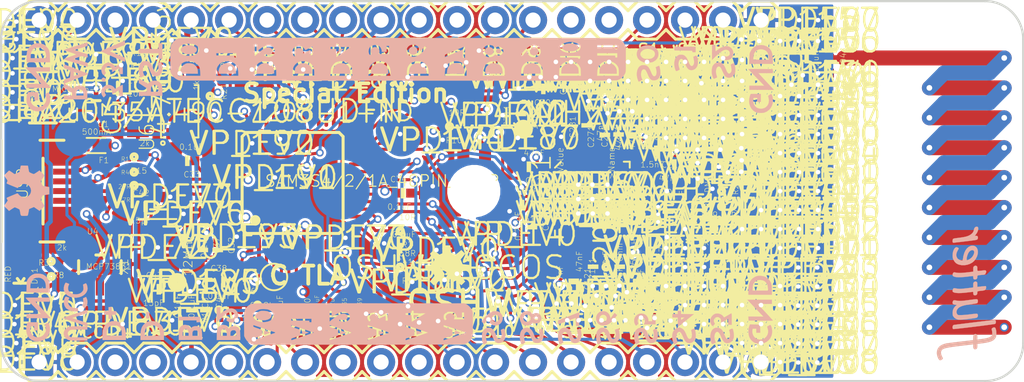
<source format=kicad_pcb>
(kicad_pcb (version 4) (host pcbnew 4.0.7+dfsg1-1)
  (layers (0 Top signal hide) (1 Route2 signal hide) (2 Route15 signal hide) (31 Bottom signal) (34 B.Paste user hide) (35 F.Paste user hide) (36 B.SilkS user) (37 F.SilkS user hide) (38 B.Mask user hide) (39 F.Mask user hide) (44 Edge.Cuts user))
  (net 0 "")
  (net 1 GND)
  (net 2 3.3V)
  (net 3 N$2)
  (net 4 N$3)
  (net 5 N$4)
  (net 6 PA)
  (net 7 N$7)
  (net 8 TRX_SW)
  (net 9 LNA_P)
  (net 10 LNA_N)
  (net 11 ANT)
  (net 12 N$16)
  (net 13 N$14)
  (net 14 N$1)
  (net 15 N$5)
  (net 16 N$15)
  (net 17 N$17)
  (net 18 S4/IO0)
  (net 19 S6/IO2)
  (net 20 S5/IO3)
  (net 21 S10/CK)
  (net 22 D2/RX0)
  (net 23 D3/TX0)
  (net 24 S9/SO)
  (net 25 S8/SI)
  (net 26 S7/CS)
  (net 27 RST)
  (net 28 D4/TDI)
  (net 29 D5/TDO)
  (net 30 D7/TMS)
  (net 31 +1.8V)
  (net 32 N$35)
  (net 33 N$36)
  (net 34 D6/TCK)
  (net 35 UDDP)
  (net 36 UDDM)
  (net 37 UDDC_-)
  (net 38 UDDC_+)
  (net 39 RAW)
  (net 40 UVCC)
  (net 41 UVCC_FUSED)
  (net 42 N$18)
  (net 43 U7)
  (net 44 N$20)
  (net 45 B2)
  (net 46 D0/TWD0)
  (net 47 D1/TWCK0)
  (net 48 S3/G)
  (net 49 N$6)
  (net 50 PROG)
  (net 51 STAT)
  (net 52 S1/R)
  (net 53 B1/ERASE)
  (net 54 D10)
  (net 55 A1/UTXD1)
  (net 56 A0/URXD1)
  (net 57 A2)
  (net 58 A3)
  (net 59 S11/A5)
  (net 60 A4)
  (net 61 D8)
  (net 62 D9)
  (net 63 S2/B)
  (net 64 N$8)
  (net 65 N$11)
  (net 66 N$13)
  (net 67 S0/UVCCDIV)
  (net 68 RAW_REG)
  (module "" (layer Top) (at 121.1961 91.7956)
    (fp_text reference @HOLE0 hide)
    (fp_text value "" (at 0 0) (layer F.SilkS))
    (pad "" np_thru_hole circle (at 0 0) (size 0.762 0.762) (drill 0.762) (layers *.Cu))
  )
  (module "" (layer Top) (at 122.2121 91.7956)
    (fp_text reference @HOLE1 hide)
    (fp_text value "" (at 0 0) (layer F.SilkS))
    (pad "" np_thru_hole circle (at 0 0) (size 0.762 0.762) (drill 0.762) (layers *.Cu))
  )
  (module "" (layer Top) (at 123.2281 91.7956)
    (fp_text reference @HOLE2 hide)
    (fp_text value "" (at 0 0) (layer F.SilkS))
    (pad "" np_thru_hole circle (at 0 0) (size 0.762 0.762) (drill 0.762) (layers *.Cu))
  )
  (module "" (layer Top) (at 124.2441 91.7956)
    (fp_text reference @HOLE3 hide)
    (fp_text value "" (at 0 0) (layer F.SilkS))
    (pad "" np_thru_hole circle (at 0 0) (size 0.762 0.762) (drill 0.762) (layers *.Cu))
  )
  (module "" (layer Top) (at 125.2601 91.7956)
    (fp_text reference @HOLE4 hide)
    (fp_text value "" (at 0 0) (layer F.SilkS))
    (pad "" np_thru_hole circle (at 0 0) (size 0.762 0.762) (drill 0.762) (layers *.Cu))
  )
  (module "" (layer Top) (at 165.1381 91.7956)
    (fp_text reference @HOLE5 hide)
    (fp_text value "" (at 0 0) (layer F.SilkS))
    (pad "" np_thru_hole circle (at 0 0) (size 0.762 0.762) (drill 0.762) (layers *.Cu))
  )
  (module "" (layer Top) (at 166.1541 91.7956)
    (fp_text reference @HOLE6 hide)
    (fp_text value "" (at 0 0) (layer F.SilkS))
    (pad "" np_thru_hole circle (at 0 0) (size 0.762 0.762) (drill 0.762) (layers *.Cu))
  )
  (module "" (layer Top) (at 167.1701 91.7956)
    (fp_text reference @HOLE7 hide)
    (fp_text value "" (at 0 0) (layer F.SilkS))
    (pad "" np_thru_hole circle (at 0 0) (size 0.762 0.762) (drill 0.762) (layers *.Cu))
  )
  (module "" (layer Top) (at 168.1861 91.7956)
    (fp_text reference @HOLE8 hide)
    (fp_text value "" (at 0 0) (layer F.SilkS))
    (pad "" np_thru_hole circle (at 0 0) (size 0.762 0.762) (drill 0.762) (layers *.Cu))
  )
  (module "" (layer Top) (at 169.2021 91.7956)
    (fp_text reference @HOLE9 hide)
    (fp_text value "" (at 0 0) (layer F.SilkS))
    (pad "" np_thru_hole circle (at 0 0) (size 0.762 0.762) (drill 0.762) (layers *.Cu))
  )
  (module "" (layer Top) (at 120.1801 91.7956)
    (fp_text reference @HOLE10 hide)
    (fp_text value "" (at 0 0) (layer F.SilkS))
    (pad "" np_thru_hole circle (at 0 0) (size 0.762 0.762) (drill 0.762) (layers *.Cu))
  )
  (module "" (layer Top) (at 170.2181 91.7956)
    (fp_text reference @HOLE11 hide)
    (fp_text value "" (at 0 0) (layer F.SilkS))
    (pad "" np_thru_hole circle (at 0 0) (size 0.762 0.762) (drill 0.762) (layers *.Cu))
  )
  (module 0402-CAP (layer Top) (at 149.8219 107.4166 270)
    (fp_text reference C61 (at -0.889 -0.6985 270) (layer F.SilkS) (effects (font (size 0.38608 0.38608) (thickness 0.032512)) (justify right top)))
    (fp_text value 0.22uF (at -1.0795 1.143 270) (layer F.SilkS) (effects (font (size 0.38608 0.38608) (thickness 0.032512)) (justify right top)))
    (pad 1 smd rect (at -0.5 0 270) (size 0.6 0.6) (layers Top F.Paste F.Mask) (net 14 N$1))
    (pad 2 smd rect (at 0.5 0 270) (size 0.6 0.6) (layers Top F.Paste F.Mask) (net 1 GND))
  )
  (module 0402-CAP (layer Top) (at 149.1631 105.9418 180)
    (fp_text reference C51 (at -0.889 -0.6985 180) (layer F.SilkS) (effects (font (size 0.38608 0.38608) (thickness 0.032512)) (justify right top)))
    (fp_text value 47nF (at -1.0795 1.143 180) (layer F.SilkS) (effects (font (size 0.38608 0.38608) (thickness 0.032512)) (justify right top)))
    (pad 1 smd rect (at -0.5 0 180) (size 0.6 0.6) (layers Top F.Paste F.Mask) (net 2 3.3V))
    (pad 2 smd rect (at 0.5 0 180) (size 0.6 0.6) (layers Top F.Paste F.Mask) (net 1 GND))
  )
  (module 0402-CAP (layer Top) (at 152.6159 110.998 270)
    (fp_text reference C121 (at -0.889 -0.6985 270) (layer F.SilkS) (effects (font (size 0.38608 0.38608) (thickness 0.032512)) (justify right top)))
    (fp_text value 47nF (at -1.0795 1.143 270) (layer F.SilkS) (effects (font (size 0.38608 0.38608) (thickness 0.032512)) (justify right top)))
    (pad 1 smd rect (at -0.5 0 270) (size 0.6 0.6) (layers Top F.Paste F.Mask) (net 2 3.3V))
    (pad 2 smd rect (at 0.5 0 270) (size 0.6 0.6) (layers Top F.Paste F.Mask) (net 1 GND))
  )
  (module 0402-CAP (layer Top) (at 149.6187 103.378 180)
    (fp_text reference C11 (at -0.889 -0.6985 180) (layer F.SilkS) (effects (font (size 0.38608 0.38608) (thickness 0.032512)) (justify right top)))
    (fp_text value 47nF (at -1.0795 1.143 180) (layer F.SilkS) (effects (font (size 0.38608 0.38608) (thickness 0.032512)) (justify right top)))
    (pad 1 smd rect (at -0.5 0 180) (size 0.6 0.6) (layers Top F.Paste F.Mask) (net 2 3.3V))
    (pad 2 smd rect (at 0.5 0 180) (size 0.6 0.6) (layers Top F.Paste F.Mask) (net 1 GND))
  )
  (module 0402-RES (layer Top) (at 154.7749 110.0836 90)
    (fp_text reference R141 (at -0.889 -0.6985 90) (layer F.SilkS) (effects (font (size 0.38608 0.38608) (thickness 0.032512)) (justify left bottom)))
    (fp_text value "56K Ohm" (at -1.0795 1.143 90) (layer F.SilkS) (effects (font (size 0.38608 0.38608) (thickness 0.032512)) (justify left bottom)))
    (pad 1 smd rect (at -0.5 0 90) (size 0.6 0.6) (layers Top F.Paste F.Mask) (net 1 GND))
    (pad 2 smd rect (at 0.5 0 90) (size 0.6 0.6) (layers Top F.Paste F.Mask) (net 3 N$2))
  )
  (module 0402-CAP (layer Top) (at 158.1277 102.3112)
    (fp_text reference C231 (at -0.889 -0.6985) (layer F.SilkS) (effects (font (size 0.38608 0.38608) (thickness 0.032512)) (justify left bottom)))
    (fp_text value 1.5nF (at -1.0795 1.143) (layer F.SilkS) (effects (font (size 0.38608 0.38608) (thickness 0.032512)) (justify left bottom)))
    (pad 1 smd rect (at -0.5 0) (size 0.6 0.6) (layers Top F.Paste F.Mask) (net 4 N$3))
    (pad 2 smd rect (at 0.5 0) (size 0.6 0.6) (layers Top F.Paste F.Mask) (net 5 N$4))
  )
  (module 0402-CAP (layer Top) (at 159.3469 103.2256)
    (fp_text reference C221 (at -0.889 -0.6985) (layer F.SilkS) (effects (font (size 0.38608 0.38608) (thickness 0.032512)) (justify left bottom)))
    (fp_text value 47nF (at -1.0795 1.143) (layer F.SilkS) (effects (font (size 0.38608 0.38608) (thickness 0.032512)) (justify left bottom)))
    (pad 1 smd rect (at -0.5 0) (size 0.6 0.6) (layers Top F.Paste F.Mask) (net 2 3.3V))
    (pad 2 smd rect (at 0.5 0) (size 0.6 0.6) (layers Top F.Paste F.Mask) (net 1 GND))
  )
  (module 0402-CAP (layer Top) (at 159.3469 104.1654)
    (fp_text reference C211 (at -0.889 -0.6985) (layer F.SilkS) (effects (font (size 0.38608 0.38608) (thickness 0.032512)) (justify left bottom)))
    (fp_text value 0.01uF (at -1.0795 1.143) (layer F.SilkS) (effects (font (size 0.38608 0.38608) (thickness 0.032512)) (justify left bottom)))
    (pad 1 smd rect (at -0.5 0) (size 0.6 0.6) (layers Top F.Paste F.Mask) (net 15 N$5))
    (pad 2 smd rect (at 0.5 0) (size 0.6 0.6) (layers Top F.Paste F.Mask) (net 1 GND))
  )
  (module 0402-CAP (layer Top) (at 153.9113 110.0582 270)
    (fp_text reference C131 (at -0.889 -0.6985 270) (layer F.SilkS) (effects (font (size 0.38608 0.38608) (thickness 0.032512)) (justify right top)))
    (fp_text value 47nF (at -1.0795 1.143 270) (layer F.SilkS) (effects (font (size 0.38608 0.38608) (thickness 0.032512)) (justify right top)))
    (pad 1 smd rect (at -0.5 0 270) (size 0.6 0.6) (layers Top F.Paste F.Mask) (net 2 3.3V))
    (pad 2 smd rect (at 0.5 0 270) (size 0.6 0.6) (layers Top F.Paste F.Mask) (net 1 GND))
  )
  (module 0402-CAP (layer Top) (at 155.6893 110.0582 270)
    (fp_text reference C151 (at -0.889 -0.6985 270) (layer F.SilkS) (effects (font (size 0.38608 0.38608) (thickness 0.032512)) (justify right top)))
    (fp_text value 47nF (at -1.0795 1.143 270) (layer F.SilkS) (effects (font (size 0.38608 0.38608) (thickness 0.032512)) (justify right top)))
    (pad 1 smd rect (at -0.5 0 270) (size 0.6 0.6) (layers Top F.Paste F.Mask) (net 2 3.3V))
    (pad 2 smd rect (at 0.5 0 270) (size 0.6 0.6) (layers Top F.Paste F.Mask) (net 1 GND))
  )
  (module 0402-IND (layer Top) (at 157.5943 109.22 270)
    (fp_text reference L171 (at -0.889 -0.6985 270) (layer F.SilkS) (effects (font (size 0.38608 0.38608) (thickness 0.032512)) (justify right top)))
    (fp_text value 0.01uH (at -1.0795 1.143 270) (layer F.SilkS) (effects (font (size 0.38608 0.38608) (thickness 0.032512)) (justify right top)))
    (pad 1 smd rect (at -0.5 0 270) (size 0.6 0.6) (layers Top F.Paste F.Mask) (net 6 PA))
    (pad 2 smd rect (at 0.5 0 270) (size 0.6 0.6) (layers Top F.Paste F.Mask) (net 7 N$7))
  )
  (module 0402-RES (layer Top) (at 157.1117 111.2266 90)
    (fp_text reference R171 (at -0.889 -0.6985 90) (layer F.SilkS) (effects (font (size 0.38608 0.38608) (thickness 0.032512)) (justify left bottom)))
    (fp_text value 10R (at -1.0795 1.143 90) (layer F.SilkS) (effects (font (size 0.38608 0.38608) (thickness 0.032512)) (justify left bottom)))
    (pad 1 smd rect (at -0.5 0 90) (size 0.6 0.6) (layers Top F.Paste F.Mask) (net 2 3.3V))
    (pad 2 smd rect (at 0.5 0 90) (size 0.6 0.6) (layers Top F.Paste F.Mask) (net 7 N$7))
  )
  (module 0402-CAP (layer Top) (at 158.0261 111.2266 270)
    (fp_text reference C173 (at -0.889 -0.6985 270) (layer F.SilkS) (effects (font (size 0.38608 0.38608) (thickness 0.032512)) (justify right top)))
    (fp_text value 33pF (at -1.0795 1.143 270) (layer F.SilkS) (effects (font (size 0.38608 0.38608) (thickness 0.032512)) (justify right top)))
    (pad 1 smd rect (at -0.5 0 270) (size 0.6 0.6) (layers Top F.Paste F.Mask) (net 7 N$7))
    (pad 2 smd rect (at 0.5 0 270) (size 0.6 0.6) (layers Top F.Paste F.Mask) (net 2 3.3V))
  )
  (module 0402-CAP (layer Top) (at 158.5595 112.7506)
    (fp_text reference C171 (at -0.889 -0.6985) (layer F.SilkS) (effects (font (size 0.38608 0.38608) (thickness 0.032512)) (justify left bottom)))
    (fp_text value 0.01uF (at -1.0795 1.143) (layer F.SilkS) (effects (font (size 0.38608 0.38608) (thickness 0.032512)) (justify left bottom)))
    (pad 1 smd rect (at -0.5 0) (size 0.6 0.6) (layers Top F.Paste F.Mask) (net 2 3.3V))
    (pad 2 smd rect (at 0.5 0) (size 0.6 0.6) (layers Top F.Paste F.Mask) (net 1 GND))
  )
  (module 0402-CAP (layer Top) (at 156.6037 112.7252 180)
    (fp_text reference C172 (at -0.889 -0.6985 180) (layer F.SilkS) (effects (font (size 0.38608 0.38608) (thickness 0.032512)) (justify right top)))
    (fp_text value 100pF (at -1.0795 1.143 180) (layer F.SilkS) (effects (font (size 0.38608 0.38608) (thickness 0.032512)) (justify right top)))
    (pad 1 smd rect (at -0.5 0 180) (size 0.6 0.6) (layers Top F.Paste F.Mask) (net 2 3.3V))
    (pad 2 smd rect (at 0.5 0 180) (size 0.6 0.6) (layers Top F.Paste F.Mask) (net 1 GND))
  )
  (module XTAL_EPSON_FA_128_2MMX1.6MM (layer Top) (at 150.8379 99.7966)
    (fp_text reference X2 (at 0 0) (layer F.SilkS))
    (fp_text value 40MHz (at 0 0) (layer F.SilkS))
    (pad 4 smd rect (at -0.725 -0.575) (size 0.95 0.85) (layers Top F.Paste F.Mask) (net 1 GND))
    (pad 3 smd rect (at 0.725 -0.575) (size 0.95 0.85) (layers Top F.Paste F.Mask) (net 12 N$16))
    (pad 2 smd rect (at 0.725 0.575) (size 0.95 0.85) (layers Top F.Paste F.Mask) (net 1 GND))
    (pad 1 smd rect (at -0.725 0.575) (size 0.95 0.85) (layers Top F.Paste F.Mask) (net 13 N$14))
  )
  (module 0402-CAP (layer Top) (at 149.0853 99.8474 90)
    (fp_text reference C311 (at -0.889 -0.6985 90) (layer F.SilkS) (effects (font (size 0.38608 0.38608) (thickness 0.032512)) (justify left bottom)))
    (fp_text value 15pF (at -1.0795 1.143 90) (layer F.SilkS) (effects (font (size 0.38608 0.38608) (thickness 0.032512)) (justify left bottom)))
    (pad 1 smd rect (at -0.5 0 90) (size 0.6 0.6) (layers Top F.Paste F.Mask) (net 13 N$14))
    (pad 2 smd rect (at 0.5 0 90) (size 0.6 0.6) (layers Top F.Paste F.Mask) (net 1 GND))
  )
  (module 0402-CAP (layer Top) (at 150.5839 98.171 180)
    (fp_text reference C301 (at -0.889 -0.6985 180) (layer F.SilkS) (effects (font (size 0.38608 0.38608) (thickness 0.032512)) (justify right top)))
    (fp_text value 15pF (at -1.0795 1.143 180) (layer F.SilkS) (effects (font (size 0.38608 0.38608) (thickness 0.032512)) (justify right top)))
    (pad 1 smd rect (at -0.5 0 180) (size 0.6 0.6) (layers Top F.Paste F.Mask) (net 12 N$16))
    (pad 2 smd rect (at 0.5 0 180) (size 0.6 0.6) (layers Top F.Paste F.Mask) (net 1 GND))
  )
  (module QFN-32 (layer Top) (at 153.8605 105.537 270)
    (fp_text reference U2 (at 0 0 270) (layer F.SilkS) (effects (justify right top)))
    (fp_text value CC1200 (at 0 0 270) (layer F.SilkS) (effects (justify right top)))
    (fp_text user >Name (at -1.27 -1.524 270) (layer F.SilkS) (effects (font (size 0.41021 0.41021) (thickness 0.034544)) (justify left bottom)))
    (fp_text user >Value (at -1.27 1.905 270) (layer F.SilkS) (effects (font (size 0.41021 0.41021) (thickness 0.034544)) (justify left bottom)))
    (pad 1 smd rect (at -1.75 2.475) (size 0.8 0.2846) (layers Top F.Paste F.Mask) (net 2 3.3V))
    (pad 2 smd rect (at -1.25 2.475) (size 0.8 0.2846) (layers Top F.Paste F.Mask) (net 27 RST))
    (pad 3 smd rect (at -0.75 2.475) (size 0.8 0.2846) (layers Top F.Paste F.Mask) (net 20 S5/IO3))
    (pad 4 smd rect (at -0.25 2.475) (size 0.8 0.2846) (layers Top F.Paste F.Mask) (net 19 S6/IO2))
    (pad 5 smd rect (at 0.25 2.475) (size 0.8 0.2846) (layers Top F.Paste F.Mask) (net 2 3.3V))
    (pad 6 smd rect (at 0.75 2.475) (size 0.8 0.2846) (layers Top F.Paste F.Mask) (net 14 N$1))
    (pad 7 smd rect (at 1.25 2.475) (size 0.8 0.2846) (layers Top F.Paste F.Mask) (net 25 S8/SI))
    (pad 8 smd rect (at 1.75 2.475) (size 0.8 0.2846) (layers Top F.Paste F.Mask) (net 21 S10/CK))
    (pad 9 smd rect (at 2.475 1.75 90) (size 0.8 0.2846) (layers Top F.Paste F.Mask) (net 24 S9/SO))
    (pad 10 smd rect (at 2.475 1.25 90) (size 0.8 0.2846) (layers Top F.Paste F.Mask) (net 18 S4/IO0))
    (pad 11 smd rect (at 2.475 0.75 90) (size 0.8 0.2846) (layers Top F.Paste F.Mask) (net 26 S7/CS))
    (pad 12 smd rect (at 2.475 0.25 90) (size 0.8 0.2846) (layers Top F.Paste F.Mask) (net 2 3.3V))
    (pad 13 smd rect (at 2.475 -0.25 90) (size 0.8 0.2846) (layers Top F.Paste F.Mask) (net 2 3.3V))
    (pad 14 smd rect (at 2.475 -0.75 90) (size 0.8 0.2846) (layers Top F.Paste F.Mask) (net 3 N$2))
    (pad 15 smd rect (at 2.475 -1.25 90) (size 0.8 0.2846) (layers Top F.Paste F.Mask) (net 2 3.3V))
    (pad 16 smd rect (at 2.475 -1.75 90) (size 0.8 0.2846) (layers Top F.Paste F.Mask))
    (pad 17 smd rect (at 1.75 -2.475 180) (size 0.8 0.2846) (layers Top F.Paste F.Mask) (net 6 PA))
    (pad 18 smd rect (at 1.25 -2.475 180) (size 0.8 0.2846) (layers Top F.Paste F.Mask) (net 8 TRX_SW))
    (pad 19 smd rect (at 0.75 -2.475 180) (size 0.8 0.2846) (layers Top F.Paste F.Mask) (net 9 LNA_P))
    (pad 20 smd rect (at 0.25 -2.475 180) (size 0.8 0.2846) (layers Top F.Paste F.Mask) (net 10 LNA_N))
    (pad 21 smd rect (at -0.25 -2.475 180) (size 0.8 0.2846) (layers Top F.Paste F.Mask) (net 15 N$5))
    (pad 22 smd rect (at -0.75 -2.475 180) (size 0.8 0.2846) (layers Top F.Paste F.Mask) (net 2 3.3V))
    (pad 23 smd rect (at -1.25 -2.475 180) (size 0.8 0.2846) (layers Top F.Paste F.Mask) (net 5 N$4))
    (pad 24 smd rect (at -1.75 -2.475 180) (size 0.8 0.2846) (layers Top F.Paste F.Mask) (net 4 N$3))
    (pad 25 smd rect (at -2.475 -1.75 270) (size 0.8 0.2846) (layers Top F.Paste F.Mask) (net 2 3.3V))
    (pad 26 smd rect (at -2.475 -1.25 270) (size 0.8 0.2846) (layers Top F.Paste F.Mask) (net 16 N$15))
    (pad 27 smd rect (at -2.475 -0.75 270) (size 0.8 0.2846) (layers Top F.Paste F.Mask) (net 2 3.3V))
    (pad 28 smd rect (at -2.475 -0.25 270) (size 0.8 0.2846) (layers Top F.Paste F.Mask) (net 2 3.3V))
    (pad 29 smd rect (at -2.475 0.25 270) (size 0.8 0.2846) (layers Top F.Paste F.Mask) (net 17 N$17))
    (pad 30 smd rect (at -2.475 0.75 270) (size 0.8 0.2846) (layers Top F.Paste F.Mask) (net 12 N$16))
    (pad 31 smd rect (at -2.475 1.25 270) (size 0.8 0.2846) (layers Top F.Paste F.Mask) (net 13 N$14))
    (pad 32 smd rect (at -2.475 1.75 270) (size 0.8 0.2846) (layers Top F.Paste F.Mask) (net 1 GND))
    (pad EP smd rect (at 0 0 270) (size 3.45 3.45) (layers Top F.Paste F.Mask) (net 1 GND))
  )
  (module 0402-CAP (layer Top) (at 156.4767 101.219 90)
    (fp_text reference C251 (at -0.889 -0.6985 90) (layer F.SilkS) (effects (font (size 0.38608 0.38608) (thickness 0.032512)) (justify left bottom)))
    (fp_text value 47nF (at -1.0795 1.143 90) (layer F.SilkS) (effects (font (size 0.38608 0.38608) (thickness 0.032512)) (justify left bottom)))
    (pad 1 smd rect (at -0.5 0 90) (size 0.6 0.6) (layers Top F.Paste F.Mask) (net 2 3.3V))
    (pad 2 smd rect (at 0.5 0 90) (size 0.6 0.6) (layers Top F.Paste F.Mask) (net 1 GND))
  )
  (module 0402-CAP (layer Top) (at 153.4795 100.6094 90)
    (fp_text reference C281 (at -0.889 -0.6985 90) (layer F.SilkS) (effects (font (size 0.38608 0.38608) (thickness 0.032512)) (justify left bottom)))
    (fp_text value 47nF (at -1.0795 1.143 90) (layer F.SilkS) (effects (font (size 0.38608 0.38608) (thickness 0.032512)) (justify left bottom)))
    (pad 1 smd rect (at -0.5 0 90) (size 0.6 0.6) (layers Top F.Paste F.Mask) (net 2 3.3V))
    (pad 2 smd rect (at 0.5 0 90) (size 0.6 0.6) (layers Top F.Paste F.Mask) (net 1 GND))
  )
  (module 0402-CAP (layer Top) (at 154.6987 101.2444 90)
    (fp_text reference C271 (at -0.889 -0.6985 90) (layer F.SilkS) (effects (font (size 0.38608 0.38608) (thickness 0.032512)) (justify left bottom)))
    (fp_text value 47nF (at -1.0795 1.143 90) (layer F.SilkS) (effects (font (size 0.38608 0.38608) (thickness 0.032512)) (justify left bottom)))
    (pad 1 smd rect (at -0.5 0 90) (size 0.6 0.6) (layers Top F.Paste F.Mask) (net 2 3.3V))
    (pad 2 smd rect (at 0.5 0 90) (size 0.6 0.6) (layers Top F.Paste F.Mask) (net 1 GND))
  )
  (module 0402-CAP (layer Top) (at 155.6131 101.219 90)
    (fp_text reference C261 (at -0.889 -0.6985 90) (layer F.SilkS) (effects (font (size 0.38608 0.38608) (thickness 0.032512)) (justify left bottom)))
    (fp_text value 47nF (at -1.0795 1.143 90) (layer F.SilkS) (effects (font (size 0.38608 0.38608) (thickness 0.032512)) (justify left bottom)))
    (pad 1 smd rect (at -0.5 0 90) (size 0.6 0.6) (layers Top F.Paste F.Mask) (net 16 N$15))
    (pad 2 smd rect (at 0.5 0 90) (size 0.6 0.6) (layers Top F.Paste F.Mask) (net 1 GND))
  )
  (module 0402-CAP (layer Top) (at 152.8445 97.7138 90)
    (fp_text reference C291 (at -0.889 -0.6985 90) (layer F.SilkS) (effects (font (size 0.38608 0.38608) (thickness 0.032512)) (justify left bottom)))
    (fp_text value 47nF (at -1.0795 1.143 90) (layer F.SilkS) (effects (font (size 0.38608 0.38608) (thickness 0.032512)) (justify left bottom)))
    (pad 1 smd rect (at -0.5 0 90) (size 0.6 0.6) (layers Top F.Paste F.Mask) (net 17 N$17))
    (pad 2 smd rect (at 0.5 0 90) (size 0.6 0.6) (layers Top F.Paste F.Mask) (net 1 GND))
  )
  (module LQFP48 (layer Top) (at 133.823894 104.458853)
    (fp_text reference U3 (at -5.3975 2.8575) (layer F.SilkS) (effects (font (size 0.9652 0.9652) (thickness 0.173736)) (justify right top)))
    (fp_text value SAM3S4/2/1A_48PIN_LQFP (at -1.905 0.3175) (layer F.SilkS) (effects (font (size 0.77216 0.77216) (thickness 0.077216)) (justify left bottom)))
    (pad 1 smd oval (at -2.75 4.25) (size 0.25 1) (layers Top F.Paste F.Mask) (net 2 3.3V))
    (pad 2 smd oval (at -2.25 4.25) (size 0.25 1) (layers Top F.Paste F.Mask) (net 1 GND))
    (pad 3 smd oval (at -1.75 4.25) (size 0.25 1) (layers Top F.Paste F.Mask) (net 60 A4))
    (pad 4 smd oval (at -1.25 4.25) (size 0.25 1) (layers Top F.Paste F.Mask) (net 59 S11/A5))
    (pad 5 smd oval (at -0.75 4.25) (size 0.25 1) (layers Top F.Paste F.Mask) (net 56 A0/URXD1))
    (pad 6 smd oval (at -0.25 4.25) (size 0.25 1) (layers Top F.Paste F.Mask) (net 55 A1/UTXD1))
    (pad 7 smd oval (at 0.25 4.25) (size 0.25 1) (layers Top F.Paste F.Mask) (net 2 3.3V))
    (pad 8 smd oval (at 0.75 4.25) (size 0.25 1) (layers Top F.Paste F.Mask) (net 31 +1.8V))
    (pad 9 smd oval (at 1.25 4.25) (size 0.25 1) (layers Top F.Paste F.Mask) (net 57 A2))
    (pad 10 smd oval (at 1.75 4.25) (size 0.25 1) (layers Top F.Paste F.Mask) (net 45 B2))
    (pad 11 smd oval (at 2.25 4.25) (size 0.25 1) (layers Top F.Paste F.Mask) (net 58 A3))
    (pad 12 smd oval (at 2.75 4.25) (size 0.25 1) (layers Top F.Paste F.Mask) (net 52 S1/R))
    (pad 13 smd oval (at 4.25 2.75) (size 1 0.25) (layers Top F.Paste F.Mask) (net 2 3.3V))
    (pad 14 smd oval (at 4.25 2.25) (size 1 0.25) (layers Top F.Paste F.Mask) (net 48 S3/G))
    (pad 15 smd oval (at 4.25 1.75) (size 1 0.25) (layers Top F.Paste F.Mask) (net 18 S4/IO0))
    (pad 16 smd oval (at 4.25 1.25) (size 1 0.25) (layers Top F.Paste F.Mask) (net 21 S10/CK))
    (pad 17 smd oval (at 4.25 0.75) (size 1 0.25) (layers Top F.Paste F.Mask) (net 25 S8/SI))
    (pad 18 smd oval (at 4.25 0.25) (size 1 0.25) (layers Top F.Paste F.Mask) (net 31 +1.8V))
    (pad 19 smd oval (at 4.25 -0.25) (size 1 0.25) (layers Top F.Paste F.Mask) (net 24 S9/SO))
    (pad 20 smd oval (at 4.25 -0.75) (size 1 0.25) (layers Top F.Paste F.Mask) (net 20 S5/IO3))
    (pad 21 smd oval (at 4.25 -1.25) (size 1 0.25) (layers Top F.Paste F.Mask) (net 19 S6/IO2))
    (pad 22 smd oval (at 4.25 -1.75) (size 1 0.25) (layers Top F.Paste F.Mask) (net 26 S7/CS))
    (pad 23 smd oval (at 4.25 -2.25) (size 1 0.25) (layers Top F.Paste F.Mask) (net 67 S0/UVCCDIV))
    (pad 24 smd oval (at 4.25 -2.75) (size 1 0.25) (layers Top F.Paste F.Mask) (net 54 D10))
    (pad 25 smd oval (at 2.75 -4.25) (size 0.25 1) (layers Top F.Paste F.Mask) (net 28 D4/TDI))
    (pad 26 smd oval (at 2.25 -4.25) (size 0.25 1) (layers Top F.Paste F.Mask) (net 23 D3/TX0))
    (pad 27 smd oval (at 1.75 -4.25) (size 0.25 1) (layers Top F.Paste F.Mask) (net 22 D2/RX0))
    (pad 28 smd oval (at 1.25 -4.25) (size 0.25 1) (layers Top F.Paste F.Mask) (net 47 D1/TWCK0))
    (pad 29 smd oval (at 0.75 -4.25) (size 0.25 1) (layers Top F.Paste F.Mask) (net 27 RST))
    (pad 30 smd oval (at 0.25 -4.25) (size 0.25 1) (layers Top F.Paste F.Mask) (net 1 GND))
    (pad 31 smd oval (at -0.25 -4.25) (size 0.25 1) (layers Top F.Paste F.Mask) (net 46 D0/TWD0))
    (pad 32 smd oval (at -0.75 -4.25) (size 0.25 1) (layers Top F.Paste F.Mask) (net 62 D9))
    (pad 33 smd oval (at -1.25 -4.25) (size 0.25 1) (layers Top F.Paste F.Mask) (net 2 3.3V))
    (pad 34 smd oval (at -1.75 -4.25) (size 0.25 1) (layers Top F.Paste F.Mask) (net 1 GND))
    (pad 35 smd oval (at -2.25 -4.25) (size 0.25 1) (layers Top F.Paste F.Mask) (net 61 D8))
    (pad 36 smd oval (at -2.75 -4.25) (size 0.25 1) (layers Top F.Paste F.Mask) (net 63 S2/B))
    (pad 37 smd oval (at -4.25 -2.75) (size 1 0.25) (layers Top F.Paste F.Mask) (net 29 D5/TDO))
    (pad 38 smd oval (at -4.25 -2.25) (size 1 0.25) (layers Top F.Paste F.Mask) (net 1 GND))
    (pad 39 smd oval (at -4.25 -1.75) (size 1 0.25) (layers Top F.Paste F.Mask) (net 30 D7/TMS))
    (pad 40 smd oval (at -4.25 -1.25) (size 1 0.25) (layers Top F.Paste F.Mask) (net 34 D6/TCK))
    (pad 41 smd oval (at -4.25 -0.75) (size 1 0.25) (layers Top F.Paste F.Mask) (net 31 +1.8V))
    (pad 42 smd oval (at -4.25 -0.25) (size 1 0.25) (layers Top F.Paste F.Mask) (net 53 B1/ERASE))
    (pad 43 smd oval (at -4.25 0.25) (size 1 0.25) (layers Top F.Paste F.Mask) (net 37 UDDC_-))
    (pad 44 smd oval (at -4.25 0.75) (size 1 0.25) (layers Top F.Paste F.Mask) (net 38 UDDC_+))
    (pad 45 smd oval (at -4.25 1.25) (size 1 0.25) (layers Top F.Paste F.Mask) (net 32 N$35))
    (pad 46 smd oval (at -4.25 1.75) (size 1 0.25) (layers Top F.Paste F.Mask) (net 33 N$36))
    (pad 47 smd oval (at -4.25 2.25) (size 1 0.25) (layers Top F.Paste F.Mask) (net 2 3.3V))
    (pad 48 smd oval (at -4.25 2.75) (size 1 0.25) (layers Top F.Paste F.Mask) (net 31 +1.8V))
  )
  (module 0402-CAP (layer Top) (at 128.8161 108.9406 270)
    (fp_text reference C32 (at -0.889 -0.6985 270) (layer F.SilkS) (effects (font (size 0.38608 0.38608) (thickness 0.032512)) (justify right top)))
    (fp_text value 0.1uF (at -1.0795 1.143 270) (layer F.SilkS) (effects (font (size 0.38608 0.38608) (thickness 0.032512)) (justify right top)))
    (pad 1 smd rect (at -0.5 0 270) (size 0.6 0.6) (layers Top F.Paste F.Mask) (net 31 +1.8V))
    (pad 2 smd rect (at 0.5 0 270) (size 0.6 0.6) (layers Top F.Paste F.Mask) (net 1 GND))
  )
  (module 0402-CAP (layer Top) (at 126.7841 102.9716 180)
    (fp_text reference C33 (at -0.889 -0.6985 180) (layer F.SilkS) (effects (font (size 0.38608 0.38608) (thickness 0.032512)) (justify right top)))
    (fp_text value 0.1uF (at -1.0795 1.143 180) (layer F.SilkS) (effects (font (size 0.38608 0.38608) (thickness 0.032512)) (justify right top)))
    (pad 1 smd rect (at -0.5 0 180) (size 0.6 0.6) (layers Top F.Paste F.Mask) (net 31 +1.8V))
    (pad 2 smd rect (at 0.5 0 180) (size 0.6 0.6) (layers Top F.Paste F.Mask) (net 1 GND))
  )
  (module 0402-CAP (layer Top) (at 141.214047 105.138441)
    (fp_text reference C34 (at -0.889 -0.6985) (layer F.SilkS) (effects (font (size 0.38608 0.38608) (thickness 0.032512)) (justify left bottom)))
    (fp_text value 0.1uF (at -1.0795 1.143) (layer F.SilkS) (effects (font (size 0.38608 0.38608) (thickness 0.032512)) (justify left bottom)))
    (pad 1 smd rect (at -0.5 0) (size 0.6 0.6) (layers Top F.Paste F.Mask) (net 31 +1.8V))
    (pad 2 smd rect (at 0.5 0) (size 0.6 0.6) (layers Top F.Paste F.Mask) (net 1 GND))
  )
  (module 0402-CAP (layer Top) (at 136.4361 113.0046 270)
    (fp_text reference C35 (at -0.889 -0.6985 450) (layer F.SilkS) (effects (font (size 0.285 0.285) (thickness 0.0228)) (justify right top)))
    (fp_text value 0.1uF (at -1.0795 1.143 450) (layer F.SilkS) (effects (font (size 0.285 0.285) (thickness 0.0228)) (justify right top)))
    (pad 1 smd rect (at -0.5 0 270) (size 0.6 0.6) (layers Top F.Paste F.Mask) (net 31 +1.8V))
    (pad 2 smd rect (at 0.5 0 270) (size 0.6 0.6) (layers Top F.Paste F.Mask) (net 1 GND))
  )
  (module 0402-CAP (layer Top) (at 134.9121 113.0046 90)
    (fp_text reference C36 (at -0.889 -0.6985 90) (layer F.SilkS) (effects (font (size 0.285 0.285) (thickness 0.0228)) (justify left bottom)))
    (fp_text value 0.1uF (at -1.0795 1.143 90) (layer F.SilkS) (effects (font (size 0.285 0.285) (thickness 0.0228)) (justify left bottom)))
    (pad 1 smd rect (at -0.5 0 90) (size 0.6 0.6) (layers Top F.Paste F.Mask) (net 1 GND))
    (pad 2 smd rect (at 0.5 0 90) (size 0.6 0.6) (layers Top F.Paste F.Mask) (net 2 3.3V))
  )
  (module 0402-CAP (layer Top) (at 127.818288 108.9406 270)
    (fp_text reference C37 (at -0.889 -0.6985 270) (layer F.SilkS) (effects (font (size 0.38608 0.38608) (thickness 0.032512)) (justify right top)))
    (fp_text value 0.1uF (at -1.0795 1.143 270) (layer F.SilkS) (effects (font (size 0.38608 0.38608) (thickness 0.032512)) (justify right top)))
    (pad 1 smd rect (at -0.5 0 270) (size 0.6 0.6) (layers Top F.Paste F.Mask) (net 2 3.3V))
    (pad 2 smd rect (at 0.5 0 270) (size 0.6 0.6) (layers Top F.Paste F.Mask) (net 1 GND))
  )
  (module 0402-CAP (layer Top) (at 129.1971 111.0996)
    (fp_text reference C38 (at -0.889 -0.6985) (layer F.SilkS) (effects (font (size 0.38608 0.38608) (thickness 0.032512)) (justify left bottom)))
    (fp_text value 0.1uF (at -1.0795 1.143) (layer F.SilkS) (effects (font (size 0.38608 0.38608) (thickness 0.032512)) (justify left bottom)))
    (pad 1 smd rect (at -0.5 0) (size 0.6 0.6) (layers Top F.Paste F.Mask) (net 1 GND))
    (pad 2 smd rect (at 0.5 0) (size 0.6 0.6) (layers Top F.Paste F.Mask) (net 2 3.3V))
  )
  (module 0402-CAP (layer Top) (at 137.4521 113.0046 270)
    (fp_text reference C39 (at -0.889 -0.6985 450) (layer F.SilkS) (effects (font (size 0.285 0.285) (thickness 0.0228)) (justify right top)))
    (fp_text value 2.2uF (at -1.0795 1.143 450) (layer F.SilkS) (effects (font (size 0.285 0.285) (thickness 0.0228)) (justify right top)))
    (pad 1 smd rect (at -0.5 0 270) (size 0.6 0.6) (layers Top F.Paste F.Mask) (net 31 +1.8V))
    (pad 2 smd rect (at 0.5 0 270) (size 0.6 0.6) (layers Top F.Paste F.Mask) (net 1 GND))
  )
  (module 0402-CAP (layer Top) (at 133.8961 113.0046 270)
    (fp_text reference C40 (at -0.889 -0.6985 450) (layer F.SilkS) (effects (font (size 0.38608 0.38608) (thickness 0.030886)) (justify right top)))
    (fp_text value 2.2uF (at -1.0795 1.143 450) (layer F.SilkS) (effects (font (size 0.38608 0.38608) (thickness 0.030886)) (justify right top)))
    (pad 1 smd rect (at -0.5 0 270) (size 0.6 0.6) (layers Top F.Paste F.Mask) (net 2 3.3V))
    (pad 2 smd rect (at 0.5 0 270) (size 0.6 0.6) (layers Top F.Paste F.Mask) (net 1 GND))
  )
  (module 0402-CAP (layer Top) (at 141.011469 108.816425 180)
    (fp_text reference C41 (at -0.889 -0.6985 180) (layer F.SilkS) (effects (font (size 0.38608 0.38608) (thickness 0.032512)) (justify right top)))
    (fp_text value 0.1uF (at -1.0795 1.143 180) (layer F.SilkS) (effects (font (size 0.38608 0.38608) (thickness 0.032512)) (justify right top)))
    (pad 1 smd rect (at -0.5 0 180) (size 0.6 0.6) (layers Top F.Paste F.Mask) (net 1 GND))
    (pad 2 smd rect (at 0.5 0 180) (size 0.6 0.6) (layers Top F.Paste F.Mask) (net 2 3.3V))
  )
  (module 0402-CAP (layer Top) (at 123.999806 106.055478)
    (fp_text reference C42 (at -0.889 -0.6985) (layer F.SilkS) (effects (font (size 0.38608 0.38608) (thickness 0.032512)) (justify left bottom)))
    (fp_text value 15pF (at -1.0795 1.143) (layer F.SilkS) (effects (font (size 0.38608 0.38608) (thickness 0.032512)) (justify left bottom)))
    (pad 1 smd rect (at -0.5 0) (size 0.6 0.6) (layers Top F.Paste F.Mask) (net 1 GND))
    (pad 2 smd rect (at 0.5 0) (size 0.6 0.6) (layers Top F.Paste F.Mask) (net 32 N$35))
  )
  (module 0402-CAP (layer Top) (at 124.877247 111.563725)
    (fp_text reference C43 (at -0.889 -0.6985) (layer F.SilkS) (effects (font (size 0.38608 0.38608) (thickness 0.032512)) (justify left bottom)))
    (fp_text value 15pF (at -1.0795 1.143) (layer F.SilkS) (effects (font (size 0.38608 0.38608) (thickness 0.032512)) (justify left bottom)))
    (pad 1 smd rect (at -0.5 0) (size 0.6 0.6) (layers Top F.Paste F.Mask) (net 1 GND))
    (pad 2 smd rect (at 0.5 0) (size 0.6 0.6) (layers Top F.Paste F.Mask) (net 33 N$36))
  )
  (module 0402-RES (layer Top) (at 123.2281 103.7336)
    (fp_text reference R1 (at -0.889 -0.6985) (layer F.SilkS) (effects (font (size 0.285 0.285) (thickness 0.0228)) (justify left bottom)))
    (fp_text value 27R (at -1.0795 1.143) (layer F.SilkS) (effects (font (size 0.285 0.285) (thickness 0.0228)) (justify left bottom)))
    (pad 1 smd rect (at -0.5 0) (size 0.6 0.6) (layers Top F.Paste F.Mask) (net 36 UDDM))
    (pad 2 smd rect (at 0.5 0) (size 0.6 0.6) (layers Top F.Paste F.Mask) (net 37 UDDC_-))
  )
  (module 0402-RES (layer Top) (at 123.2281 104.6226)
    (fp_text reference R4 (at -0.889 -0.6985) (layer F.SilkS) (effects (font (size 0.285 0.285) (thickness 0.0228)) (justify left bottom)))
    (fp_text value 27R (at -1.0795 1.143) (layer F.SilkS) (effects (font (size 0.285 0.285) (thickness 0.0228)) (justify left bottom)))
    (pad 1 smd rect (at -0.5 0) (size 0.6 0.6) (layers Top F.Paste F.Mask) (net 35 UDDP))
    (pad 2 smd rect (at 0.5 0) (size 0.6 0.6) (layers Top F.Paste F.Mask) (net 38 UDDC_+))
  )
  (module XTAL_ABRACON_ABM8G_3.2MMX2.5MM (layer Top) (at 124.786759 108.776328 90)
    (fp_text reference X1 (at -1.8542 -1.905 90) (layer F.SilkS) (effects (font (size 0.57912 0.57912) (thickness 0.048768)) (justify left bottom)))
    (fp_text value 12MHz (at -1.9558 2.3876 90) (layer F.SilkS) (effects (font (size 0.57912 0.57912) (thickness 0.048768)) (justify left bottom)))
    (pad P$4 smd rect (at -1.1049 -0.8509 90) (size 1.397 1.1938) (layers Top F.Paste F.Mask) (net 1 GND))
    (pad P$3 smd rect (at 1.1049 -0.8509 90) (size 1.397 1.1938) (layers Top F.Paste F.Mask) (net 32 N$35))
    (pad P$2 smd rect (at 1.1049 0.8509 90) (size 1.397 1.1938) (layers Top F.Paste F.Mask) (net 1 GND))
    (pad P$1 smd rect (at -1.1049 0.8509 90) (size 1.397 1.1938) (layers Top F.Paste F.Mask) (net 33 N$36))
  )
  (module SOT23-5 (layer Top) (at 120.6881 98.1456 180)
    (fp_text reference U1 (at -0.889 -2.159 180) (layer F.SilkS) (effects (font (size 0.38608 0.38608) (thickness 0.032512)) (justify right top)))
    (fp_text value MIC5235-3.3 (at -0.9525 0.1905 180) (layer F.SilkS) (effects (font (size 0.38608 0.38608) (thickness 0.032512)) (justify right top)))
    (pad 1 smd rect (at -0.95 1.3001 180) (size 0.55 1.2) (layers Top F.Paste F.Mask) (net 68 RAW_REG))
    (pad 2 smd rect (at 0 1.3001 180) (size 0.55 1.2) (layers Top F.Paste F.Mask) (net 1 GND))
    (pad 3 smd rect (at 0.95 1.3001 180) (size 0.55 1.2) (layers Top F.Paste F.Mask) (net 68 RAW_REG))
    (pad 4 smd rect (at 0.95 -1.3001 180) (size 0.55 1.2) (layers Top F.Paste F.Mask))
    (pad 5 smd rect (at -0.95 -1.3001 180) (size 0.55 1.2) (layers Top F.Paste F.Mask) (net 2 3.3V))
  )
  (module 0603-PTC (layer Top) (at 120.6881 101.9556 180)
    (fp_text reference F1 (at -0.889 -0.762 180) (layer F.SilkS) (effects (font (size 0.38608 0.38608) (thickness 0.032512)) (justify right top)))
    (fp_text value 500mA (at -1.016 1.143 180) (layer F.SilkS) (effects (font (size 0.38608 0.38608) (thickness 0.032512)) (justify right top)))
    (pad 1 smd rect (at -0.74 0 180) (size 0.6 0.8) (layers Top F.Paste F.Mask) (net 40 UVCC))
    (pad 2 smd rect (at 0.74 0 180) (size 0.6 0.8) (layers Top F.Paste F.Mask) (net 41 UVCC_FUSED))
  )
  (module SOD-323 (layer Top) (at 117.1321 99.7966)
    (fp_text reference D2 (at -0.889 -1.016) (layer F.SilkS) (effects (font (size 0.38608 0.38608) (thickness 0.032512)) (justify left bottom)))
    (fp_text value "" (at -1.016 1.397) (layer F.SilkS) (effects (font (size 0.38608 0.38608) (thickness 0.032512)) (justify left bottom)))
    (pad 1 smd rect (at -1.15 0) (size 0.63 0.83) (layers Top F.Paste F.Mask) (net 68 RAW_REG))
    (pad 2 smd rect (at 1.15 0) (size 0.63 0.83) (layers Top F.Paste F.Mask) (net 41 UVCC_FUSED))
  )
  (module 0808-CAP (layer Top) (at 117.1321 98.1456)
    (fp_text reference C2 (at -1.475 -1.0175) (layer F.SilkS) (effects (font (size 1.2065 1.2065) (thickness 0.127)) (justify left bottom)))
    (fp_text value "4.7uF 35v 490-7208-1-ND" (at -1.475 2.2875) (layer F.SilkS) (effects (font (size 1.2065 1.2065) (thickness 0.127)) (justify left bottom)))
    (pad 1 smd rect (at -0.9 0 90) (size 1.45 1.15) (layers Top F.Paste F.Mask) (net 1 GND))
    (pad 2 smd rect (at 0.9 0 90) (size 1.45 1.15) (layers Top F.Paste F.Mask) (net 68 RAW_REG))
  )
  (module 0808-CAP (layer Top) (at 123.4821 99.9236 90)
    (fp_text reference C3 (at -1.475 -1.0175 90) (layer F.SilkS) (effects (font (size 1.2065 1.2065) (thickness 0.127)) (justify left bottom)))
    (fp_text value "4.7uF 35v 490-7208-1-ND" (at -1.475 2.2875 90) (layer F.SilkS) (effects (font (size 1.2065 1.2065) (thickness 0.127)) (justify left bottom)))
    (pad 1 smd rect (at -0.9 0 180) (size 1.45 1.15) (layers Top F.Paste F.Mask) (net 1 GND))
    (pad 2 smd rect (at 0.9 0 180) (size 1.45 1.15) (layers Top F.Paste F.Mask) (net 2 3.3V))
  )
  (module OSHW-LOGO-S (layer Top) (at 144.1831 110.119062)
    (fp_text reference U$1 (at 0 0) (layer F.SilkS))
    (fp_text value OSHW-LOGOS (at 0 0) (layer F.SilkS))
  )
  (module 0402-RES (layer Top) (at 141.0081 110.0836 180)
    (fp_text reference R9 (at -0.889 -0.6985 180) (layer F.SilkS) (effects (font (size 0.38608 0.38608) (thickness 0.032512)) (justify right top)))
    (fp_text value 68R (at -1.0795 1.143 180) (layer F.SilkS) (effects (font (size 0.38608 0.38608) (thickness 0.032512)) (justify right top)))
    (pad 1 smd rect (at -0.5 0 180) (size 0.6 0.6) (layers Top F.Paste F.Mask) (net 42 N$18))
    (pad 2 smd rect (at 0.5 0 180) (size 0.6 0.6) (layers Top F.Paste F.Mask) (net 52 S1/R))
  )
  (module 0402-RES (layer Top) (at 144.3101 100.6856 180)
    (fp_text reference R10 (at -0.889 -0.6985 180) (layer F.SilkS) (effects (font (size 0.38608 0.38608) (thickness 0.032512)) (justify right top)))
    (fp_text value 10R (at -1.0795 1.143 180) (layer F.SilkS) (effects (font (size 0.38608 0.38608) (thickness 0.032512)) (justify right top)))
    (pad 1 smd rect (at -0.5 0 180) (size 0.6 0.6) (layers Top F.Paste F.Mask) (net 43 U7))
    (pad 2 smd rect (at 0.5 0 180) (size 0.6 0.6) (layers Top F.Paste F.Mask) (net 63 S2/B))
  )
  (module 0402-RES (layer Top) (at 141.0081 107.6706 180)
    (fp_text reference R2 (at -0.889 -0.6985 180) (layer F.SilkS) (effects (font (size 0.38608 0.38608) (thickness 0.032512)) (justify right top)))
    (fp_text value 10R (at -1.0795 1.143 180) (layer F.SilkS) (effects (font (size 0.38608 0.38608) (thickness 0.032512)) (justify right top)))
    (pad 1 smd rect (at -0.5 0 180) (size 0.6 0.6) (layers Top F.Paste F.Mask) (net 44 N$20))
    (pad 2 smd rect (at 0.5 0 180) (size 0.6 0.6) (layers Top F.Paste F.Mask) (net 48 S3/G))
  )
  (module 12MM_SNAP_DOME_SMALLER (layer Bottom) (at 137.0711 105.0036 180)
    (fp_text reference U$11 hide)
    (fp_text value SNAP_DOME hide)
    (pad CENT smd circle (at 0 0 180) (size 3.81 3.81) (layers Bottom B.Paste B.Mask))
    (pad P$2 smd oval (at -3.81 -3.81 225) (size 3.175 2.54) (layers Bottom B.Paste B.Mask) (net 2 3.3V))
    (pad P$3 smd oval (at -3.81 3.81 135) (size 3.175 2.54) (layers Bottom B.Paste B.Mask) (net 2 3.3V))
    (pad P$4 smd oval (at 3.81 3.81 225) (size 3.175 2.54) (layers Bottom B.Paste B.Mask) (net 2 3.3V))
    (pad P$1 smd oval (at 3.81 -3.81 135) (size 3.175 2.54) (layers Bottom B.Paste B.Mask) (net 2 3.3V))
  )
  (module 12MM_SNAP_DOME_SMALLER (layer Bottom) (at 123.2281 105.0036)
    (fp_text reference U$12 hide)
    (fp_text value SNAP_DOME hide)
    (pad CENT smd circle (at 0 0) (size 3.81 3.81) (layers Bottom B.Paste B.Mask))
    (pad P$2 smd oval (at -3.81 -3.81 45) (size 3.175 2.54) (layers Bottom B.Paste B.Mask) (net 2 3.3V))
    (pad P$3 smd oval (at -3.81 3.81 315) (size 3.175 2.54) (layers Bottom B.Paste B.Mask) (net 2 3.3V))
    (pad P$4 smd oval (at 3.81 3.81 45) (size 3.175 2.54) (layers Bottom B.Paste B.Mask) (net 2 3.3V))
    (pad P$1 smd oval (at 3.81 -3.81 315) (size 3.175 2.54) (layers Bottom B.Paste B.Mask) (net 2 3.3V))
  )
  (module 0402-RES (layer Top) (at 123.8377 96.689616)
    (fp_text reference R11 (at -0.889 -0.6985) (layer F.SilkS) (effects (font (size 0.38608 0.38608) (thickness 0.032512)) (justify left bottom)))
    (fp_text value 10k (at -1.0795 1.143) (layer F.SilkS) (effects (font (size 0.38608 0.38608) (thickness 0.032512)) (justify left bottom)))
    (pad 1 smd rect (at -0.5 0) (size 0.6 0.6) (layers Top F.Paste F.Mask) (net 2 3.3V))
    (pad 2 smd rect (at 0.5 0) (size 0.6 0.6) (layers Top F.Paste F.Mask) (net 46 D0/TWD0))
  )
  (module 0402-RES (layer Top) (at 123.8377 97.573509)
    (fp_text reference R13 (at -0.889 -0.6985) (layer F.SilkS) (effects (font (size 0.38608 0.38608) (thickness 0.032512)) (justify left bottom)))
    (fp_text value 10k (at -1.0795 1.143) (layer F.SilkS) (effects (font (size 0.38608 0.38608) (thickness 0.032512)) (justify left bottom)))
    (pad 1 smd rect (at -0.5 0) (size 0.6 0.6) (layers Top F.Paste F.Mask) (net 2 3.3V))
    (pad 2 smd rect (at 0.5 0) (size 0.6 0.6) (layers Top F.Paste F.Mask) (net 47 D1/TWCK0))
  )
  (module 0402-RES (layer Top) (at 128.895513 112.954097 90)
    (fp_text reference R14 (at -0.889 -0.6985 90) (layer F.SilkS) (effects (font (size 0.38608 0.38608) (thickness 0.032512)) (justify left bottom)))
    (fp_text value 2k (at -1.0795 1.143 90) (layer F.SilkS) (effects (font (size 0.38608 0.38608) (thickness 0.032512)) (justify left bottom)))
    (pad 1 smd rect (at -0.5 0 90) (size 0.6 0.6) (layers Top F.Paste F.Mask) (net 45 B2))
    (pad 2 smd rect (at 0.5 0 90) (size 0.6 0.6) (layers Top F.Paste F.Mask) (net 1 GND))
  )
  (module 0402-RES (layer Top) (at 123.2281 102.7176 180)
    (fp_text reference R15 (at -0.889 -0.6985 180) (layer F.SilkS) (effects (font (size 0.38608 0.38608) (thickness 0.032512)) (justify right top)))
    (fp_text value 2k (at -1.0795 1.143 180) (layer F.SilkS) (effects (font (size 0.38608 0.38608) (thickness 0.032512)) (justify right top)))
    (pad 1 smd rect (at -0.5 0 180) (size 0.6 0.6) (layers Top F.Paste F.Mask) (net 53 B1/ERASE))
    (pad 2 smd rect (at 0.5 0 180) (size 0.6 0.6) (layers Top F.Paste F.Mask) (net 1 GND))
  )
  (module IPC_BALUN_CC1200 (layer Top) (at 158.2547 106.553)
    (fp_text reference U5 (at 0 0) (layer F.SilkS))
    (fp_text value BALUN_CC1200 (at 0 0) (layer F.SilkS))
    (pad 2 smd rect (at -0.8 -0.25 90) (size 0.3 0.8) (layers Top F.Paste F.Mask) (net 9 LNA_P))
    (pad 3 smd rect (at -0.8 0.25 90) (size 0.3 0.8) (layers Top F.Paste F.Mask) (net 8 TRX_SW))
    (pad 4 smd rect (at -0.8 0.75 90) (size 0.3 0.8) (layers Top F.Paste F.Mask) (net 6 PA))
    (pad 6 smd rect (at 0.8 0.75 90) (size 0.3 0.8) (layers Top F.Paste F.Mask) (net 1 GND))
    (pad 7 smd rect (at 0.8 0.25 90) (size 0.3 0.8) (layers Top F.Paste F.Mask) (net 65 N$11))
    (pad 8 smd rect (at 0.8 -0.25 90) (size 0.3 0.8) (layers Top F.Paste F.Mask) (net 1 GND))
    (pad 5 smd rect (at 0 1.2 180) (size 0.3 0.8) (layers Top F.Paste F.Mask) (net 1 GND))
    (pad 1 smd rect (at -0.8 -0.75 90) (size 0.3 0.8) (layers Top F.Paste F.Mask) (net 10 LNA_N))
    (pad 9 smd rect (at 0.8 -0.75 90) (size 0.3 0.8) (layers Top F.Paste F.Mask) (net 1 GND))
    (pad 10 smd rect (at 0 -1.2 180) (size 0.3 0.8) (layers Top F.Paste F.Mask) (net 1 GND))
  )
  (module LED-0603 (layer Top) (at 115.6533 110.9882 180)
    (fp_text reference D11 (at -0.6985 0.889 270) (layer F.SilkS) (effects (font (size 0.38608 0.38608) (thickness 0.032512)) (justify right top)))
    (fp_text value RED (at 1.0795 1.016 270) (layer F.SilkS) (effects (font (size 0.38608 0.38608) (thickness 0.032512)) (justify right top)))
    (pad C smd rect (at 0 -0.75 180) (size 0.8 0.8) (layers Top F.Paste F.Mask) (net 51 STAT))
    (pad A smd rect (at 0 0.75 180) (size 0.8 0.8) (layers Top F.Paste F.Mask) (net 49 N$6))
  )
  (module 0402-RES (layer Top) (at 117.6943 110.7138)
    (fp_text reference R3 (at -0.889 -0.6985) (layer F.SilkS) (effects (font (size 0.38608 0.38608) (thickness 0.032512)) (justify left bottom)))
    (fp_text value 1k (at -1.0795 1.143) (layer F.SilkS) (effects (font (size 0.38608 0.38608) (thickness 0.032512)) (justify left bottom)))
    (pad 1 smd rect (at -0.5 0) (size 0.6 0.6) (layers Top F.Paste F.Mask) (net 49 N$6))
    (pad 2 smd rect (at 0.5 0) (size 0.6 0.6) (layers Top F.Paste F.Mask) (net 41 UVCC_FUSED))
  )
  (module SOT23-5 (layer Top) (at 120.9421 110.0836)
    (fp_text reference U4 (at -0.889 -2.159) (layer F.SilkS) (effects (font (size 0.38608 0.38608) (thickness 0.032512)) (justify left bottom)))
    (fp_text value MCP73831 (at -0.9525 0.1905) (layer F.SilkS) (effects (font (size 0.38608 0.38608) (thickness 0.032512)) (justify left bottom)))
    (pad 1 smd rect (at -0.95 1.3001) (size 0.55 1.2) (layers Top F.Paste F.Mask) (net 51 STAT))
    (pad 2 smd rect (at 0 1.3001) (size 0.55 1.2) (layers Top F.Paste F.Mask) (net 1 GND))
    (pad 3 smd rect (at 0.95 1.3001) (size 0.55 1.2) (layers Top F.Paste F.Mask) (net 39 RAW))
    (pad 4 smd rect (at 0.95 -1.3001) (size 0.55 1.2) (layers Top F.Paste F.Mask) (net 41 UVCC_FUSED))
    (pad 5 smd rect (at -0.95 -1.3001) (size 0.55 1.2) (layers Top F.Paste F.Mask) (net 50 PROG))
  )
  (module 0402-RES (layer Top) (at 117.6877 109.7008 180)
    (fp_text reference R8 (at -0.889 -0.6985 180) (layer F.SilkS) (effects (font (size 0.38608 0.38608) (thickness 0.032512)) (justify right top)))
    (fp_text value 2k (at -1.0795 1.143 180) (layer F.SilkS) (effects (font (size 0.38608 0.38608) (thickness 0.032512)) (justify right top)))
    (pad 1 smd rect (at -0.5 0 180) (size 0.6 0.6) (layers Top F.Paste F.Mask) (net 50 PROG))
    (pad 2 smd rect (at 0.5 0 180) (size 0.6 0.6) (layers Top F.Paste F.Mask) (net 1 GND))
  )
  (module 0402-RES (layer Top) (at 131.4831 113.5634 180)
    (fp_text reference R5 (at -0.889 -0.6985 180) (layer F.SilkS) (effects (font (size 0.38608 0.38608) (thickness 0.032512)) (justify right top)))
    (fp_text value 6.49k (at -1.0795 1.143 180) (layer F.SilkS) (effects (font (size 0.38608 0.38608) (thickness 0.032512)) (justify right top)))
    (pad 1 smd rect (at -0.5 0 180) (size 0.6 0.6) (layers Top F.Paste F.Mask) (net 59 S11/A5))
    (pad 2 smd rect (at 0.5 0 180) (size 0.6 0.6) (layers Top F.Paste F.Mask) (net 39 RAW))
  )
  (module 0402-RES (layer Top) (at 131.4831 112.6236)
    (fp_text reference R6 (at -0.889 -0.6985) (layer F.SilkS) (effects (font (size 0.38608 0.38608) (thickness 0.032512)) (justify left bottom)))
    (fp_text value 1k (at -1.0795 1.143) (layer F.SilkS) (effects (font (size 0.38608 0.38608) (thickness 0.032512)) (justify left bottom)))
    (pad 1 smd rect (at -0.5 0) (size 0.6 0.6) (layers Top F.Paste F.Mask) (net 1 GND))
    (pad 2 smd rect (at 0.5 0) (size 0.6 0.6) (layers Top F.Paste F.Mask) (net 59 S11/A5))
  )
  (module 1X20 (layer Top) (at 165.1381 93.5736 180)
    (fp_text reference JP2 (at -1.3462 -1.8288 180) (layer F.SilkS) (effects (font (size 1.2065 1.2065) (thickness 0.127)) (justify right top)))
    (fp_text value M20 (at -1.27 3.175 180) (layer F.SilkS) (effects (font (size 1.2065 1.2065) (thickness 0.1016)) (justify right top)))
    (pad 1 thru_hole rect (at 0 0 270) (size 1.8796 1.8796) (drill 1.016) (layers *.Cu *.Mask) (net 1 GND))
    (pad 2 thru_hole circle (at 2.54 0 270) (size 1.8796 1.8796) (drill 1.016) (layers *.Cu *.Mask) (net 48 S3/G))
    (pad 3 thru_hole circle (at 5.08 0 270) (size 1.8796 1.8796) (drill 1.016) (layers *.Cu *.Mask) (net 63 S2/B))
    (pad 4 thru_hole circle (at 7.62 0 270) (size 1.8796 1.8796) (drill 1.016) (layers *.Cu *.Mask) (net 52 S1/R))
    (pad 5 thru_hole circle (at 10.16 0 270) (size 1.8796 1.8796) (drill 1.016) (layers *.Cu *.Mask) (net 67 S0/UVCCDIV))
    (pad 6 thru_hole circle (at 12.7 0 270) (size 1.8796 1.8796) (drill 1.016) (layers *.Cu *.Mask) (net 54 D10))
    (pad 7 thru_hole circle (at 15.24 0 270) (size 1.8796 1.8796) (drill 1.016) (layers *.Cu *.Mask) (net 62 D9))
    (pad 8 thru_hole circle (at 17.78 0 270) (size 1.8796 1.8796) (drill 1.016) (layers *.Cu *.Mask) (net 61 D8))
    (pad 9 thru_hole circle (at 20.32 0 270) (size 1.8796 1.8796) (drill 1.016) (layers *.Cu *.Mask) (net 30 D7/TMS))
    (pad 10 thru_hole circle (at 22.86 0 270) (size 1.8796 1.8796) (drill 1.016) (layers *.Cu *.Mask) (net 34 D6/TCK))
    (pad 11 thru_hole circle (at 25.4 0 270) (size 1.8796 1.8796) (drill 1.016) (layers *.Cu *.Mask) (net 29 D5/TDO))
    (pad 12 thru_hole circle (at 27.94 0 270) (size 1.8796 1.8796) (drill 1.016) (layers *.Cu *.Mask) (net 28 D4/TDI))
    (pad 13 thru_hole circle (at 30.48 0 270) (size 1.8796 1.8796) (drill 1.016) (layers *.Cu *.Mask) (net 23 D3/TX0))
    (pad 14 thru_hole circle (at 33.02 0 270) (size 1.8796 1.8796) (drill 1.016) (layers *.Cu *.Mask) (net 22 D2/RX0))
    (pad 15 thru_hole circle (at 35.56 0 270) (size 1.8796 1.8796) (drill 1.016) (layers *.Cu *.Mask) (net 47 D1/TWCK0))
    (pad 16 thru_hole circle (at 38.1 0 270) (size 1.8796 1.8796) (drill 1.016) (layers *.Cu *.Mask) (net 46 D0/TWD0))
    (pad 17 thru_hole circle (at 40.64 0 270) (size 1.8796 1.8796) (drill 1.016) (layers *.Cu *.Mask) (net 27 RST))
    (pad 18 thru_hole circle (at 43.18 0 270) (size 1.8796 1.8796) (drill 1.016) (layers *.Cu *.Mask) (net 2 3.3V))
    (pad 19 thru_hole circle (at 45.72 0 270) (size 1.8796 1.8796) (drill 1.016) (layers *.Cu *.Mask) (net 39 RAW))
    (pad 20 thru_hole circle (at 48.26 0 270) (size 1.8796 1.8796) (drill 1.016) (layers *.Cu *.Mask) (net 1 GND))
  )
  (module 0402-RES (layer Top) (at 166.6621 96.6216 90)
    (fp_text reference R7 (at -0.889 -0.6985 90) (layer F.SilkS) (effects (font (size 0.38608 0.38608) (thickness 0.032512)) (justify left bottom)))
    (fp_text value DNS (at -1.0795 1.143 90) (layer F.SilkS) (effects (font (size 0.38608 0.38608) (thickness 0.032512)) (justify left bottom)))
    (pad 1 smd rect (at -0.5 0 90) (size 0.6 0.6) (layers Top F.Paste F.Mask) (net 1 GND))
    (pad 2 smd rect (at 0.5 0 90) (size 0.6 0.6) (layers Top F.Paste F.Mask) (net 64 N$8))
  )
  (module U.FL (layer Top) (at 164.5171 110.1486 180)
    (fp_text reference U7 (at 0 0 180) (layer F.SilkS) (effects (justify right top)))
    (fp_text value U.FL (at 0 0 180) (layer F.SilkS) (effects (justify right top)))
    (pad P$1 smd rect (at 0 -1.375 180) (size 2.2 0.85) (layers Top F.Paste F.Mask) (net 1 GND))
    (pad P$2 smd rect (at 0 1.375 180) (size 2.2 0.85) (layers Top F.Paste F.Mask) (net 1 GND))
    (pad P$3 smd rect (at 1.525 0 180) (size 1.05 1) (layers Top F.Paste F.Mask) (net 66 N$13))
    (pad P$4 smd rect (at -1.525 0 180) (size 1.05 1) (layers Top F.Paste F.Mask))
  )
  (module 0402-RES (layer Top) (at 162.4965 107.0186 270)
    (fp_text reference R17 (at -0.889 -0.6985 270) (layer F.SilkS) (effects (font (size 0.38608 0.38608) (thickness 0.032512)) (justify right top)))
    (fp_text value DNS (at -1.0795 1.143 270) (layer F.SilkS) (effects (font (size 0.38608 0.38608) (thickness 0.032512)) (justify right top)))
    (pad 1 smd rect (at -0.5 0 270) (size 0.6 0.6) (layers Top F.Paste F.Mask) (net 65 N$11))
    (pad 2 smd rect (at 0.5 0 270) (size 0.6 0.6) (layers Top F.Paste F.Mask) (net 66 N$13))
  )
  (module 0402-RES (layer Top) (at 162.4965 106.0336 90)
    (fp_text reference R18 (at -0.889 -0.6985 90) (layer F.SilkS) (effects (font (size 0.38608 0.38608) (thickness 0.032512)) (justify left bottom)))
    (fp_text value 0R (at -1.0795 1.143 90) (layer F.SilkS) (effects (font (size 0.38608 0.38608) (thickness 0.032512)) (justify left bottom)))
    (pad 1 smd rect (at -0.5 0 90) (size 0.6 0.6) (layers Top F.Paste F.Mask) (net 65 N$11))
    (pad 2 smd rect (at 0.5 0 90) (size 0.6 0.6) (layers Top F.Paste F.Mask) (net 64 N$8))
  )
  (module 0402-IND (layer Top) (at 169.7101 96.6216 270)
    (fp_text reference L204 (at -0.889 -0.6985 270) (layer F.SilkS) (effects (font (size 0.38608 0.38608) (thickness 0.032512)) (justify right top)))
    (fp_text value 0.012uH (at -1.0795 1.143 270) (layer F.SilkS) (effects (font (size 0.38608 0.38608) (thickness 0.032512)) (justify right top)))
    (pad 1 smd rect (at -0.5 0 270) (size 0.6 0.6) (layers Top F.Paste F.Mask) (net 11 ANT))
    (pad 2 smd rect (at 0.5 0 270) (size 0.6 0.6) (layers Top F.Paste F.Mask) (net 1 GND))
  )
  (module 0402-CAP (layer Top) (at 168.1861 96.1136)
    (fp_text reference C203 (at -0.889 -0.6985) (layer F.SilkS) (effects (font (size 0.38608 0.38608) (thickness 0.032512)) (justify left bottom)))
    (fp_text value 1pF (at -1.0795 1.143) (layer F.SilkS) (effects (font (size 0.38608 0.38608) (thickness 0.032512)) (justify left bottom)))
    (pad 1 smd rect (at -0.5 0) (size 0.6 0.6) (layers Top F.Paste F.Mask) (net 64 N$8))
    (pad 2 smd rect (at 0.5 0) (size 0.6 0.6) (layers Top F.Paste F.Mask) (net 11 ANT))
  )
  (module P-LCC-4-3 (layer Top) (at 145.9611 105.0036 270)
    (fp_text reference LED1 (at -2.54 -3.81 270) (layer F.SilkS) (effects (font (size 1.2065 1.2065) (thickness 0.1016)) (justify right top)))
    (fp_text value "" (at -2.54 5.08 270) (layer F.SilkS) (effects (font (size 1.2065 1.2065) (thickness 0.1016)) (justify right top)))
    (pad 1 smd rect (at 2.6 -0.725 180) (size 0.8 1.4) (layers Top F.Paste F.Mask) (net 42 N$18))
    (pad 4 smd rect (at 2.6 0.725 180) (size 0.8 1.4) (layers Top F.Paste F.Mask) (net 44 N$20))
    (pad 3 smd rect (at -2.6 0.725 180) (size 0.8 1.4) (layers Top F.Paste F.Mask) (net 43 U7))
    (pad 2 smd rect (at -2.6 -0.725 180) (size 0.8 1.4) (layers Top F.Paste F.Mask) (net 2 3.3V))
    (pad "" np_thru_hole circle (at 0 0 270) (size 3.2 3.2) (drill 3.2) (layers *.Cu) (clearance 0.05))
  )
  (module 1X20 (layer Top) (at 116.8781 116.4336)
    (fp_text reference JP4 (at -1.3462 -1.8288) (layer F.SilkS) (effects (font (size 1.2065 1.2065) (thickness 0.127)) (justify left bottom)))
    (fp_text value M20 (at -1.27 3.175) (layer F.SilkS) (effects (font (size 1.2065 1.2065) (thickness 0.1016)) (justify left bottom)))
    (pad 1 thru_hole rect (at 0 0 90) (size 1.8796 1.8796) (drill 1.016) (layers *.Cu *.Mask) (net 1 GND))
    (pad 2 thru_hole circle (at 2.54 0 90) (size 1.8796 1.8796) (drill 1.016) (layers *.Cu *.Mask) (net 40 UVCC))
    (pad 3 thru_hole circle (at 5.08 0 90) (size 1.8796 1.8796) (drill 1.016) (layers *.Cu *.Mask) (net 35 UDDP))
    (pad 4 thru_hole circle (at 7.62 0 90) (size 1.8796 1.8796) (drill 1.016) (layers *.Cu *.Mask) (net 36 UDDM))
    (pad 5 thru_hole circle (at 10.16 0 90) (size 1.8796 1.8796) (drill 1.016) (layers *.Cu *.Mask) (net 53 B1/ERASE))
    (pad 6 thru_hole circle (at 12.7 0 90) (size 1.8796 1.8796) (drill 1.016) (layers *.Cu *.Mask) (net 45 B2))
    (pad 7 thru_hole circle (at 15.24 0 90) (size 1.8796 1.8796) (drill 1.016) (layers *.Cu *.Mask) (net 56 A0/URXD1))
    (pad 8 thru_hole circle (at 17.78 0 90) (size 1.8796 1.8796) (drill 1.016) (layers *.Cu *.Mask) (net 55 A1/UTXD1))
    (pad 9 thru_hole circle (at 20.32 0 90) (size 1.8796 1.8796) (drill 1.016) (layers *.Cu *.Mask) (net 57 A2))
    (pad 10 thru_hole circle (at 22.86 0 90) (size 1.8796 1.8796) (drill 1.016) (layers *.Cu *.Mask) (net 58 A3))
    (pad 11 thru_hole circle (at 25.4 0 90) (size 1.8796 1.8796) (drill 1.016) (layers *.Cu *.Mask) (net 60 A4))
    (pad 12 thru_hole circle (at 27.94 0 90) (size 1.8796 1.8796) (drill 1.016) (layers *.Cu *.Mask) (net 59 S11/A5))
    (pad 13 thru_hole circle (at 30.48 0 90) (size 1.8796 1.8796) (drill 1.016) (layers *.Cu *.Mask) (net 21 S10/CK))
    (pad 14 thru_hole circle (at 33.02 0 90) (size 1.8796 1.8796) (drill 1.016) (layers *.Cu *.Mask) (net 24 S9/SO))
    (pad 15 thru_hole circle (at 35.56 0 90) (size 1.8796 1.8796) (drill 1.016) (layers *.Cu *.Mask) (net 25 S8/SI))
    (pad 16 thru_hole circle (at 38.1 0 90) (size 1.8796 1.8796) (drill 1.016) (layers *.Cu *.Mask) (net 26 S7/CS))
    (pad 17 thru_hole circle (at 40.64 0 90) (size 1.8796 1.8796) (drill 1.016) (layers *.Cu *.Mask) (net 19 S6/IO2))
    (pad 18 thru_hole circle (at 43.18 0 90) (size 1.8796 1.8796) (drill 1.016) (layers *.Cu *.Mask) (net 20 S5/IO3))
    (pad 19 thru_hole circle (at 45.72 0 90) (size 1.8796 1.8796) (drill 1.016) (layers *.Cu *.Mask) (net 18 S4/IO0))
    (pad 20 thru_hole circle (at 48.26 0 90) (size 1.8796 1.8796) (drill 1.016) (layers *.Cu *.Mask) (net 1 GND))
  )
  (module 0402-RES (layer Top) (at 161.994188 107.518175)
    (fp_text reference R19 (at -0.889 -0.6985) (layer F.SilkS) (effects (font (size 0.38608 0.38608) (thickness 0.032512)) (justify left bottom)))
    (fp_text value 0R (at -1.0795 1.143) (layer F.SilkS) (effects (font (size 0.38608 0.38608) (thickness 0.032512)) (justify left bottom)))
    (pad 1 smd rect (at -0.5 0) (size 0.6 0.6) (layers Top F.Paste F.Mask) (net 1 GND))
    (pad 2 smd rect (at 0.5 0) (size 0.6 0.6) (layers Top F.Paste F.Mask) (net 66 N$13))
  )
  (module 0402-RES (layer Top) (at 162.499472 105.018353 270)
    (fp_text reference R20 (at -0.889 -0.6985 270) (layer F.SilkS) (effects (font (size 0.38608 0.38608) (thickness 0.032512)) (justify right top)))
    (fp_text value DNS (at -1.0795 1.143 270) (layer F.SilkS) (effects (font (size 0.38608 0.38608) (thickness 0.032512)) (justify right top)))
    (pad 1 smd rect (at -0.5 0 270) (size 0.6 0.6) (layers Top F.Paste F.Mask) (net 1 GND))
    (pad 2 smd rect (at 0.5 0 270) (size 0.6 0.6) (layers Top F.Paste F.Mask) (net 64 N$8))
  )
  (module 0402-CAP (layer Top) (at 127.992303 112.961037 270)
    (fp_text reference C4 (at -0.889 -0.6985 270) (layer F.SilkS) (effects (font (size 0.38608 0.38608) (thickness 0.032512)) (justify right top)))
    (fp_text value 0.1uF (at -1.0795 1.143 270) (layer F.SilkS) (effects (font (size 0.38608 0.38608) (thickness 0.032512)) (justify right top)))
    (pad 1 smd rect (at -0.5 0 270) (size 0.6 0.6) (layers Top F.Paste F.Mask) (net 1 GND))
    (pad 2 smd rect (at 0.5 0 270) (size 0.6 0.6) (layers Top F.Paste F.Mask) (net 45 B2))
  )
  (module 0402-CAP (layer Top) (at 127.061516 112.969903 270)
    (fp_text reference C5 (at -0.889 -0.6985 270) (layer F.SilkS) (effects (font (size 0.38608 0.38608) (thickness 0.032512)) (justify right top)))
    (fp_text value 0.1uF (at -1.0795 1.143 270) (layer F.SilkS) (effects (font (size 0.38608 0.38608) (thickness 0.032512)) (justify right top)))
    (pad 1 smd rect (at -0.5 0 270) (size 0.6 0.6) (layers Top F.Paste F.Mask) (net 1 GND))
    (pad 2 smd rect (at 0.5 0 270) (size 0.6 0.6) (layers Top F.Paste F.Mask) (net 53 B1/ERASE))
  )
  (module UDFN_8_ATSHA204 (layer Top) (at 126.2761 99.6696)
    (fp_text reference U6 (at -1.625 2.75 90) (layer F.SilkS) (effects (font (size 0.9652 0.9652) (thickness 0.08128)) (justify left bottom)))
    (fp_text value ATSHA204/ATECC108UDFN (at 0 0) (layer F.SilkS))
    (pad PAD smd rect (at 0 0 90) (size 1.36 1.46) (layers Top F.Paste F.Mask))
    (pad 7 smd rect (at -0.25 -1.5 90) (size 0.75 0.3) (layers Top F.Paste F.Mask))
    (pad 6 smd rect (at 0.25 -1.5 90) (size 0.75 0.3) (layers Top F.Paste F.Mask) (net 47 D1/TWCK0))
    (pad 5 smd rect (at 0.75 -1.5 90) (size 0.75 0.3) (layers Top F.Paste F.Mask) (net 46 D0/TWD0))
    (pad 8 smd rect (at -0.75 -1.5 90) (size 0.75 0.3) (layers Top F.Paste F.Mask) (net 2 3.3V))
    (pad 1 smd rect (at -0.75 1.5 90) (size 0.75 0.3) (layers Top F.Paste F.Mask))
    (pad 2 smd rect (at -0.25 1.5 90) (size 0.75 0.3) (layers Top F.Paste F.Mask))
    (pad 3 smd rect (at 0.25 1.5 90) (size 0.75 0.3) (layers Top F.Paste F.Mask))
    (pad 4 smd rect (at 0.75 1.5 90) (size 0.75 0.3) (layers Top F.Paste F.Mask) (net 1 GND))
  )
  (module MICRO-USB-SLOT-2 (layer Top) (at 115.7881 105.0036 270)
    (fp_text reference U$2 (at -1.6 0.45 270) (layer F.SilkS) (effects (font (size 0.7239 0.7239) (thickness 0.06096)) (justify right top)))
    (fp_text value MICRO_USB (at -1.955 2.525 270) (layer F.SilkS) (effects (font (size 0.7239 0.7239) (thickness 0.06096)) (justify right top)))
    (pad VBUS smd rect (at -1.3 -2.7) (size 1.35 0.4) (layers Top F.Paste F.Mask) (net 40 UVCC))
    (pad GND smd rect (at 1.3 -2.7) (size 1.35 0.4) (layers Top F.Paste F.Mask) (net 1 GND))
    (pad D- smd rect (at -0.65 -2.7) (size 1.35 0.4) (layers Top F.Paste F.Mask) (net 36 UDDM))
    (pad D+ smd rect (at 0 -2.7) (size 1.35 0.4) (layers Top F.Paste F.Mask) (net 35 UDDP))
    (pad ID smd rect (at 0.65 -2.7) (size 1.35 0.4) (layers Top F.Paste F.Mask))
    (pad PAD1 smd rect (at -1 0 270) (size 1.5 1.55) (layers Top F.Paste F.Mask) (net 1 GND))
    (pad PAD2 smd rect (at 1 -0.01 270) (size 1.5 1.55) (layers Top F.Paste F.Mask) (net 1 GND))
    (pad PAD3 smd oval (at -3.3 0 270) (size 0.9 1.6) (layers Top F.Paste F.Mask) (net 1 GND))
    (pad PAD4 smd oval (at 3.3 -0.01 270) (size 0.9 1.6) (layers Top F.Paste F.Mask) (net 1 GND))
    (pad PAD5 smd rect (at -3.2 -2.5 270) (size 1.6 1.4) (layers Top F.Paste F.Mask) (net 1 GND))
    (pad PAD6 smd rect (at 3.2 -2.5 270) (size 1.6 1.4) (layers Top F.Paste F.Mask) (net 1 GND))
    (pad PAD7 smd oval (at -3.3 0 270) (size 0.9 1.6) (layers Bottom B.Paste B.Mask) (net 1 GND))
    (pad PAD8 smd oval (at 3.3 -0.01 270) (size 0.9 1.6) (layers Bottom B.Paste B.Mask) (net 1 GND))
  )
  (module 0402-RES (layer Top) (at 128.3081 98.6536 270)
    (fp_text reference R21 (at -0.889 -0.6985 270) (layer F.SilkS) (effects (font (size 0.38608 0.38608) (thickness 0.032512)) (justify right top)))
    (fp_text value 1k (at -1.0795 1.143 270) (layer F.SilkS) (effects (font (size 0.38608 0.38608) (thickness 0.032512)) (justify right top)))
    (pad 1 smd rect (at -0.5 0 270) (size 0.6 0.6) (layers Top F.Paste F.Mask) (net 67 S0/UVCCDIV))
    (pad 2 smd rect (at 0.5 0 270) (size 0.6 0.6) (layers Top F.Paste F.Mask) (net 40 UVCC))
  )
  (module 0402-RES (layer Top) (at 128.3081 96.8756 270)
    (fp_text reference R22 (at -0.889 -0.6985 270) (layer F.SilkS) (effects (font (size 0.38608 0.38608) (thickness 0.032512)) (justify right top)))
    (fp_text value 2k (at -1.0795 1.143 270) (layer F.SilkS) (effects (font (size 0.38608 0.38608) (thickness 0.032512)) (justify right top)))
    (pad 1 smd rect (at -0.5 0 270) (size 0.6 0.6) (layers Top F.Paste F.Mask) (net 1 GND))
    (pad 2 smd rect (at 0.5 0 270) (size 0.6 0.6) (layers Top F.Paste F.Mask) (net 67 S0/UVCCDIV))
  )
  (module SOD-323 (layer Top) (at 117.1321 96.3676 180)
    (fp_text reference D1 (at -0.889 -1.016 180) (layer F.SilkS) (effects (font (size 0.38608 0.38608) (thickness 0.032512)) (justify right top)))
    (fp_text value "" (at -1.016 1.397 180) (layer F.SilkS) (effects (font (size 0.38608 0.38608) (thickness 0.032512)) (justify right top)))
    (pad 1 smd rect (at -1.15 0 180) (size 0.63 0.83) (layers Top F.Paste F.Mask) (net 68 RAW_REG))
    (pad 2 smd rect (at 1.15 0 180) (size 0.63 0.83) (layers Top F.Paste F.Mask) (net 39 RAW))
  )
  (module VPAC0 (layer Top) (at 158.0261 113.4872)
    (fp_text reference VP_0 (at 0 0) (layer F.SilkS))
    (fp_text value VPDEV0 (at 0 0) (layer F.SilkS))
    (pad VP thru_hole circle (at 0 0) (size 0.508 0.508) (drill 0.3048) (layers *.Cu *.Mask) (net 2 3.3V))
  )
  (module VPAC0 (layer Top) (at 152.9207 104.5718)
    (fp_text reference VP_1 (at 0 0) (layer F.SilkS))
    (fp_text value VPDEV0 (at 0 0) (layer F.SilkS))
    (pad VP thru_hole circle (at 0 0) (size 0.508 0.508) (drill 0.3048) (layers *.Cu) (net 1 GND))
  )
  (module VPAC0 (layer Top) (at 152.9207 105.537)
    (fp_text reference VP_2 (at 0 0) (layer F.SilkS))
    (fp_text value VPDEV0 (at 0 0) (layer F.SilkS))
    (pad VP thru_hole circle (at 0 0) (size 0.508 0.508) (drill 0.3048) (layers *.Cu) (net 1 GND))
  )
  (module VPAC0 (layer Top) (at 152.9207 106.5022)
    (fp_text reference VP_3 (at 0 0) (layer F.SilkS))
    (fp_text value VPDEV0 (at 0 0) (layer F.SilkS))
    (pad VP thru_hole circle (at 0 0) (size 0.508 0.508) (drill 0.3048) (layers *.Cu) (net 1 GND))
  )
  (module VPAC0 (layer Top) (at 153.8859 106.5022)
    (fp_text reference VP_4 (at 0 0) (layer F.SilkS))
    (fp_text value VPDEV0 (at 0 0) (layer F.SilkS))
    (pad VP thru_hole circle (at 0 0) (size 0.508 0.508) (drill 0.3048) (layers *.Cu) (net 1 GND))
  )
  (module VPAC0 (layer Top) (at 153.8605 105.537)
    (fp_text reference VP_5 (at 0 0) (layer F.SilkS))
    (fp_text value VPDEV0 (at 0 0) (layer F.SilkS))
    (pad VP thru_hole circle (at 0 0) (size 0.508 0.508) (drill 0.3048) (layers *.Cu) (net 1 GND))
  )
  (module VPAC0 (layer Top) (at 153.8605 104.5718)
    (fp_text reference VP_6 (at 0 0) (layer F.SilkS))
    (fp_text value VPDEV0 (at 0 0) (layer F.SilkS))
    (pad VP thru_hole circle (at 0 0) (size 0.508 0.508) (drill 0.3048) (layers *.Cu) (net 1 GND))
  )
  (module VPAC0 (layer Top) (at 154.8765 104.5718)
    (fp_text reference VP_7 (at 0 0) (layer F.SilkS))
    (fp_text value VPDEV0 (at 0 0) (layer F.SilkS))
    (pad VP thru_hole circle (at 0 0) (size 0.508 0.508) (drill 0.3048) (layers *.Cu) (net 1 GND))
  )
  (module VPAC0 (layer Top) (at 154.8765 105.537)
    (fp_text reference VP_8 (at 0 0) (layer F.SilkS))
    (fp_text value VPDEV0 (at 0 0) (layer F.SilkS))
    (pad VP thru_hole circle (at 0 0) (size 0.508 0.508) (drill 0.3048) (layers *.Cu) (net 1 GND))
  )
  (module VPAC0 (layer Top) (at 154.8765 106.5022)
    (fp_text reference VP_9 (at 0 0) (layer F.SilkS))
    (fp_text value VPDEV0 (at 0 0) (layer F.SilkS))
    (pad VP thru_hole circle (at 0 0) (size 0.508 0.508) (drill 0.3048) (layers *.Cu) (net 1 GND))
  )
  (module VPAC0 (layer Top) (at 163.8173 103.7082)
    (fp_text reference VP_10 (at 0 0) (layer F.SilkS))
    (fp_text value VPDEV0 (at 0 0) (layer F.SilkS))
    (pad VP thru_hole circle (at 0 0) (size 0.508 0.508) (drill 0.3048) (layers *.Cu) (net 1 GND))
  )
  (module VPAC0 (layer Top) (at 163.8173 102.1334)
    (fp_text reference VP_11 (at 0 0) (layer F.SilkS))
    (fp_text value VPDEV0 (at 0 0) (layer F.SilkS))
    (pad VP thru_hole circle (at 0 0) (size 0.508 0.508) (drill 0.3048) (layers *.Cu) (net 1 GND))
  )
  (module VPAC0 (layer Top) (at 163.8427 102.9462)
    (fp_text reference VP_12 (at 0 0) (layer F.SilkS))
    (fp_text value VPDEV0 (at 0 0) (layer F.SilkS))
    (pad VP thru_hole circle (at 0 0) (size 0.508 0.508) (drill 0.3048) (layers *.Cu) (net 1 GND))
  )
  (module VPAC0 (layer Top) (at 162.3187 103.378)
    (fp_text reference VP_13 (at 0 0) (layer F.SilkS))
    (fp_text value VPDEV0 (at 0 0) (layer F.SilkS))
    (pad VP thru_hole circle (at 0 0) (size 0.508 0.508) (drill 0.3048) (layers *.Cu) (net 1 GND))
  )
  (module VPAC0 (layer Top) (at 148.6535 107.8992)
    (fp_text reference VP_14 (at 0 0) (layer F.SilkS))
    (fp_text value VPDEV0 (at 0 0) (layer F.SilkS))
    (pad VP thru_hole circle (at 0 0) (size 0.508 0.508) (drill 0.3048) (layers *.Cu) (net 1 GND))
  )
  (module VPAC0 (layer Top) (at 155.1559 112.776)
    (fp_text reference VP_15 (at 0 0) (layer F.SilkS))
    (fp_text value VPDEV0 (at 0 0) (layer F.SilkS))
    (pad VP thru_hole circle (at 0 0) (size 0.508 0.508) (drill 0.3048) (layers *.Cu) (net 1 GND))
  )
  (module VPAC0 (layer Top) (at 151.4729 112.522)
    (fp_text reference VP_16 (at 0 0) (layer F.SilkS))
    (fp_text value VPDEV0 (at 0 0) (layer F.SilkS))
    (pad VP thru_hole circle (at 0 0) (size 0.508 0.508) (drill 0.3048) (layers *.Cu) (net 1 GND))
  )
  (module VPAC0 (layer Top) (at 160.8963 102.235)
    (fp_text reference VP_17 (at 0 0) (layer F.SilkS))
    (fp_text value VPDEV0 (at 0 0) (layer F.SilkS))
    (pad VP thru_hole circle (at 0 0) (size 0.508 0.508) (drill 0.3048) (layers *.Cu) (net 1 GND))
  )
  (module VPAC0 (layer Top) (at 162.4203 102.235)
    (fp_text reference VP_18 (at 0 0) (layer F.SilkS))
    (fp_text value VPDEV0 (at 0 0) (layer F.SilkS))
    (pad VP thru_hole circle (at 0 0) (size 0.508 0.508) (drill 0.3048) (layers *.Cu) (net 1 GND))
  )
  (module VPAC0 (layer Top) (at 161.1503 97.79)
    (fp_text reference VP_19 (at 0 0) (layer F.SilkS))
    (fp_text value VPDEV0 (at 0 0) (layer F.SilkS))
    (pad VP thru_hole circle (at 0 0) (size 0.508 0.508) (drill 0.3048) (layers *.Cu) (net 1 GND))
  )
  (module VPAC0 (layer Top) (at 162.9283 103.759)
    (fp_text reference VP_20 (at 0 0) (layer F.SilkS))
    (fp_text value VPDEV0 (at 0 0) (layer F.SilkS))
    (pad VP thru_hole circle (at 0 0) (size 0.508 0.508) (drill 0.3048) (layers *.Cu) (net 1 GND))
  )
  (module VPAC0 (layer Top) (at 160.0581 101.4476)
    (fp_text reference VP_21 (at 0 0) (layer F.SilkS))
    (fp_text value VPDEV0 (at 0 0) (layer F.SilkS))
    (pad VP thru_hole circle (at 0 0) (size 0.508 0.508) (drill 0.3048) (layers *.Cu) (net 1 GND))
  )
  (module VPAC0 (layer Top) (at 160.0581 100.1776)
    (fp_text reference VP_22 (at 0 0) (layer F.SilkS))
    (fp_text value VPDEV0 (at 0 0) (layer F.SilkS))
    (pad VP thru_hole circle (at 0 0) (size 0.508 0.508) (drill 0.3048) (layers *.Cu) (net 1 GND))
  )
  (module VPAC0 (layer Top) (at 158.7881 100.1776)
    (fp_text reference VP_23 (at 0 0) (layer F.SilkS))
    (fp_text value VPDEV0 (at 0 0) (layer F.SilkS))
    (pad VP thru_hole circle (at 0 0) (size 0.508 0.508) (drill 0.3048) (layers *.Cu) (net 1 GND))
  )
  (module VPAC0 (layer Top) (at 158.7881 101.4476)
    (fp_text reference VP_24 (at 0 0) (layer F.SilkS))
    (fp_text value VPDEV0 (at 0 0) (layer F.SilkS))
    (pad VP thru_hole circle (at 0 0) (size 0.508 0.508) (drill 0.3048) (layers *.Cu) (net 1 GND))
  )
  (module VPAC0 (layer Top) (at 161.3281 100.1776)
    (fp_text reference VP_25 (at 0 0) (layer F.SilkS))
    (fp_text value VPDEV0 (at 0 0) (layer F.SilkS))
    (pad VP thru_hole circle (at 0 0) (size 0.508 0.508) (drill 0.3048) (layers *.Cu) (net 1 GND))
  )
  (module VPAC0 (layer Top) (at 162.5981 100.1776)
    (fp_text reference VP_26 (at 0 0) (layer F.SilkS))
    (fp_text value VPDEV0 (at 0 0) (layer F.SilkS))
    (pad VP thru_hole circle (at 0 0) (size 0.508 0.508) (drill 0.3048) (layers *.Cu) (net 1 GND))
  )
  (module VPAC0 (layer Top) (at 162.5981 98.9076)
    (fp_text reference VP_27 (at 0 0) (layer F.SilkS))
    (fp_text value VPDEV0 (at 0 0) (layer F.SilkS))
    (pad VP thru_hole circle (at 0 0) (size 0.508 0.508) (drill 0.3048) (layers *.Cu) (net 1 GND))
  )
  (module VPAC0 (layer Top) (at 161.3281 98.9076)
    (fp_text reference VP_28 (at 0 0) (layer F.SilkS))
    (fp_text value VPDEV0 (at 0 0) (layer F.SilkS))
    (pad VP thru_hole circle (at 0 0) (size 0.508 0.508) (drill 0.3048) (layers *.Cu) (net 1 GND))
  )
  (module VPAC0 (layer Top) (at 160.0581 98.9076)
    (fp_text reference VP_29 (at 0 0) (layer F.SilkS))
    (fp_text value VPDEV0 (at 0 0) (layer F.SilkS))
    (pad VP thru_hole circle (at 0 0) (size 0.508 0.508) (drill 0.3048) (layers *.Cu) (net 1 GND))
  )
  (module VPAC0 (layer Top) (at 160.0581 97.6376)
    (fp_text reference VP_30 (at 0 0) (layer F.SilkS))
    (fp_text value VPDEV0 (at 0 0) (layer F.SilkS))
    (pad VP thru_hole circle (at 0 0) (size 0.508 0.508) (drill 0.3048) (layers *.Cu) (net 1 GND))
  )
  (module VPAC0 (layer Top) (at 158.7881 97.6376)
    (fp_text reference VP_31 (at 0 0) (layer F.SilkS))
    (fp_text value VPDEV0 (at 0 0) (layer F.SilkS))
    (pad VP thru_hole circle (at 0 0) (size 0.508 0.508) (drill 0.3048) (layers *.Cu) (net 1 GND))
  )
  (module VPAC0 (layer Top) (at 157.5181 97.6376)
    (fp_text reference VP_32 (at 0 0) (layer F.SilkS))
    (fp_text value VPDEV0 (at 0 0) (layer F.SilkS))
    (pad VP thru_hole circle (at 0 0) (size 0.508 0.508) (drill 0.3048) (layers *.Cu) (net 1 GND))
  )
  (module VPAC0 (layer Top) (at 156.2481 97.6376)
    (fp_text reference VP_33 (at 0 0) (layer F.SilkS))
    (fp_text value VPDEV0 (at 0 0) (layer F.SilkS))
    (pad VP thru_hole circle (at 0 0) (size 0.508 0.508) (drill 0.3048) (layers *.Cu) (net 1 GND))
  )
  (module VPAC0 (layer Top) (at 154.9781 97.6376)
    (fp_text reference VP_34 (at 0 0) (layer F.SilkS))
    (fp_text value VPDEV0 (at 0 0) (layer F.SilkS))
    (pad VP thru_hole circle (at 0 0) (size 0.508 0.508) (drill 0.3048) (layers *.Cu) (net 1 GND))
  )
  (module VPAC0 (layer Top) (at 153.7081 97.6376)
    (fp_text reference VP_35 (at 0 0) (layer F.SilkS))
    (fp_text value VPDEV0 (at 0 0) (layer F.SilkS))
    (pad VP thru_hole circle (at 0 0) (size 0.508 0.508) (drill 0.3048) (layers *.Cu) (net 1 GND))
  )
  (module VPAC0 (layer Top) (at 153.7081 96.3676)
    (fp_text reference VP_36 (at 0 0) (layer F.SilkS))
    (fp_text value VPDEV0 (at 0 0) (layer F.SilkS))
    (pad VP thru_hole circle (at 0 0) (size 0.508 0.508) (drill 0.3048) (layers *.Cu) (net 1 GND))
  )
  (module VPAC0 (layer Top) (at 152.4381 96.3676)
    (fp_text reference VP_37 (at 0 0) (layer F.SilkS))
    (fp_text value VPDEV0 (at 0 0) (layer F.SilkS))
    (pad VP thru_hole circle (at 0 0) (size 0.508 0.508) (drill 0.3048) (layers *.Cu) (net 1 GND))
  )
  (module VPAC0 (layer Top) (at 151.4221 96.3676)
    (fp_text reference VP_38 (at 0 0) (layer F.SilkS))
    (fp_text value VPDEV0 (at 0 0) (layer F.SilkS))
    (pad VP thru_hole circle (at 0 0) (size 0.508 0.508) (drill 0.3048) (layers *.Cu) (net 1 GND))
  )
  (module VPAC0 (layer Top) (at 147.8661 99.9236)
    (fp_text reference VP_39 (at 0 0) (layer F.SilkS))
    (fp_text value VPDEV0 (at 0 0) (layer F.SilkS))
    (pad VP thru_hole circle (at 0 0) (size 0.508 0.508) (drill 0.3048) (layers *.Cu) (net 1 GND))
  )
  (module VPAC0 (layer Top) (at 154.9781 96.3676)
    (fp_text reference VP_40 (at 0 0) (layer F.SilkS))
    (fp_text value VPDEV0 (at 0 0) (layer F.SilkS))
    (pad VP thru_hole circle (at 0 0) (size 0.508 0.508) (drill 0.3048) (layers *.Cu) (net 1 GND))
  )
  (module VPAC0 (layer Top) (at 156.2481 96.3676)
    (fp_text reference VP_41 (at 0 0) (layer F.SilkS))
    (fp_text value VPDEV0 (at 0 0) (layer F.SilkS))
    (pad VP thru_hole circle (at 0 0) (size 0.508 0.508) (drill 0.3048) (layers *.Cu) (net 1 GND))
  )
  (module VPAC0 (layer Top) (at 157.5181 96.3676)
    (fp_text reference VP_42 (at 0 0) (layer F.SilkS))
    (fp_text value VPDEV0 (at 0 0) (layer F.SilkS))
    (pad VP thru_hole circle (at 0 0) (size 0.508 0.508) (drill 0.3048) (layers *.Cu) (net 1 GND))
  )
  (module VPAC0 (layer Top) (at 158.7881 96.3676)
    (fp_text reference VP_43 (at 0 0) (layer F.SilkS))
    (fp_text value VPDEV0 (at 0 0) (layer F.SilkS))
    (pad VP thru_hole circle (at 0 0) (size 0.508 0.508) (drill 0.3048) (layers *.Cu) (net 1 GND))
  )
  (module VPAC0 (layer Top) (at 160.0581 96.3676)
    (fp_text reference VP_44 (at 0 0) (layer F.SilkS))
    (fp_text value VPDEV0 (at 0 0) (layer F.SilkS))
    (pad VP thru_hole circle (at 0 0) (size 0.508 0.508) (drill 0.3048) (layers *.Cu) (net 1 GND))
  )
  (module VPAC0 (layer Top) (at 157.5181 98.9076)
    (fp_text reference VP_45 (at 0 0) (layer F.SilkS))
    (fp_text value VPDEV0 (at 0 0) (layer F.SilkS))
    (pad VP thru_hole circle (at 0 0) (size 0.508 0.508) (drill 0.3048) (layers *.Cu) (net 1 GND))
  )
  (module VPAC0 (layer Top) (at 158.7881 98.9076)
    (fp_text reference VP_46 (at 0 0) (layer F.SilkS))
    (fp_text value VPDEV0 (at 0 0) (layer F.SilkS))
    (pad VP thru_hole circle (at 0 0) (size 0.508 0.508) (drill 0.3048) (layers *.Cu) (net 1 GND))
  )
  (module VPAC0 (layer Top) (at 156.2481 98.9076)
    (fp_text reference VP_47 (at 0 0) (layer F.SilkS))
    (fp_text value VPDEV0 (at 0 0) (layer F.SilkS))
    (pad VP thru_hole circle (at 0 0) (size 0.508 0.508) (drill 0.3048) (layers *.Cu) (net 1 GND))
  )
  (module VPAC0 (layer Top) (at 157.5181 100.1776)
    (fp_text reference VP_48 (at 0 0) (layer F.SilkS))
    (fp_text value VPDEV0 (at 0 0) (layer F.SilkS))
    (pad VP thru_hole circle (at 0 0) (size 0.508 0.508) (drill 0.3048) (layers *.Cu) (net 1 GND))
  )
  (module VPAC0 (layer Top) (at 162.5981 97.6376)
    (fp_text reference VP_49 (at 0 0) (layer F.SilkS))
    (fp_text value VPDEV0 (at 0 0) (layer F.SilkS))
    (pad VP thru_hole circle (at 0 0) (size 0.508 0.508) (drill 0.3048) (layers *.Cu) (net 1 GND))
  )
  (module VPAC0 (layer Top) (at 162.5981 96.1136)
    (fp_text reference VP_50 (at 0 0) (layer F.SilkS))
    (fp_text value VPDEV0 (at 0 0) (layer F.SilkS))
    (pad VP thru_hole circle (at 0 0) (size 0.508 0.508) (drill 0.3048) (layers *.Cu) (net 1 GND))
  )
  (module VPAC0 (layer Top) (at 161.3281 96.3676)
    (fp_text reference VP_51 (at 0 0) (layer F.SilkS))
    (fp_text value VPDEV0 (at 0 0) (layer F.SilkS))
    (pad VP thru_hole circle (at 0 0) (size 0.508 0.508) (drill 0.3048) (layers *.Cu) (net 1 GND))
  )
  (module VPAC0 (layer Top) (at 165.1381 112.6236)
    (fp_text reference VP_52 (at 0 0) (layer F.SilkS))
    (fp_text value VPDEV0 (at 0 0) (layer F.SilkS))
    (pad VP thru_hole circle (at 0 0) (size 0.508 0.508) (drill 0.3048) (layers *.Cu) (net 1 GND))
  )
  (module VPAC0 (layer Top) (at 163.8681 100.1776)
    (fp_text reference VP_53 (at 0 0) (layer F.SilkS))
    (fp_text value VPDEV0 (at 0 0) (layer F.SilkS))
    (pad VP thru_hole circle (at 0 0) (size 0.508 0.508) (drill 0.3048) (layers *.Cu) (net 1 GND))
  )
  (module VPAC0 (layer Top) (at 163.8681 98.9076)
    (fp_text reference VP_54 (at 0 0) (layer F.SilkS))
    (fp_text value VPDEV0 (at 0 0) (layer F.SilkS))
    (pad VP thru_hole circle (at 0 0) (size 0.508 0.508) (drill 0.3048) (layers *.Cu) (net 1 GND))
  )
  (module VPAC0 (layer Top) (at 163.8681 97.6376)
    (fp_text reference VP_55 (at 0 0) (layer F.SilkS))
    (fp_text value VPDEV0 (at 0 0) (layer F.SilkS))
    (pad VP thru_hole circle (at 0 0) (size 0.508 0.508) (drill 0.3048) (layers *.Cu) (net 1 GND))
  )
  (module VPAC0 (layer Top) (at 163.8681 96.2406)
    (fp_text reference VP_56 (at 0 0) (layer F.SilkS))
    (fp_text value VPDEV0 (at 0 0) (layer F.SilkS))
    (pad VP thru_hole circle (at 0 0) (size 0.508 0.508) (drill 0.3048) (layers *.Cu) (net 1 GND))
  )
  (module VPAC0 (layer Top) (at 163.8681 101.1936)
    (fp_text reference VP_57 (at 0 0) (layer F.SilkS))
    (fp_text value VPDEV0 (at 0 0) (layer F.SilkS))
    (pad VP thru_hole circle (at 0 0) (size 0.508 0.508) (drill 0.3048) (layers *.Cu) (net 1 GND))
  )
  (module VPAC0 (layer Top) (at 162.5981 101.4476)
    (fp_text reference VP_58 (at 0 0) (layer F.SilkS))
    (fp_text value VPDEV0 (at 0 0) (layer F.SilkS))
    (pad VP thru_hole circle (at 0 0) (size 0.508 0.508) (drill 0.3048) (layers *.Cu) (net 1 GND))
  )
  (module VPAC0 (layer Top) (at 161.3281 101.4476)
    (fp_text reference VP_59 (at 0 0) (layer F.SilkS))
    (fp_text value VPDEV0 (at 0 0) (layer F.SilkS))
    (pad VP thru_hole circle (at 0 0) (size 0.508 0.508) (drill 0.3048) (layers *.Cu) (net 1 GND))
  )
  (module VPAC0 (layer Top) (at 165.1381 113.8936)
    (fp_text reference VP_60 (at 0 0) (layer F.SilkS))
    (fp_text value VPDEV0 (at 0 0) (layer F.SilkS))
    (pad VP thru_hole circle (at 0 0) (size 0.508 0.508) (drill 0.3048) (layers *.Cu) (net 1 GND))
  )
  (module VPAC0 (layer Top) (at 157.5181 114.1476)
    (fp_text reference VP_61 (at 0 0) (layer F.SilkS))
    (fp_text value VPDEV0 (at 0 0) (layer F.SilkS))
    (pad VP thru_hole circle (at 0 0) (size 0.508 0.508) (drill 0.3048) (layers *.Cu) (net 1 GND))
  )
  (module VPAC0 (layer Top) (at 167.6273 110.109)
    (fp_text reference VP_62 (at 0 0) (layer F.SilkS))
    (fp_text value VPDEV0 (at 0 0) (layer F.SilkS))
    (pad VP thru_hole circle (at 0 0) (size 0.508 0.508) (drill 0.3048) (layers *.Cu) (net 1 GND))
  )
  (module VPAC0 (layer Top) (at 166.4081 111.3536)
    (fp_text reference VP_63 (at 0 0) (layer F.SilkS))
    (fp_text value VPDEV0 (at 0 0) (layer F.SilkS))
    (pad VP thru_hole circle (at 0 0) (size 0.508 0.508) (drill 0.3048) (layers *.Cu) (net 1 GND))
  )
  (module VPAC0 (layer Top) (at 154.1399 111.9886)
    (fp_text reference VP_64 (at 0 0) (layer F.SilkS))
    (fp_text value VPDEV0 (at 0 0) (layer F.SilkS))
    (pad VP thru_hole circle (at 0 0) (size 0.508 0.508) (drill 0.3048) (layers *.Cu) (net 1 GND))
  )
  (module VPAC0 (layer Top) (at 156.1719 111.76)
    (fp_text reference VP_65 (at 0 0) (layer F.SilkS))
    (fp_text value VPDEV0 (at 0 0) (layer F.SilkS))
    (pad VP thru_hole circle (at 0 0) (size 0.508 0.508) (drill 0.3048) (layers *.Cu) (net 1 GND))
  )
  (module VPAC0 (layer Top) (at 155.4099 112.014)
    (fp_text reference VP_66 (at 0 0) (layer F.SilkS))
    (fp_text value VPDEV0 (at 0 0) (layer F.SilkS))
    (pad VP thru_hole circle (at 0 0) (size 0.508 0.508) (drill 0.3048) (layers *.Cu) (net 1 GND))
  )
  (module VPAC0 (layer Top) (at 155.3083 113.6396)
    (fp_text reference VP_67 (at 0 0) (layer F.SilkS))
    (fp_text value VPDEV0 (at 0 0) (layer F.SilkS))
    (pad VP thru_hole circle (at 0 0) (size 0.508 0.508) (drill 0.3048) (layers *.Cu) (net 1 GND))
  )
  (module VPAC0 (layer Top) (at 154.4701 113.6396)
    (fp_text reference VP_68 (at 0 0) (layer F.SilkS))
    (fp_text value VPDEV0 (at 0 0) (layer F.SilkS))
    (pad VP thru_hole circle (at 0 0) (size 0.508 0.508) (drill 0.3048) (layers *.Cu) (net 1 GND))
  )
  (module VPAC0 (layer Top) (at 153.7081 113.6396)
    (fp_text reference VP_69 (at 0 0) (layer F.SilkS))
    (fp_text value VPDEV0 (at 0 0) (layer F.SilkS))
    (pad VP thru_hole circle (at 0 0) (size 0.508 0.508) (drill 0.3048) (layers *.Cu) (net 1 GND))
  )
  (module VPAC0 (layer Top) (at 152.9461 113.6396)
    (fp_text reference VP_70 (at 0 0) (layer F.SilkS))
    (fp_text value VPDEV0 (at 0 0) (layer F.SilkS))
    (pad VP thru_hole circle (at 0 0) (size 0.508 0.508) (drill 0.3048) (layers *.Cu) (net 1 GND))
  )
  (module VPAC0 (layer Top) (at 152.1841 113.6396)
    (fp_text reference VP_71 (at 0 0) (layer F.SilkS))
    (fp_text value VPDEV0 (at 0 0) (layer F.SilkS))
    (pad VP thru_hole circle (at 0 0) (size 0.508 0.508) (drill 0.3048) (layers *.Cu) (net 1 GND))
  )
  (module VPAC0 (layer Top) (at 124.8141 108.7676)
    (fp_text reference VP_72 (at 0 0) (layer F.SilkS))
    (fp_text value VPDEV0 (at 0 0) (layer F.SilkS))
    (pad VP thru_hole circle (at 0 0) (size 0.508 0.508) (drill 0.3048) (layers *.Cu) (net 1 GND))
  )
  (module VPAC0 (layer Top) (at 122.3661 96.5816)
    (fp_text reference VP_73 (at 0 0) (layer F.SilkS))
    (fp_text value VPDEV0 (at 0 0) (layer F.SilkS))
    (pad VP thru_hole circle (at 0 0) (size 0.508 0.508) (drill 0.3048) (layers *.Cu) (net 1 GND))
  )
  (module VPAC0 (layer Top) (at 161.8869 104.8512)
    (fp_text reference VP_74 (at 0 0) (layer F.SilkS))
    (fp_text value VPDEV0 (at 0 0) (layer F.SilkS))
    (pad VP thru_hole circle (at 0 0) (size 0.508 0.508) (drill 0.3048) (layers *.Cu) (net 1 GND))
  )
  (module VPAC1 (layer Top) (at 158.2547 106.553)
    (fp_text reference VP_75 (at 0 0) (layer F.SilkS))
    (fp_text value VPDEV1 (at 0 0) (layer F.SilkS))
    (pad VP thru_hole circle (at 0 0) (size 0.4572 0.4572) (drill 0.254) (layers *.Cu *.Mask) (net 1 GND))
  )
  (module VPAC1 (layer Top) (at 158.2547 106.045)
    (fp_text reference VP_76 (at 0 0) (layer F.SilkS))
    (fp_text value VPDEV1 (at 0 0) (layer F.SilkS))
    (pad VP thru_hole circle (at 0 0) (size 0.4572 0.4572) (drill 0.254) (layers *.Cu *.Mask) (net 1 GND))
  )
  (module VPAC1 (layer Top) (at 158.2547 107.061)
    (fp_text reference VP_77 (at 0 0) (layer F.SilkS))
    (fp_text value VPDEV1 (at 0 0) (layer F.SilkS))
    (pad VP thru_hole circle (at 0 0) (size 0.4572 0.4572) (drill 0.254) (layers *.Cu *.Mask) (net 1 GND))
  )
  (module VPAC0 (layer Top) (at 144.0561 96.6216)
    (fp_text reference VP_78 (at 0 0) (layer F.SilkS))
    (fp_text value VPDEV0 (at 0 0) (layer F.SilkS))
    (pad VP thru_hole circle (at 0 0) (size 0.508 0.508) (drill 0.3048) (layers *.Cu) (net 1 GND))
  )
  (module VPAC0 (layer Top) (at 128.0541 95.6056)
    (fp_text reference VP_79 (at 0 0) (layer F.SilkS))
    (fp_text value VPDEV0 (at 0 0) (layer F.SilkS))
    (pad VP thru_hole circle (at 0 0) (size 0.508 0.508) (drill 0.3048) (layers *.Cu) (net 1 GND))
  )
  (module VPAC0 (layer Top) (at 115.1001 98.3996)
    (fp_text reference VP_80 (at 0 0) (layer F.SilkS))
    (fp_text value VPDEV0 (at 0 0) (layer F.SilkS))
    (pad VP thru_hole circle (at 0 0) (size 0.508 0.508) (drill 0.3048) (layers *.Cu) (net 1 GND))
  )
  (module VPAC0 (layer Top) (at 115.1001 97.1296)
    (fp_text reference VP_81 (at 0 0) (layer F.SilkS))
    (fp_text value VPDEV0 (at 0 0) (layer F.SilkS))
    (pad VP thru_hole circle (at 0 0) (size 0.508 0.508) (drill 0.3048) (layers *.Cu) (net 1 GND))
  )
  (module VPAC0 (layer Top) (at 115.1001 99.4156)
    (fp_text reference VP_82 (at 0 0) (layer F.SilkS))
    (fp_text value VPDEV0 (at 0 0) (layer F.SilkS))
    (pad VP thru_hole circle (at 0 0) (size 0.508 0.508) (drill 0.3048) (layers *.Cu) (net 1 GND))
  )
  (module VPAC0 (layer Top) (at 122.4661 113.8936)
    (fp_text reference VP_83 (at 0 0) (layer F.SilkS))
    (fp_text value VPDEV0 (at 0 0) (layer F.SilkS))
    (pad VP thru_hole circle (at 0 0) (size 0.508 0.508) (drill 0.3048) (layers *.Cu) (net 1 GND))
  )
  (module VPAC0 (layer Top) (at 126.979019 111.6934)
    (fp_text reference VP_84 (at 0 0) (layer F.SilkS))
    (fp_text value VPDEV0 (at 0 0) (layer F.SilkS))
    (pad VP thru_hole circle (at 0 0) (size 0.508 0.508) (drill 0.3048) (layers *.Cu) (net 1 GND))
  )
  (module VPAC0 (layer Top) (at 143.5481 113.6856)
    (fp_text reference VP_85 (at 0 0) (layer F.SilkS))
    (fp_text value VPDEV0 (at 0 0) (layer F.SilkS))
    (pad VP thru_hole circle (at 0 0) (size 0.508 0.508) (drill 0.3048) (layers *.Cu) (net 1 GND))
  )
  (module VPAC0 (layer Top) (at 142.2781 113.7856)
    (fp_text reference VP_86 (at 0 0) (layer F.SilkS))
    (fp_text value VPDEV0 (at 0 0) (layer F.SilkS))
    (pad VP thru_hole circle (at 0 0) (size 0.508 0.508) (drill 0.3048) (layers *.Cu) (net 1 GND))
  )
  (module VPAC0 (layer Top) (at 141.0081 113.8936)
    (fp_text reference VP_87 (at 0 0) (layer F.SilkS))
    (fp_text value VPDEV0 (at 0 0) (layer F.SilkS))
    (pad VP thru_hole circle (at 0 0) (size 0.508 0.508) (drill 0.3048) (layers *.Cu) (net 1 GND))
  )
  (module VPAC0 (layer Top) (at 120.6881 95.8596)
    (fp_text reference VP_88 (at 0 0) (layer F.SilkS))
    (fp_text value VPDEV0 (at 0 0) (layer F.SilkS))
    (pad VP thru_hole circle (at 0 0) (size 0.508 0.508) (drill 0.3048) (layers *.Cu) (net 1 GND))
  )
  (module VPAC0 (layer Top) (at 122.4661 97.6376)
    (fp_text reference VP_89 (at 0 0) (layer F.SilkS))
    (fp_text value VPDEV0 (at 0 0) (layer F.SilkS))
    (pad VP thru_hole circle (at 0 0) (size 0.508 0.508) (drill 0.3048) (layers *.Cu) (net 1 GND))
  )
  (module VPAC0 (layer Top) (at 167.6273 111.379)
    (fp_text reference VP_90 (at 0 0) (layer F.SilkS))
    (fp_text value VPDEV0 (at 0 0) (layer F.SilkS))
    (pad VP thru_hole circle (at 0 0) (size 0.508 0.508) (drill 0.3048) (layers *.Cu) (net 1 GND))
  )
  (module VPAC0 (layer Top) (at 167.6273 112.649)
    (fp_text reference VP_91 (at 0 0) (layer F.SilkS))
    (fp_text value VPDEV0 (at 0 0) (layer F.SilkS))
    (pad VP thru_hole circle (at 0 0) (size 0.508 0.508) (drill 0.3048) (layers *.Cu) (net 1 GND))
  )
  (module VPAC0 (layer Top) (at 166.4081 112.6236)
    (fp_text reference VP_92 (at 0 0) (layer F.SilkS))
    (fp_text value VPDEV0 (at 0 0) (layer F.SilkS))
    (pad VP thru_hole circle (at 0 0) (size 0.508 0.508) (drill 0.3048) (layers *.Cu) (net 1 GND))
  )
  (module VPAC0 (layer Top) (at 166.4081 113.8936)
    (fp_text reference VP_93 (at 0 0) (layer F.SilkS))
    (fp_text value VPDEV0 (at 0 0) (layer F.SilkS))
    (pad VP thru_hole circle (at 0 0) (size 0.508 0.508) (drill 0.3048) (layers *.Cu) (net 1 GND))
  )
  (module VPAC0 (layer Top) (at 167.6273 113.919)
    (fp_text reference VP_94 (at 0 0) (layer F.SilkS))
    (fp_text value VPDEV0 (at 0 0) (layer F.SilkS))
    (pad VP thru_hole circle (at 0 0) (size 0.508 0.508) (drill 0.3048) (layers *.Cu) (net 1 GND))
  )
  (module VPAC0 (layer Top) (at 167.6273 115.189)
    (fp_text reference VP_95 (at 0 0) (layer F.SilkS))
    (fp_text value VPDEV0 (at 0 0) (layer F.SilkS))
    (pad VP thru_hole circle (at 0 0) (size 0.508 0.508) (drill 0.3048) (layers *.Cu) (net 1 GND))
  )
  (module VPAC0 (layer Top) (at 166.4081 115.1636)
    (fp_text reference VP_96 (at 0 0) (layer F.SilkS))
    (fp_text value VPDEV0 (at 0 0) (layer F.SilkS))
    (pad VP thru_hole circle (at 0 0) (size 0.508 0.508) (drill 0.3048) (layers *.Cu) (net 1 GND))
  )
  (module VPAC0 (layer Top) (at 167.6273 116.459)
    (fp_text reference VP_97 (at 0 0) (layer F.SilkS))
    (fp_text value VPDEV0 (at 0 0) (layer F.SilkS))
    (pad VP thru_hole circle (at 0 0) (size 0.508 0.508) (drill 0.3048) (layers *.Cu) (net 1 GND))
  )
  (module VPAC0 (layer Top) (at 163.8173 94.869)
    (fp_text reference VP_98 (at 0 0) (layer F.SilkS))
    (fp_text value VPDEV0 (at 0 0) (layer F.SilkS))
    (pad VP thru_hole circle (at 0 0) (size 0.508 0.508) (drill 0.3048) (layers *.Cu) (net 1 GND))
  )
  (module VPAC0 (layer Top) (at 165.1381 115.1636)
    (fp_text reference VP_99 (at 0 0) (layer F.SilkS))
    (fp_text value VPDEV0 (at 0 0) (layer F.SilkS))
    (pad VP thru_hole circle (at 0 0) (size 0.508 0.508) (drill 0.3048) (layers *.Cu) (net 1 GND))
  )
  (module VPAC0 (layer Top) (at 163.8681 115.1636)
    (fp_text reference VP_100 (at 0 0) (layer F.SilkS))
    (fp_text value VPDEV0 (at 0 0) (layer F.SilkS))
    (pad VP thru_hole circle (at 0 0) (size 0.508 0.508) (drill 0.3048) (layers *.Cu) (net 1 GND))
  )
  (module VPAC0 (layer Top) (at 166.4081 116.4336)
    (fp_text reference VP_101 (at 0 0) (layer F.SilkS))
    (fp_text value VPDEV0 (at 0 0) (layer F.SilkS))
    (pad VP thru_hole circle (at 0 0) (size 0.508 0.508) (drill 0.3048) (layers *.Cu) (net 1 GND))
  )
  (module VPAC0 (layer Top) (at 115.1001 96.1136)
    (fp_text reference VP_102 (at 0 0) (layer F.SilkS))
    (fp_text value VPDEV0 (at 0 0) (layer F.SilkS))
    (pad VP thru_hole circle (at 0 0) (size 0.508 0.508) (drill 0.3048) (layers *.Cu) (net 1 GND))
  )
  (module VPAC0 (layer Top) (at 115.3541 94.8436)
    (fp_text reference VP_103 (at 0 0) (layer F.SilkS))
    (fp_text value VPDEV0 (at 0 0) (layer F.SilkS))
    (pad VP thru_hole circle (at 0 0) (size 0.508 0.508) (drill 0.3048) (layers *.Cu) (net 1 GND))
  )
  (module VPAC0 (layer Top) (at 115.3541 93.6736)
    (fp_text reference VP_104 (at 0 0) (layer F.SilkS))
    (fp_text value VPDEV0 (at 0 0) (layer F.SilkS))
    (pad VP thru_hole circle (at 0 0) (size 0.508 0.508) (drill 0.3048) (layers *.Cu) (net 1 GND))
  )
  (module VPAC0 (layer Top) (at 115.2541 112.6236)
    (fp_text reference VP_105 (at 0 0) (layer F.SilkS))
    (fp_text value VPDEV0 (at 0 0) (layer F.SilkS))
    (pad VP thru_hole circle (at 0 0) (size 0.508 0.508) (drill 0.3048) (layers *.Cu) (net 1 GND))
  )
  (module VPAC0 (layer Top) (at 115.2271 113.8936)
    (fp_text reference VP_106 (at 0 0) (layer F.SilkS))
    (fp_text value VPDEV0 (at 0 0) (layer F.SilkS))
    (pad VP thru_hole circle (at 0 0) (size 0.508 0.508) (drill 0.3048) (layers *.Cu) (net 1 GND))
  )
  (module VPAC0 (layer Top) (at 115.3541 115.1636)
    (fp_text reference VP_107 (at 0 0) (layer F.SilkS))
    (fp_text value VPDEV0 (at 0 0) (layer F.SilkS))
    (pad VP thru_hole circle (at 0 0) (size 0.508 0.508) (drill 0.3048) (layers *.Cu) (net 1 GND))
  )
  (module VPAC0 (layer Top) (at 115.3541 116.2336)
    (fp_text reference VP_108 (at 0 0) (layer F.SilkS))
    (fp_text value VPDEV0 (at 0 0) (layer F.SilkS))
    (pad VP thru_hole circle (at 0 0) (size 0.508 0.508) (drill 0.3048) (layers *.Cu) (net 1 GND))
  )
  (module VPAC0 (layer Top) (at 166.4081 108.8136)
    (fp_text reference VP_109 (at 0 0) (layer F.SilkS))
    (fp_text value VPDEV0 (at 0 0) (layer F.SilkS))
    (pad VP thru_hole circle (at 0 0) (size 0.508 0.508) (drill 0.3048) (layers *.Cu) (net 1 GND))
  )
  (module VPAC0 (layer Top) (at 167.6781 108.8136)
    (fp_text reference VP_110 (at 0 0) (layer F.SilkS))
    (fp_text value VPDEV0 (at 0 0) (layer F.SilkS))
    (pad VP thru_hole circle (at 0 0) (size 0.508 0.508) (drill 0.3048) (layers *.Cu) (net 1 GND))
  )
  (module VPAC0 (layer Top) (at 168.9481 108.8136)
    (fp_text reference VP_111 (at 0 0) (layer F.SilkS))
    (fp_text value VPDEV0 (at 0 0) (layer F.SilkS))
    (pad VP thru_hole circle (at 0 0) (size 0.508 0.508) (drill 0.3048) (layers *.Cu) (net 1 GND))
  )
  (module VPAC0 (layer Top) (at 160.0581 107.5436)
    (fp_text reference VP_112 (at 0 0) (layer F.SilkS))
    (fp_text value VPDEV0 (at 0 0) (layer F.SilkS))
    (pad VP thru_hole circle (at 0 0) (size 0.508 0.508) (drill 0.3048) (layers *.Cu) (net 1 GND))
  )
  (module VPAC0 (layer Top) (at 163.8681 107.5436)
    (fp_text reference VP_113 (at 0 0) (layer F.SilkS))
    (fp_text value VPDEV0 (at 0 0) (layer F.SilkS))
    (pad VP thru_hole circle (at 0 0) (size 0.508 0.508) (drill 0.3048) (layers *.Cu) (net 1 GND))
  )
  (module VPAC0 (layer Top) (at 162.5981 111.3536)
    (fp_text reference VP_114 (at 0 0) (layer F.SilkS))
    (fp_text value VPDEV0 (at 0 0) (layer F.SilkS))
    (pad VP thru_hole circle (at 0 0) (size 0.508 0.508) (drill 0.3048) (layers *.Cu) (net 1 GND))
  )
  (module VPAC0 (layer Top) (at 162.5981 112.6236)
    (fp_text reference VP_115 (at 0 0) (layer F.SilkS))
    (fp_text value VPDEV0 (at 0 0) (layer F.SilkS))
    (pad VP thru_hole circle (at 0 0) (size 0.508 0.508) (drill 0.3048) (layers *.Cu) (net 1 GND))
  )
  (module VPAC0 (layer Top) (at 162.5981 113.8936)
    (fp_text reference VP_116 (at 0 0) (layer F.SilkS))
    (fp_text value VPDEV0 (at 0 0) (layer F.SilkS))
    (pad VP thru_hole circle (at 0 0) (size 0.508 0.508) (drill 0.3048) (layers *.Cu) (net 1 GND))
  )
  (module VPAC0 (layer Top) (at 163.8681 112.6236)
    (fp_text reference VP_117 (at 0 0) (layer F.SilkS))
    (fp_text value VPDEV0 (at 0 0) (layer F.SilkS))
    (pad VP thru_hole circle (at 0 0) (size 0.508 0.508) (drill 0.3048) (layers *.Cu) (net 1 GND))
  )
  (module VPAC0 (layer Top) (at 163.8681 113.8936)
    (fp_text reference VP_118 (at 0 0) (layer F.SilkS))
    (fp_text value VPDEV0 (at 0 0) (layer F.SilkS))
    (pad VP thru_hole circle (at 0 0) (size 0.508 0.508) (drill 0.3048) (layers *.Cu) (net 1 GND))
  )
  (module VPAC0 (layer Top) (at 161.3281 110.0836)
    (fp_text reference VP_119 (at 0 0) (layer F.SilkS))
    (fp_text value VPDEV0 (at 0 0) (layer F.SilkS))
    (pad VP thru_hole circle (at 0 0) (size 0.508 0.508) (drill 0.3048) (layers *.Cu) (net 1 GND))
  )
  (module VPAC0 (layer Top) (at 160.0581 108.8136)
    (fp_text reference VP_120 (at 0 0) (layer F.SilkS))
    (fp_text value VPDEV0 (at 0 0) (layer F.SilkS))
    (pad VP thru_hole circle (at 0 0) (size 0.508 0.508) (drill 0.3048) (layers *.Cu) (net 1 GND))
  )
  (module VPAC0 (layer Top) (at 160.0581 110.0836)
    (fp_text reference VP_121 (at 0 0) (layer F.SilkS))
    (fp_text value VPDEV0 (at 0 0) (layer F.SilkS))
    (pad VP thru_hole circle (at 0 0) (size 0.508 0.508) (drill 0.3048) (layers *.Cu) (net 1 GND))
  )
  (module VPAC0 (layer Top) (at 160.0581 111.3536)
    (fp_text reference VP_122 (at 0 0) (layer F.SilkS))
    (fp_text value VPDEV0 (at 0 0) (layer F.SilkS))
    (pad VP thru_hole circle (at 0 0) (size 0.508 0.508) (drill 0.3048) (layers *.Cu) (net 1 GND))
  )
  (module VPAC0 (layer Top) (at 160.0581 112.6236)
    (fp_text reference VP_123 (at 0 0) (layer F.SilkS))
    (fp_text value VPDEV0 (at 0 0) (layer F.SilkS))
    (pad VP thru_hole circle (at 0 0) (size 0.508 0.508) (drill 0.3048) (layers *.Cu) (net 1 GND))
  )
  (module VPAC0 (layer Top) (at 160.0581 113.8936)
    (fp_text reference VP_124 (at 0 0) (layer F.SilkS))
    (fp_text value VPDEV0 (at 0 0) (layer F.SilkS))
    (pad VP thru_hole circle (at 0 0) (size 0.508 0.508) (drill 0.3048) (layers *.Cu) (net 1 GND))
  )
  (module VPAC0 (layer Top) (at 161.3281 111.3536)
    (fp_text reference VP_125 (at 0 0) (layer F.SilkS))
    (fp_text value VPDEV0 (at 0 0) (layer F.SilkS))
    (pad VP thru_hole circle (at 0 0) (size 0.508 0.508) (drill 0.3048) (layers *.Cu) (net 1 GND))
  )
  (module VPAC0 (layer Top) (at 161.3281 112.6236)
    (fp_text reference VP_126 (at 0 0) (layer F.SilkS))
    (fp_text value VPDEV0 (at 0 0) (layer F.SilkS))
    (pad VP thru_hole circle (at 0 0) (size 0.508 0.508) (drill 0.3048) (layers *.Cu) (net 1 GND))
  )
  (module VPAC0 (layer Top) (at 161.3281 113.8936)
    (fp_text reference VP_127 (at 0 0) (layer F.SilkS))
    (fp_text value VPDEV0 (at 0 0) (layer F.SilkS))
    (pad VP thru_hole circle (at 0 0) (size 0.508 0.508) (drill 0.3048) (layers *.Cu) (net 1 GND))
  )
  (module VPAC0 (layer Top) (at 161.3281 108.8136)
    (fp_text reference VP_128 (at 0 0) (layer F.SilkS))
    (fp_text value VPDEV0 (at 0 0) (layer F.SilkS))
    (pad VP thru_hole circle (at 0 0) (size 0.508 0.508) (drill 0.3048) (layers *.Cu) (net 1 GND))
  )
  (module VPAC0 (layer Top) (at 165.1381 107.5436)
    (fp_text reference VP_129 (at 0 0) (layer F.SilkS))
    (fp_text value VPDEV0 (at 0 0) (layer F.SilkS))
    (pad VP thru_hole circle (at 0 0) (size 0.508 0.508) (drill 0.3048) (layers *.Cu) (net 1 GND))
  )
  (module VPAC0 (layer Top) (at 166.4081 107.5436)
    (fp_text reference VP_130 (at 0 0) (layer F.SilkS))
    (fp_text value VPDEV0 (at 0 0) (layer F.SilkS))
    (pad VP thru_hole circle (at 0 0) (size 0.508 0.508) (drill 0.3048) (layers *.Cu) (net 1 GND))
  )
  (module VPAC0 (layer Top) (at 167.6781 107.5436)
    (fp_text reference VP_131 (at 0 0) (layer F.SilkS))
    (fp_text value VPDEV0 (at 0 0) (layer F.SilkS))
    (pad VP thru_hole circle (at 0 0) (size 0.508 0.508) (drill 0.3048) (layers *.Cu) (net 1 GND))
  )
  (module VPAC0 (layer Top) (at 168.9481 107.5436)
    (fp_text reference VP_132 (at 0 0) (layer F.SilkS))
    (fp_text value VPDEV0 (at 0 0) (layer F.SilkS))
    (pad VP thru_hole circle (at 0 0) (size 0.508 0.508) (drill 0.3048) (layers *.Cu) (net 1 GND))
  )
  (module VPAC0 (layer Top) (at 168.8973 110.109)
    (fp_text reference VP_133 (at 0 0) (layer F.SilkS))
    (fp_text value VPDEV0 (at 0 0) (layer F.SilkS))
    (pad VP thru_hole circle (at 0 0) (size 0.508 0.508) (drill 0.3048) (layers *.Cu) (net 1 GND))
  )
  (module VPAC0 (layer Top) (at 168.8973 111.379)
    (fp_text reference VP_134 (at 0 0) (layer F.SilkS))
    (fp_text value VPDEV0 (at 0 0) (layer F.SilkS))
    (pad VP thru_hole circle (at 0 0) (size 0.508 0.508) (drill 0.3048) (layers *.Cu) (net 1 GND))
  )
  (module VPAC0 (layer Top) (at 168.8973 112.649)
    (fp_text reference VP_135 (at 0 0) (layer F.SilkS))
    (fp_text value VPDEV0 (at 0 0) (layer F.SilkS))
    (pad VP thru_hole circle (at 0 0) (size 0.508 0.508) (drill 0.3048) (layers *.Cu) (net 1 GND))
  )
  (module VPAC0 (layer Top) (at 168.8973 113.919)
    (fp_text reference VP_136 (at 0 0) (layer F.SilkS))
    (fp_text value VPDEV0 (at 0 0) (layer F.SilkS))
    (pad VP thru_hole circle (at 0 0) (size 0.508 0.508) (drill 0.3048) (layers *.Cu) (net 1 GND))
  )
  (module VPAC0 (layer Top) (at 168.8973 115.189)
    (fp_text reference VP_137 (at 0 0) (layer F.SilkS))
    (fp_text value VPDEV0 (at 0 0) (layer F.SilkS))
    (pad VP thru_hole circle (at 0 0) (size 0.508 0.508) (drill 0.3048) (layers *.Cu) (net 1 GND))
  )
  (module VPAC0 (layer Top) (at 168.8973 116.459)
    (fp_text reference VP_138 (at 0 0) (layer F.SilkS))
    (fp_text value VPDEV0 (at 0 0) (layer F.SilkS))
    (pad VP thru_hole circle (at 0 0) (size 0.508 0.508) (drill 0.3048) (layers *.Cu) (net 1 GND))
  )
  (module VPAC0 (layer Top) (at 166.4081 98.6536)
    (fp_text reference VP_139 (at 0 0) (layer F.SilkS))
    (fp_text value VPDEV0 (at 0 0) (layer F.SilkS))
    (pad VP thru_hole circle (at 0 0) (size 0.508 0.508) (drill 0.3048) (layers *.Cu) (net 1 GND))
  )
  (module VPAC0 (layer Top) (at 166.4081 105.0036)
    (fp_text reference VP_140 (at 0 0) (layer F.SilkS))
    (fp_text value VPDEV0 (at 0 0) (layer F.SilkS))
    (pad VP thru_hole circle (at 0 0) (size 0.508 0.508) (drill 0.3048) (layers *.Cu) (net 1 GND))
  )
  (module VPAC0 (layer Top) (at 167.6781 105.0036)
    (fp_text reference VP_141 (at 0 0) (layer F.SilkS))
    (fp_text value VPDEV0 (at 0 0) (layer F.SilkS))
    (pad VP thru_hole circle (at 0 0) (size 0.508 0.508) (drill 0.3048) (layers *.Cu) (net 1 GND))
  )
  (module VPAC0 (layer Top) (at 168.9481 105.0036)
    (fp_text reference VP_142 (at 0 0) (layer F.SilkS))
    (fp_text value VPDEV0 (at 0 0) (layer F.SilkS))
    (pad VP thru_hole circle (at 0 0) (size 0.508 0.508) (drill 0.3048) (layers *.Cu) (net 1 GND))
  )
  (module VPAC0 (layer Top) (at 165.1381 106.2736)
    (fp_text reference VP_143 (at 0 0) (layer F.SilkS))
    (fp_text value VPDEV0 (at 0 0) (layer F.SilkS))
    (pad VP thru_hole circle (at 0 0) (size 0.508 0.508) (drill 0.3048) (layers *.Cu) (net 1 GND))
  )
  (module VPAC0 (layer Top) (at 166.4081 106.2736)
    (fp_text reference VP_144 (at 0 0) (layer F.SilkS))
    (fp_text value VPDEV0 (at 0 0) (layer F.SilkS))
    (pad VP thru_hole circle (at 0 0) (size 0.508 0.508) (drill 0.3048) (layers *.Cu) (net 1 GND))
  )
  (module VPAC0 (layer Top) (at 167.6781 106.2736)
    (fp_text reference VP_145 (at 0 0) (layer F.SilkS))
    (fp_text value VPDEV0 (at 0 0) (layer F.SilkS))
    (pad VP thru_hole circle (at 0 0) (size 0.508 0.508) (drill 0.3048) (layers *.Cu) (net 1 GND))
  )
  (module VPAC0 (layer Top) (at 168.9481 106.2736)
    (fp_text reference VP_146 (at 0 0) (layer F.SilkS))
    (fp_text value VPDEV0 (at 0 0) (layer F.SilkS))
    (pad VP thru_hole circle (at 0 0) (size 0.508 0.508) (drill 0.3048) (layers *.Cu) (net 1 GND))
  )
  (module VPAC0 (layer Top) (at 167.6781 98.6536)
    (fp_text reference VP_147 (at 0 0) (layer F.SilkS))
    (fp_text value VPDEV0 (at 0 0) (layer F.SilkS))
    (pad VP thru_hole circle (at 0 0) (size 0.508 0.508) (drill 0.3048) (layers *.Cu) (net 1 GND))
  )
  (module VPAC0 (layer Top) (at 168.9481 98.6536)
    (fp_text reference VP_148 (at 0 0) (layer F.SilkS))
    (fp_text value VPDEV0 (at 0 0) (layer F.SilkS))
    (pad VP thru_hole circle (at 0 0) (size 0.508 0.508) (drill 0.3048) (layers *.Cu) (net 1 GND))
  )
  (module VPAC0 (layer Top) (at 168.9481 97.8916)
    (fp_text reference VP_149 (at 0 0) (layer F.SilkS))
    (fp_text value VPDEV0 (at 0 0) (layer F.SilkS))
    (pad VP thru_hole circle (at 0 0) (size 0.508 0.508) (drill 0.3048) (layers *.Cu) (net 1 GND))
  )
  (module VPAC0 (layer Top) (at 167.1701 97.8916)
    (fp_text reference VP_150 (at 0 0) (layer F.SilkS))
    (fp_text value VPDEV0 (at 0 0) (layer F.SilkS))
    (pad VP thru_hole circle (at 0 0) (size 0.508 0.508) (drill 0.3048) (layers *.Cu) (net 1 GND))
  )
  (module VPAC0 (layer Top) (at 168.9481 97.1296)
    (fp_text reference VP_151 (at 0 0) (layer F.SilkS))
    (fp_text value VPDEV0 (at 0 0) (layer F.SilkS))
    (pad VP thru_hole circle (at 0 0) (size 0.508 0.508) (drill 0.3048) (layers *.Cu) (net 1 GND))
  )
  (module VPAC0 (layer Top) (at 167.9321 97.2566)
    (fp_text reference VP_152 (at 0 0) (layer F.SilkS))
    (fp_text value VPDEV0 (at 0 0) (layer F.SilkS))
    (pad VP thru_hole circle (at 0 0) (size 0.508 0.508) (drill 0.3048) (layers *.Cu) (net 1 GND))
  )
  (module VPAC0 (layer Top) (at 165.0111 94.9706)
    (fp_text reference VP_153 (at 0 0) (layer F.SilkS))
    (fp_text value VPDEV0 (at 0 0) (layer F.SilkS))
    (pad VP thru_hole circle (at 0 0) (size 0.508 0.508) (drill 0.3048) (layers *.Cu) (net 1 GND))
  )
  (module VPAC0 (layer Top) (at 166.4081 94.9706)
    (fp_text reference VP_154 (at 0 0) (layer F.SilkS))
    (fp_text value VPDEV0 (at 0 0) (layer F.SilkS))
    (pad VP thru_hole circle (at 0 0) (size 0.508 0.508) (drill 0.3048) (layers *.Cu) (net 1 GND))
  )
  (module VPAC0 (layer Top) (at 167.6781 94.9706)
    (fp_text reference VP_155 (at 0 0) (layer F.SilkS))
    (fp_text value VPDEV0 (at 0 0) (layer F.SilkS))
    (pad VP thru_hole circle (at 0 0) (size 0.508 0.508) (drill 0.3048) (layers *.Cu) (net 1 GND))
  )
  (module VPAC0 (layer Top) (at 168.9481 94.9706)
    (fp_text reference VP_156 (at 0 0) (layer F.SilkS))
    (fp_text value VPDEV0 (at 0 0) (layer F.SilkS))
    (pad VP thru_hole circle (at 0 0) (size 0.508 0.508) (drill 0.3048) (layers *.Cu) (net 1 GND))
  )
  (module VPAC0 (layer Top) (at 168.9481 93.5736)
    (fp_text reference VP_157 (at 0 0) (layer F.SilkS))
    (fp_text value VPDEV0 (at 0 0) (layer F.SilkS))
    (pad VP thru_hole circle (at 0 0) (size 0.508 0.508) (drill 0.3048) (layers *.Cu) (net 1 GND))
  )
  (module VPAC0 (layer Top) (at 167.6781 93.5736)
    (fp_text reference VP_158 (at 0 0) (layer F.SilkS))
    (fp_text value VPDEV0 (at 0 0) (layer F.SilkS))
    (pad VP thru_hole circle (at 0 0) (size 0.508 0.508) (drill 0.3048) (layers *.Cu) (net 1 GND))
  )
  (module VPAC0 (layer Top) (at 166.4081 103.7336)
    (fp_text reference VP_159 (at 0 0) (layer F.SilkS))
    (fp_text value VPDEV0 (at 0 0) (layer F.SilkS))
    (pad VP thru_hole circle (at 0 0) (size 0.508 0.508) (drill 0.3048) (layers *.Cu) (net 1 GND))
  )
  (module VPAC0 (layer Top) (at 167.6781 103.7336)
    (fp_text reference VP_160 (at 0 0) (layer F.SilkS))
    (fp_text value VPDEV0 (at 0 0) (layer F.SilkS))
    (pad VP thru_hole circle (at 0 0) (size 0.508 0.508) (drill 0.3048) (layers *.Cu) (net 1 GND))
  )
  (module VPAC0 (layer Top) (at 168.9481 103.7336)
    (fp_text reference VP_161 (at 0 0) (layer F.SilkS))
    (fp_text value VPDEV0 (at 0 0) (layer F.SilkS))
    (pad VP thru_hole circle (at 0 0) (size 0.508 0.508) (drill 0.3048) (layers *.Cu) (net 1 GND))
  )
  (module VPAC0 (layer Top) (at 166.4081 102.4636)
    (fp_text reference VP_162 (at 0 0) (layer F.SilkS))
    (fp_text value VPDEV0 (at 0 0) (layer F.SilkS))
    (pad VP thru_hole circle (at 0 0) (size 0.508 0.508) (drill 0.3048) (layers *.Cu) (net 1 GND))
  )
  (module VPAC0 (layer Top) (at 167.6781 102.4636)
    (fp_text reference VP_163 (at 0 0) (layer F.SilkS))
    (fp_text value VPDEV0 (at 0 0) (layer F.SilkS))
    (pad VP thru_hole circle (at 0 0) (size 0.508 0.508) (drill 0.3048) (layers *.Cu) (net 1 GND))
  )
  (module VPAC0 (layer Top) (at 168.9481 102.4636)
    (fp_text reference VP_164 (at 0 0) (layer F.SilkS))
    (fp_text value VPDEV0 (at 0 0) (layer F.SilkS))
    (pad VP thru_hole circle (at 0 0) (size 0.508 0.508) (drill 0.3048) (layers *.Cu) (net 1 GND))
  )
  (module VPAC0 (layer Top) (at 166.4081 99.9236)
    (fp_text reference VP_165 (at 0 0) (layer F.SilkS))
    (fp_text value VPDEV0 (at 0 0) (layer F.SilkS))
    (pad VP thru_hole circle (at 0 0) (size 0.508 0.508) (drill 0.3048) (layers *.Cu) (net 1 GND))
  )
  (module VPAC0 (layer Top) (at 167.6781 99.9236)
    (fp_text reference VP_166 (at 0 0) (layer F.SilkS))
    (fp_text value VPDEV0 (at 0 0) (layer F.SilkS))
    (pad VP thru_hole circle (at 0 0) (size 0.508 0.508) (drill 0.3048) (layers *.Cu) (net 1 GND))
  )
  (module VPAC0 (layer Top) (at 168.9481 99.9236)
    (fp_text reference VP_167 (at 0 0) (layer F.SilkS))
    (fp_text value VPDEV0 (at 0 0) (layer F.SilkS))
    (pad VP thru_hole circle (at 0 0) (size 0.508 0.508) (drill 0.3048) (layers *.Cu) (net 1 GND))
  )
  (module VPAC0 (layer Top) (at 166.4081 101.1936)
    (fp_text reference VP_168 (at 0 0) (layer F.SilkS))
    (fp_text value VPDEV0 (at 0 0) (layer F.SilkS))
    (pad VP thru_hole circle (at 0 0) (size 0.508 0.508) (drill 0.3048) (layers *.Cu) (net 1 GND))
  )
  (module VPAC0 (layer Top) (at 167.6781 101.1936)
    (fp_text reference VP_169 (at 0 0) (layer F.SilkS))
    (fp_text value VPDEV0 (at 0 0) (layer F.SilkS))
    (pad VP thru_hole circle (at 0 0) (size 0.508 0.508) (drill 0.3048) (layers *.Cu) (net 1 GND))
  )
  (module VPAC0 (layer Top) (at 168.9481 101.1936)
    (fp_text reference VP_170 (at 0 0) (layer F.SilkS))
    (fp_text value VPDEV0 (at 0 0) (layer F.SilkS))
    (pad VP thru_hole circle (at 0 0) (size 0.508 0.508) (drill 0.3048) (layers *.Cu) (net 1 GND))
  )
  (module VPAC0 (layer Top) (at 143.4337 108.9374)
    (fp_text reference VP_171 (at 0 0) (layer F.SilkS))
    (fp_text value VPDEV0 (at 0 0) (layer F.SilkS))
    (pad VP thru_hole circle (at 0 0) (size 0.508 0.508) (drill 0.3048) (layers *.Cu) (net 1 GND))
  )
  (module VPAC0 (layer Top) (at 143.9797 110.9454)
    (fp_text reference VP_172 (at 0 0) (layer F.SilkS))
    (fp_text value VPDEV0 (at 0 0) (layer F.SilkS))
    (pad VP thru_hole circle (at 0 0) (size 0.508 0.508) (drill 0.3048) (layers *.Cu) (net 1 GND))
  )
  (module VPAC0 (layer Top) (at 137.3537 108.1294)
    (fp_text reference VP_173 (at 0 0) (layer F.SilkS))
    (fp_text value VPDEV0 (at 0 0) (layer F.SilkS))
    (pad VP thru_hole circle (at 0 0) (size 0.508 0.508) (drill 0.3048) (layers *.Cu) (net 1 GND))
  )
  (module VPAC0 (layer Top) (at 143.852694 101.576331)
    (fp_text reference VP_174 (at 0 0) (layer F.SilkS))
    (fp_text value VPDEV0 (at 0 0) (layer F.SilkS))
    (pad VP thru_hole circle (at 0 0) (size 0.508 0.508) (drill 0.3048) (layers *.Cu) (net 1 GND))
  )
  (module VPAC0 (layer Top) (at 126.5301 106.5276)
    (fp_text reference VP_175 (at 0 0) (layer F.SilkS))
    (fp_text value VPDEV0 (at 0 0) (layer F.SilkS))
    (pad VP thru_hole circle (at 0 0) (size 0.508 0.508) (drill 0.3048) (layers *.Cu) (net 1 GND))
  )
  (module VPAC0 (layer Top) (at 125.7681 113.6396)
    (fp_text reference VP_176 (at 0 0) (layer F.SilkS))
    (fp_text value VPDEV0 (at 0 0) (layer F.SilkS))
    (pad VP thru_hole circle (at 0 0) (size 0.508 0.508) (drill 0.3048) (layers *.Cu) (net 1 GND))
  )
  (module VPAC0 (layer Top) (at 125.6411 105.3846)
    (fp_text reference VP_177 (at 0 0) (layer F.SilkS))
    (fp_text value VPDEV0 (at 0 0) (layer F.SilkS))
    (pad VP thru_hole circle (at 0 0) (size 0.508 0.508) (drill 0.3048) (layers *.Cu) (net 1 GND))
  )
  (module VPAC0 (layer Top) (at 135.6381 114.1956)
    (fp_text reference VP_178 (at 0 0) (layer F.SilkS))
    (fp_text value VPDEV0 (at 0 0) (layer F.SilkS))
    (pad VP thru_hole circle (at 0 0) (size 0.508 0.508) (drill 0.3048) (layers *.Cu) (net 1 GND))
  )
  (module VPAC0 (layer Top) (at 125.7301 94.9176)
    (fp_text reference VP_179 (at 0 0) (layer F.SilkS))
    (fp_text value VPDEV0 (at 0 0) (layer F.SilkS))
    (pad VP thru_hole circle (at 0 0) (size 0.508 0.508) (drill 0.3048) (layers *.Cu) (net 1 GND))
  )
  (module VPAC0 (layer Top) (at 137.5791 97.3836)
    (fp_text reference VP_180 (at 0 0) (layer F.SilkS))
    (fp_text value VPDEV0 (at 0 0) (layer F.SilkS))
    (pad VP thru_hole circle (at 0 0) (size 0.508 0.508) (drill 0.3048) (layers *.Cu) (net 1 GND))
  )
  (module VPAC0 (layer Top) (at 151.4221 97.3836)
    (fp_text reference VP_181 (at 0 0) (layer F.SilkS))
    (fp_text value VPDEV0 (at 0 0) (layer F.SilkS))
    (pad VP thru_hole circle (at 0 0) (size 0.508 0.508) (drill 0.3048) (layers *.Cu) (net 1 GND))
  )
  (module VPAC0 (layer Top) (at 150.4061 97.3836)
    (fp_text reference VP_182 (at 0 0) (layer F.SilkS))
    (fp_text value VPDEV0 (at 0 0) (layer F.SilkS))
    (pad VP thru_hole circle (at 0 0) (size 0.508 0.508) (drill 0.3048) (layers *.Cu) (net 1 GND))
  )
  (module VPAC0 (layer Top) (at 149.6441 97.3836)
    (fp_text reference VP_183 (at 0 0) (layer F.SilkS))
    (fp_text value VPDEV0 (at 0 0) (layer F.SilkS))
    (pad VP thru_hole circle (at 0 0) (size 0.508 0.508) (drill 0.3048) (layers *.Cu) (net 1 GND))
  )
  (module VPAC0 (layer Top) (at 145.4291 96.3946)
    (fp_text reference VP_184 (at 0 0) (layer F.SilkS))
    (fp_text value VPDEV0 (at 0 0) (layer F.SilkS))
    (pad VP thru_hole circle (at 0 0) (size 0.508 0.508) (drill 0.3048) (layers *.Cu) (net 1 GND))
  )
  (module VPAC0 (layer Top) (at 127.5461 111.0996)
    (fp_text reference VP_185 (at 0 0) (layer F.SilkS))
    (fp_text value VPDEV0 (at 0 0) (layer F.SilkS))
    (pad VP thru_hole circle (at 0 0) (size 0.508 0.508) (drill 0.3048) (layers *.Cu) (net 1 GND))
  )
  (module VPAC0 (layer Top) (at 141.8207 111.0724)
    (fp_text reference VP_186 (at 0 0) (layer F.SilkS))
    (fp_text value VPDEV0 (at 0 0) (layer F.SilkS))
    (pad VP thru_hole circle (at 0 0) (size 0.508 0.508) (drill 0.3048) (layers *.Cu) (net 1 GND))
  )
  (module VPAC0 (layer Top) (at 148.8821 101.4476)
    (fp_text reference VP_187 (at 0 0) (layer F.SilkS))
    (fp_text value VPDEV0 (at 0 0) (layer F.SilkS))
    (pad VP thru_hole circle (at 0 0) (size 0.508 0.508) (drill 0.3048) (layers *.Cu) (net 1 GND))
  )
  (module VPAC0 (layer Top) (at 158.7881 108.8136)
    (fp_text reference VP_188 (at 0 0) (layer F.SilkS))
    (fp_text value VPDEV0 (at 0 0) (layer F.SilkS))
    (pad VP thru_hole circle (at 0 0) (size 0.508 0.508) (drill 0.3048) (layers *.Cu) (net 1 GND))
  )
  (module VPAC0 (layer Top) (at 158.7881 110.0836)
    (fp_text reference VP_189 (at 0 0) (layer F.SilkS))
    (fp_text value VPDEV0 (at 0 0) (layer F.SilkS))
    (pad VP thru_hole circle (at 0 0) (size 0.508 0.508) (drill 0.3048) (layers *.Cu) (net 1 GND))
  )
  (module VPAC0 (layer Top) (at 158.7881 111.3536)
    (fp_text reference VP_190 (at 0 0) (layer F.SilkS))
    (fp_text value VPDEV0 (at 0 0) (layer F.SilkS))
    (pad VP thru_hole circle (at 0 0) (size 0.508 0.508) (drill 0.3048) (layers *.Cu) (net 1 GND))
  )
  (module VPAC0 (layer Top) (at 132.641519 104.094103)
    (fp_text reference VP_191 (at 0 0) (layer F.SilkS))
    (fp_text value VPDEV0 (at 0 0) (layer F.SilkS))
    (pad VP thru_hole circle (at 0 0) (size 0.508 0.508) (drill 0.3048) (layers *.Cu) (net 1 GND))
  )
  (module VPAC0 (layer Top) (at 131.117519 101.808103)
    (fp_text reference VP_192 (at 0 0) (layer F.SilkS))
    (fp_text value VPDEV0 (at 0 0) (layer F.SilkS))
    (pad VP thru_hole circle (at 0 0) (size 0.508 0.508) (drill 0.3048) (layers *.Cu) (net 1 GND))
  )
  (module VPAC0 (layer Top) (at 130.0861 108.0516)
    (fp_text reference VP_193 (at 0 0) (layer F.SilkS))
    (fp_text value VPDEV0 (at 0 0) (layer F.SilkS))
    (pad VP thru_hole circle (at 0 0) (size 0.508 0.508) (drill 0.3048) (layers *.Cu) (net 1 GND))
  )
  (module VPAC0 (layer Top) (at 134.5311 96.8756)
    (fp_text reference VP_194 (at 0 0) (layer F.SilkS))
    (fp_text value VPDEV0 (at 0 0) (layer F.SilkS))
    (pad VP thru_hole circle (at 0 0) (size 0.508 0.508) (drill 0.3048) (layers *.Cu) (net 1 GND))
  )
  (module converted_artwork:flutter_basic_1200dpi_rotated (layer Bottom) (at 147.701 105.537)
    (fp_text reference G*** hide)
    (fp_text value LOGO hide)
  )
  (gr_line (start 116.8781 117.7036) (end 180.1241 117.7036) (layer Edge.Cuts) (width 0.15))
  (gr_arc (start 180.1241 115.1636) (end 180.1241 117.7036) (angle -90) (layer Edge.Cuts) (width 0.15))
  (gr_line (start 182.6641 115.1636) (end 182.6641 94.8436) (layer Edge.Cuts) (width 0.15))
  (gr_arc (start 180.1241 94.8436) (end 182.6641 94.8436) (angle -90) (layer Edge.Cuts) (width 0.15))
  (gr_line (start 180.1241 92.3036) (end 116.8781 92.3036) (layer Edge.Cuts) (width 0.15))
  (gr_arc (start 116.8781 94.8436) (end 116.8781 92.3036) (angle -90) (layer Edge.Cuts) (width 0.15))
  (gr_line (start 114.3381 94.8436) (end 114.3381 115.1636) (layer Edge.Cuts) (width 0.15))
  (gr_arc (start 116.8781 115.1636) (end 114.3381 115.1636) (angle -90) (layer Edge.Cuts) (width 0.15))
  (gr_text Flutter (at 155.9941 98.0186) (layer F.SilkS) (effects (font (size 1.6891 1.6891) (thickness 0.2667)) (justify left bottom)))
  (gr_text Wireless (at 155.9941 100.0506) (layer F.SilkS) (effects (font (size 1.6891 1.6891) (thickness 0.2667)) (justify left bottom)))
  (gr_text OSHW (at 141.2621 113.5126) (layer F.SilkS) (effects (font (size 1.6891 1.6891) (thickness 0.2667)) (justify left bottom)))
  (gr_text GND (at 115.3541 114.9096) (layer F.SilkS) (effects (font (size 0.77216 0.77216) (thickness 0.12192)) (justify left bottom)))
  (gr_text UVCC (at 118.1481 114.9096) (layer F.SilkS) (effects (font (size 0.77216 0.77216) (thickness 0.12192)) (justify left bottom)))
  (gr_text D+ (at 121.4501 114.9096) (layer F.SilkS) (effects (font (size 0.77216 0.77216) (thickness 0.12192)) (justify left bottom)))
  (gr_text D- (at 123.842475 114.936194) (layer F.SilkS) (effects (font (size 0.77216 0.77216) (thickness 0.12192)) (justify left bottom)))
  (gr_text B1 (at 126.314631 114.9096) (layer F.SilkS) (effects (font (size 0.77216 0.77216) (thickness 0.12192)) (justify left bottom)))
  (gr_text B2 (at 128.828038 114.9096) (layer F.SilkS) (effects (font (size 0.77216 0.77216) (thickness 0.12192)) (justify left bottom)))
  (gr_text A0 (at 131.394631 114.9096) (layer F.SilkS) (effects (font (size 0.77216 0.77216) (thickness 0.12192)) (justify left bottom)))
  (gr_text A1 (at 133.987819 114.9096) (layer F.SilkS) (effects (font (size 0.77216 0.77216) (thickness 0.12192)) (justify left bottom)))
  (gr_text A2 (at 136.501225 114.883006) (layer F.SilkS) (effects (font (size 0.77216 0.77216) (thickness 0.12192)) (justify left bottom)))
  (gr_text GND (at 115.3541 95.8596 90) (layer F.SilkS) (effects (font (size 0.77216 0.77216) (thickness 0.12192)) (justify left bottom)))
  (gr_text RAW (at 120.6881 95.0976) (layer F.SilkS) (effects (font (size 0.77216 0.77216) (thickness 0.12192)) (justify right top)))
  (gr_text VCC (at 123.2281 95.0976) (layer F.SilkS) (effects (font (size 0.77216 0.77216) (thickness 0.12192)) (justify right top)))
  (gr_text RST (at 125.6856 95.0976) (layer F.SilkS) (effects (font (size 0.77216 0.77216) (thickness 0.12192)) (justify right top)))
  (gr_text D0 (at 127.8001 95.0976) (layer F.SilkS) (effects (font (size 0.77216 0.77216) (thickness 0.12192)) (justify right top)))
  (gr_text D1 (at 130.3401 95.0976) (layer F.SilkS) (effects (font (size 0.77216 0.77216) (thickness 0.12192)) (justify right top)))
  (gr_text D2 (at 132.8801 95.0976) (layer F.SilkS) (effects (font (size 0.77216 0.77216) (thickness 0.12192)) (justify right top)))
  (gr_text D3 (at 135.4201 95.0976) (layer F.SilkS) (effects (font (size 0.77216 0.77216) (thickness 0.12192)) (justify right top)))
  (gr_text D4 (at 137.9601 95.0976) (layer F.SilkS) (effects (font (size 0.77216 0.77216) (thickness 0.12192)) (justify right top)))
  (gr_text D5 (at 140.5001 95.0976) (layer F.SilkS) (effects (font (size 0.77216 0.77216) (thickness 0.12192)) (justify right top)))
  (gr_text D6 (at 143.2941 95.0976) (layer F.SilkS) (effects (font (size 0.77216 0.77216) (thickness 0.12192)) (justify right top)))
  (gr_text D7 (at 145.633288 95.0976) (layer F.SilkS) (effects (font (size 0.77216 0.77216) (thickness 0.12192)) (justify right top)))
  (gr_text D8 (at 148.33285 95.0976) (layer F.SilkS) (effects (font (size 0.77216 0.77216) (thickness 0.12192)) (justify right top)))
  (gr_text D9 (at 150.795788 95.0976) (layer F.SilkS) (effects (font (size 0.77216 0.77216) (thickness 0.12192)) (justify right top)))
  (gr_text D10 (at 153.7081 95.0976) (layer F.SilkS) (effects (font (size 0.77216 0.77216) (thickness 0.12192)) (justify right top)))
  (gr_text S0 (at 155.928516 95.115353) (layer F.SilkS) (effects (font (size 0.77216 0.77216) (thickness 0.12192)) (justify right top)))
  (gr_text S1 (at 158.442381 95.0976) (layer F.SilkS) (effects (font (size 0.77216 0.77216) (thickness 0.12192)) (justify right top)))
  (gr_text S2 (at 161.088756 95.0976) (layer F.SilkS) (effects (font (size 0.77216 0.77216) (thickness 0.12192)) (justify right top)))
  (gr_text S3 (at 163.495788 95.124194) (layer F.SilkS) (effects (font (size 0.77216 0.77216) (thickness 0.12192)) (justify right top)))
  (gr_text GND (at 166.4081 95.0976) (layer F.SilkS) (effects (font (size 0.77216 0.77216) (thickness 0.12192)) (justify right top)))
  (gr_text GND (at 164.1221 114.9096) (layer F.SilkS) (effects (font (size 0.77216 0.77216) (thickness 0.12192)) (justify left bottom)))
  (gr_text A3 (at 138.988038 114.9096) (layer F.SilkS) (effects (font (size 0.77216 0.77216) (thickness 0.12192)) (justify left bottom)))
  (gr_text S4 (at 161.848038 114.856412) (layer F.SilkS) (effects (font (size 0.77216 0.77216) (thickness 0.12192)) (justify left bottom)))
  (gr_text S5 (at 159.387819 114.883006) (layer F.SilkS) (effects (font (size 0.77216 0.77216) (thickness 0.12192)) (justify left bottom)))
  (gr_text S6 (at 156.768038 114.856412) (layer F.SilkS) (effects (font (size 0.77216 0.77216) (thickness 0.12192)) (justify left bottom)))
  (gr_text S7 (at 154.228038 114.856412) (layer F.SilkS) (effects (font (size 0.77216 0.77216) (thickness 0.12192)) (justify left bottom)))
  (gr_text S8 (at 151.794413 114.883006) (layer F.SilkS) (effects (font (size 0.77216 0.77216) (thickness 0.12192)) (justify left bottom)))
  (gr_text S9 (at 149.201225 114.883006) (layer F.SilkS) (effects (font (size 0.77216 0.77216) (thickness 0.12192)) (justify left bottom)))
  (gr_text S10 (at 146.368238 114.86525) (layer F.SilkS) (effects (font (size 0.77216 0.77216) (thickness 0.12192)) (justify left bottom)))
  (gr_text S11 (at 143.828313 114.900762) (layer F.SilkS) (effects (font (size 0.77216 0.77216) (thickness 0.12192)) (justify left bottom)))
  (gr_text A4 (at 141.528038 114.9096) (layer F.SilkS) (effects (font (size 0.77216 0.77216) (thickness 0.12192)) (justify left bottom)))
  (gr_text "Early Backer\nSpecial Edition" (at 130.3401 99.1616) (layer F.SilkS) (effects (font (size 1.2065 1.2065) (thickness 0.254)) (justify left bottom)))
  (gr_text "C TLA" (at 132.1181 111.3536) (layer F.SilkS) (effects (font (size 1.2065 1.2065) (thickness 0.254)) (justify left bottom)))
  (gr_circle (center 132.5753 110.744) (end 133.4643 110.744) (layer F.SilkS) (width 0.127))
  (gr_text "Released under the Creative Commons Attribution Share-Alike 4.0 License\nhttp://creativecommons.org/licenses/by-sa/4.0/\nDesigned by: Taylor Alexander of Flutter Wireless, Inc." (at 113.03 141.732) (layer F.SilkS) (effects (font (size 1.6891 1.6891) (thickness 0.14224)) (justify left bottom)))
  (segment (start 149.0853 99.3474) (end 149.0853 98.6028) (width 0.2032) (layer Top) (net 1))
  (segment (start 149.0853 98.6028) (end 148.9075 98.425) (width 0.2032) (layer Top) (net 1))
  (segment (start 148.9075 98.425) (end 148.9075 98.171) (width 0.2032) (layer Top) (net 1))
  (segment (start 148.9075 98.171) (end 148.9329 98.1456) (width 0.2032) (layer Top) (net 1))
  (via (at 148.9329 98.1456) (size 0.508) (drill 0.3048) (layers Top Bottom) (net 1))
  (segment (start 148.9329 98.1456) (end 148.9329 98.0186) (width 0.2032) (layer Bottom) (net 1))
  (segment (start 150.1129 99.2216) (end 150.1129 98.2) (width 0.2032) (layer Top) (net 1))
  (segment (start 150.1129 98.2) (end 150.0839 98.171) (width 0.2032) (layer Top) (net 1))
  (segment (start 150.0839 98.171) (end 148.9583 98.171) (width 0.2032) (layer Top) (net 1))
  (segment (start 148.9583 98.171) (end 148.9329 98.1456) (width 0.2032) (layer Top) (net 1))
  (segment (start 149.4155 97.2312) (end 149.0599 97.5868) (width 0.2032) (layer Top) (net 1))
  (segment (start 149.0599 97.5868) (end 149.0599 98.0186) (width 0.2032) (layer Top) (net 1))
  (segment (start 149.0599 98.0186) (end 148.9329 98.1456) (width 0.2032) (layer Top) (net 1))
  (segment (start 151.5629 100.3716) (end 151.5629 101.1566) (width 0.2032) (layer Top) (net 1))
  (segment (start 151.5629 101.1566) (end 151.7777 101.3714) (width 0.2032) (layer Top) (net 1))
  (via (at 151.7777 101.3714) (size 0.508) (drill 0.3048) (layers Top Bottom) (net 1))
  (via (at 149.2631 102.87) (size 0.508) (drill 0.3048) (layers Top Bottom) (net 1))
  (segment (start 149.2631 102.87) (end 149.1187 103.378) (width 0.2032) (layer Top) (net 1))
  (segment (start 148.6631 105.9418) (end 148.7043 105.8164) (width 0.2032) (layer Top) (net 1))
  (segment (start 148.7043 105.8164) (end 148.3281 106.3466) (width 0.2032) (layer Top) (net 1))
  (via (at 148.3281 106.3466) (size 0.508) (drill 0.3048) (layers Top Bottom) (net 1))
  (segment (start 154.6987 100.7444) (end 154.6987 99.9744) (width 0.2032) (layer Top) (net 1))
  (segment (start 154.6987 99.9744) (end 154.8765 99.7966) (width 0.2032) (layer Top) (net 1))
  (via (at 154.8765 99.7966) (size 0.508) (drill 0.3048) (layers Top Bottom) (net 1))
  (segment (start 155.6131 100.719) (end 155.6131 99.7204) (width 0.2032) (layer Top) (net 1))
  (segment (start 155.6131 99.7204) (end 155.6639 99.6696) (width 0.2032) (layer Top) (net 1))
  (via (at 155.6639 99.6696) (size 0.508) (drill 0.3048) (layers Top Bottom) (net 1))
  (segment (start 156.4767 100.719) (end 156.4767 99.7204) (width 0.2032) (layer Top) (net 1))
  (segment (start 156.4767 99.7204) (end 156.5275 99.6696) (width 0.2032) (layer Top) (net 1))
  (via (at 156.5275 99.6696) (size 0.508) (drill 0.3048) (layers Top Bottom) (net 1))
  (segment (start 151.9301 97.2312) (end 151.9555 97.2058) (width 0.2032) (layer Top) (net 1))
  (segment (start 151.9555 97.2058) (end 152.8365 97.2058) (width 0.2032) (layer Top) (net 1))
  (segment (start 152.8365 97.2058) (end 152.8445 97.2138) (width 0.2032) (layer Top) (net 1))
  (segment (start 149.8219 107.9166) (end 149.0679 107.9166) (width 0.2032) (layer Top) (net 1))
  (segment (start 149.0679 107.9166) (end 149.0599 108.1786) (width 0.2032) (layer Top) (net 1))
  (segment (start 153.9113 110.5582) (end 153.9113 111.3282) (width 0.2032) (layer Top) (net 1))
  (segment (start 153.9113 111.3282) (end 153.8859 111.3536) (width 0.2032) (layer Top) (net 1))
  (via (at 153.8859 111.3536) (size 0.508) (drill 0.3048) (layers Top Bottom) (net 1))
  (segment (start 154.7749 110.5836) (end 154.7749 111.3536) (width 0.2032) (layer Top) (net 1))
  (via (at 154.7749 111.3536) (size 0.508) (drill 0.3048) (layers Top Bottom) (net 1))
  (segment (start 155.6893 110.5582) (end 155.6893 111.3028) (width 0.2032) (layer Top) (net 1))
  (segment (start 155.6893 111.3028) (end 155.6639 111.3282) (width 0.2032) (layer Top) (net 1))
  (via (at 155.6639 111.3282) (size 0.508) (drill 0.3048) (layers Top Bottom) (net 1))
  (segment (start 152.6159 111.498) (end 152.6159 112.3696) (width 0.2032) (layer Top) (net 1))
  (segment (start 152.6159 112.3696) (end 152.4635 112.522) (width 0.2032) (layer Top) (net 1))
  (via (at 152.4635 112.522) (size 0.508) (drill 0.3048) (layers Top Bottom) (net 1))
  (segment (start 153.4795 100.1094) (end 153.4795 99.0854) (width 0.2032) (layer Top) (net 1))
  (segment (start 153.4795 99.0854) (end 153.5811 98.9838) (width 0.2032) (layer Top) (net 1))
  (via (at 153.5811 98.9838) (size 0.508) (drill 0.3048) (layers Top Bottom) (net 1))
  (segment (start 159.8469 103.2256) (end 160.8709 103.2256) (width 0.2032) (layer Top) (net 1))
  (segment (start 160.8709 103.2256) (end 160.8963 103.124) (width 0.2032) (layer Top) (net 1))
  (via (at 160.8963 103.124) (size 0.508) (drill 0.3048) (layers Top Bottom) (net 1))
  (segment (start 159.8469 104.1654) (end 160.8963 104.1654) (width 0.2032) (layer Top) (net 1))
  (via (at 160.8963 104.1654) (size 0.508) (drill 0.3048) (layers Top Bottom) (net 1))
  (segment (start 156.1037 112.7252) (end 156.1037 113.6062) (width 0.2032) (layer Top) (net 1))
  (segment (start 156.1037 113.6062) (end 156.0703 113.6396) (width 0.2032) (layer Top) (net 1))
  (via (at 156.0703 113.6396) (size 0.508) (drill 0.3048) (layers Top Bottom) (net 1))
  (via (at 159.0929 113.665) (size 0.508) (drill 0.3048) (layers Top Bottom) (net 1))
  (segment (start 159.0929 113.665) (end 159.0595 113.6316) (width 0.2032) (layer Top) (net 1))
  (segment (start 159.0595 113.6316) (end 159.0595 112.7506) (width 0.2032) (layer Top) (net 1))
  (segment (start 158.2547 107.753) (end 158.5787 108.077) (width 0.2032) (layer Top) (net 1))
  (segment (start 158.5787 108.077) (end 158.8389 108.077) (width 0.2032) (layer Top) (net 1))
  (via (at 158.8389 108.077) (size 0.508) (drill 0.3048) (layers Top Bottom) (net 1))
  (segment (start 159.0547 107.303) (end 158.8389 107.5188) (width 0.2032) (layer Top) (net 1))
  (segment (start 158.8389 107.5188) (end 158.8389 108.077) (width 0.2032) (layer Top) (net 1))
  (segment (start 158.2547 105.353) (end 158.4895 105.353) (width 0.2032) (layer Top) (net 1))
  (segment (start 158.4895 105.353) (end 158.8389 105.0036) (width 0.2032) (layer Top) (net 1))
  (via (at 158.8389 105.0036) (size 0.508) (drill 0.3048) (layers Top Bottom) (net 1))
  (segment (start 159.0547 105.803) (end 158.8389 105.5872) (width 0.2032) (layer Top) (net 1))
  (segment (start 158.8389 105.5872) (end 158.8389 105.0036) (width 0.2032) (layer Top) (net 1))
  (via (at 143.190694 104.678331) (size 0.508) (drill 0.3048) (layers Top Bottom) (net 1))
  (segment (start 152.1105 103.062) (end 151.7157 103.062) (width 0.2032) (layer Top) (net 1))
  (segment (start 151.7157 103.062) (end 151.5745 102.9208) (width 0.2032) (layer Top) (net 1))
  (segment (start 151.5745 102.9208) (end 151.5237 102.6922) (width 0.2032) (layer Top) (net 1))
  (segment (start 151.5237 102.6922) (end 151.0919 102.3112) (width 0.2032) (layer Top) (net 1))
  (segment (start 151.0919 102.3112) (end 150.1187 101.8032) (width 0.2032) (layer Top) (net 1))
  (segment (start 131.573894 108.708853) (end 131.573894 109.357806) (width 0.2032) (layer Top) (net 1))
  (segment (start 131.573894 109.357806) (end 131.6101 109.8296) (width 0.2032) (layer Top) (net 1))
  (segment (start 143.190694 104.678331) (end 142.576584 105.138441) (width 0.2032) (layer Top) (net 1))
  (segment (start 142.576584 105.138441) (end 141.714047 105.138441) (width 0.2032) (layer Top) (net 1))
  (segment (start 159.0547 106.303) (end 159.6223 106.303) (width 0.2032) (layer Top) (net 1))
  (segment (start 159.6223 106.303) (end 159.8803 105.9434) (width 0.2032) (layer Top) (net 1))
  (segment (start 159.8803 105.9434) (end 159.8803 105.7482) (width 0.2032) (layer Top) (net 1))
  (segment (start 151.3855 105.787) (end 149.7925 105.787) (width 0.2032) (layer Top) (net 2))
  (segment (start 149.7925 105.787) (end 149.6631 105.9418) (width 0.2032) (layer Top) (net 2))
  (segment (start 151.3855 103.787) (end 150.2737 103.787) (width 0.2032) (layer Top) (net 2))
  (segment (start 150.2737 103.787) (end 150.1187 103.378) (width 0.2032) (layer Top) (net 2))
  (segment (start 150.1187 103.378) (end 150.1187 103.5638) (width 0.2032) (layer Top) (net 2))
  (segment (start 150.1187 103.5638) (end 150.1775 102.997) (width 0.2032) (layer Top) (net 2))
  (segment (start 150.1775 102.997) (end 150.1013 102.743) (width 0.2032) (layer Top) (net 2))
  (via (at 150.1013 102.743) (size 0.508) (drill 0.3048) (layers Top Bottom) (net 2))
  (segment (start 156.3355 104.787) (end 157.1251 104.787) (width 0.2032) (layer Top) (net 2))
  (segment (start 157.1251 104.787) (end 157.6451 104.267) (width 0.2032) (layer Top) (net 2))
  (segment (start 157.6451 104.267) (end 157.6451 103.5558) (width 0.2032) (layer Top) (net 2))
  (segment (start 157.6451 103.5558) (end 157.7721 103.4288) (width 0.2032) (layer Top) (net 2))
  (segment (start 157.7721 103.4288) (end 158.2293 103.4288) (width 0.2032) (layer Top) (net 2))
  (segment (start 158.2293 103.4288) (end 158.4325 103.2256) (width 0.2032) (layer Top) (net 2))
  (segment (start 158.4325 103.2256) (end 158.8469 103.2256) (width 0.2032) (layer Top) (net 2))
  (segment (start 154.6105 103.062) (end 154.6105 101.8326) (width 0.2032) (layer Top) (net 2))
  (segment (start 154.6105 101.8326) (end 154.6987 101.7444) (width 0.2032) (layer Top) (net 2))
  (segment (start 155.6105 103.062) (end 155.9291 103.062) (width 0.2032) (layer Top) (net 2))
  (segment (start 155.9291 103.062) (end 156.4767 102.5144) (width 0.2032) (layer Top) (net 2))
  (segment (start 156.4767 102.5144) (end 156.4767 101.719) (width 0.2032) (layer Top) (net 2))
  (segment (start 154.1105 103.062) (end 154.1105 102.104) (width 0.2032) (layer Top) (net 2))
  (segment (start 154.1105 102.104) (end 153.4795 101.473) (width 0.2032) (layer Top) (net 2))
  (segment (start 153.4795 101.473) (end 153.4795 101.1094) (width 0.2032) (layer Top) (net 2))
  (segment (start 154.1105 108.012) (end 154.1105 108.8176) (width 0.2032) (layer Top) (net 2))
  (segment (start 154.1105 108.8176) (end 153.8859 109.0422) (width 0.2032) (layer Top) (net 2))
  (segment (start 153.8859 109.0422) (end 153.8859 109.5328) (width 0.2032) (layer Top) (net 2))
  (segment (start 153.8859 109.5328) (end 153.9113 109.5582) (width 0.2032) (layer Top) (net 2))
  (segment (start 152.6159 110.498) (end 152.6159 109.9058) (width 0.2032) (layer Top) (net 2))
  (segment (start 152.6159 109.9058) (end 153.4541 108.9914) (width 0.2032) (layer Top) (net 2))
  (segment (start 153.4541 108.9914) (end 153.5049 108.8644) (width 0.2032) (layer Top) (net 2))
  (segment (start 153.5049 108.8644) (end 153.5557 108.712) (width 0.2032) (layer Top) (net 2))
  (segment (start 153.5557 108.712) (end 153.5557 108.0668) (width 0.2032) (layer Top) (net 2))
  (segment (start 153.5557 108.0668) (end 153.6105 108.012) (width 0.2032) (layer Top) (net 2))
  (segment (start 153.9113 109.5582) (end 153.5477 109.5582) (width 0.2032) (layer Top) (net 2))
  (segment (start 153.5477 109.5582) (end 153.2509 109.855) (width 0.2032) (layer Top) (net 2))
  (segment (start 153.2509 109.855) (end 153.2509 112.5474) (width 0.2032) (layer Top) (net 2))
  (segment (start 153.2509 112.5474) (end 153.3779 112.6744) (width 0.2032) (layer Top) (net 2))
  (via (at 153.3779 112.6744) (size 0.508) (drill 0.3048) (layers Top Bottom) (net 2))
  (segment (start 152.6159 110.498) (end 152.1507 110.498) (width 0.2032) (layer Top) (net 2))
  (segment (start 152.1507 110.498) (end 151.7015 110.9472) (width 0.2032) (layer Top) (net 2))
  (segment (start 151.7015 110.9472) (end 151.7015 111.1758) (width 0.2032) (layer Top) (net 2))
  (segment (start 151.7015 111.1758) (end 151.6507 111.2266) (width 0.2032) (layer Top) (net 2))
  (via (at 151.6507 111.2266) (size 0.508) (drill 0.3048) (layers Top Bottom) (net 2))
  (segment (start 154.6987 101.7444) (end 154.4875 101.7444) (width 0.2032) (layer Top) (net 2))
  (segment (start 154.4875 101.7444) (end 154.1145 101.4476) (width 0.2032) (layer Top) (net 2))
  (segment (start 154.1145 101.4476) (end 154.1145 100.9904) (width 0.2032) (layer Top) (net 2))
  (segment (start 154.1145 100.9904) (end 154.1145 99.6188) (width 0.2032) (layer Top) (net 2))
  (segment (start 154.1145 99.6188) (end 154.8257 98.9076) (width 0.2032) (layer Top) (net 2))
  (via (at 154.8257 98.9076) (size 0.508) (drill 0.3048) (layers Top Bottom) (net 2))
  (segment (start 155.1105 108.012) (end 155.1105 108.7428) (width 0.2032) (layer Top) (net 2))
  (segment (start 155.1105 108.7428) (end 155.3083 108.9406) (width 0.2032) (layer Top) (net 2))
  (segment (start 155.3083 108.9406) (end 155.4607 108.9406) (width 0.2032) (layer Top) (net 2))
  (segment (start 155.4607 108.9406) (end 155.5369 109.0168) (width 0.2032) (layer Top) (net 2))
  (segment (start 155.5369 109.0168) (end 155.5369 109.4058) (width 0.2032) (layer Top) (net 2))
  (segment (start 155.5369 109.4058) (end 155.6893 109.5582) (width 0.2032) (layer Top) (net 2))
  (segment (start 155.6893 109.5582) (end 156.2655 109.5582) (width 0.2032) (layer Top) (net 2))
  (segment (start 156.2655 109.5582) (end 156.5275 109.2962) (width 0.2032) (layer Top) (net 2))
  (segment (start 156.5275 109.2962) (end 156.5275 109.1438) (width 0.2032) (layer Top) (net 2))
  (segment (start 156.5275 109.1438) (end 156.5783 109.093) (width 0.2032) (layer Top) (net 2))
  (via (at 156.5783 109.093) (size 0.508) (drill 0.3048) (layers Top Bottom) (net 2))
  (segment (start 157.1037 112.7252) (end 157.1117 112.7172) (width 0.2032) (layer Top) (net 2))
  (segment (start 157.1117 112.7172) (end 157.1117 111.7266) (width 0.2032) (layer Top) (net 2))
  (segment (start 157.1117 111.7266) (end 158.0261 111.7266) (width 0.2032) (layer Top) (net 2))
  (segment (start 158.0595 112.7506) (end 158.0261 112.7172) (width 0.2032) (layer Top) (net 2))
  (segment (start 158.0261 112.7172) (end 158.0261 111.7266) (width 0.2032) (layer Top) (net 2))
  (segment (start 157.1037 112.7252) (end 157.1117 112.7332) (width 0.2032) (layer Top) (net 2))
  (segment (start 157.1117 112.7332) (end 157.1117 113.4618) (width 0.2032) (layer Top) (net 2))
  (via (at 157.1117 113.4618) (size 0.508) (drill 0.3048) (layers Top Bottom) (net 2))
  (segment (start 158.0261 113.4872) (end 158.0261 112.7506) (width 0.2032) (layer Top) (net 2))
  (segment (start 158.8469 103.2256) (end 159.4993 102.5732) (width 0.2032) (layer Top) (net 2))
  (segment (start 159.4993 102.5732) (end 159.4993 102.3112) (width 0.2032) (layer Top) (net 2))
  (via (at 159.4993 102.3112) (size 0.508) (drill 0.3048) (layers Top Bottom) (net 2))
  (via (at 157.4165 101.3714) (size 0.508) (drill 0.3048) (layers Top Bottom) (net 2))
  (segment (start 157.4165 101.3714) (end 157.0689 101.719) (width 0.2032) (layer Top) (net 2))
  (segment (start 157.0689 101.719) (end 156.4767 101.719) (width 0.2032) (layer Top) (net 2))
  (segment (start 153.4795 101.1094) (end 153.9955 101.1094) (width 0.2032) (layer Top) (net 2))
  (segment (start 153.9955 101.1094) (end 154.1145 100.9904) (width 0.2032) (layer Top) (net 2))
  (segment (start 149.6631 105.9418) (end 149.7631 105.926) (width 0.2032) (layer Top) (net 2))
  (via (at 148.7043 107.1118) (size 0.508) (drill 0.3048) (layers Top Bottom) (net 2))
  (via (at 146.3517 101.3968) (size 0.508) (drill 0.3048) (layers Top Bottom) (net 2))
  (segment (start 134.9121 112.5046) (end 133.8961 112.5046) (width 0.254) (layer Top) (net 2))
  (segment (start 132.573894 100.208853) (end 132.573894 99.363394) (width 0.2032) (layer Top) (net 2))
  (segment (start 138.087353 107.208853) (end 139.7651 108.6706) (width 0.2032) (layer Top) (net 2))
  (segment (start 134.073894 108.708853) (end 134.073894 110.769394) (width 0.2032) (layer Top) (net 2))
  (segment (start 134.073894 110.769394) (end 134.4041 111.0996) (width 0.2032) (layer Top) (net 2))
  (segment (start 131.073894 108.708853) (end 131.073894 108.841806) (width 0.2032) (layer Top) (net 2))
  (segment (start 131.073894 108.841806) (end 130.5401 109.2676) (width 0.2032) (layer Top) (net 2))
  (segment (start 129.573894 106.708853) (end 128.888847 106.708853) (width 0.2032) (layer Top) (net 2))
  (segment (start 132.573894 99.363394) (end 132.2959 98.552) (width 0.2032) (layer Top) (net 2))
  (via (at 132.2959 98.552) (size 0.508) (drill 0.3048) (layers Top Bottom) (net 2))
  (segment (start 128.888847 106.708853) (end 128.326288 107.525412) (width 0.2032) (layer Top) (net 2))
  (segment (start 128.326288 107.525412) (end 128.326288 107.7976) (width 0.2032) (layer Top) (net 2))
  (segment (start 128.326288 107.7976) (end 127.818288 108.4406) (width 0.2032) (layer Top) (net 2))
  (segment (start 134.9121 112.5046) (end 134.9121 112.1156) (width 0.254) (layer Top) (net 2))
  (segment (start 134.9121 112.1156) (end 134.9121 111.6076) (width 0.254) (layer Top) (net 2))
  (segment (start 134.9121 111.6076) (end 134.4041 111.0996) (width 0.254) (layer Top) (net 2))
  (via (at 128.0541 107.7976) (size 0.508) (drill 0.3048) (layers Top Bottom) (net 2))
  (via (at 133.2611 107.5436) (size 0.508) (drill 0.3048) (layers Top Bottom) (net 2))
  (via (at 139.9411 108.4976) (size 0.508) (drill 0.3048) (layers Top Bottom) (net 2))
  (segment (start 134.073894 108.708853) (end 134.073894 108.229394) (width 0.2032) (layer Top) (net 2))
  (segment (start 134.073894 108.229394) (end 133.8961 107.7976) (width 0.2032) (layer Top) (net 2))
  (segment (start 133.8961 107.7976) (end 133.2611 107.5436) (width 0.2032) (layer Top) (net 2))
  (segment (start 138.178847 107.308853) (end 138.073894 107.208853) (width 0.2032) (layer Top) (net 2))
  (segment (start 128.0541 107.7976) (end 128.326288 107.7976) (width 0.2032) (layer Top) (net 2))
  (via (at 130.5401 109.2676) (size 0.508) (drill 0.3048) (layers Top Bottom) (net 2))
  (segment (start 140.511469 108.816425) (end 139.858969 108.703891) (width 0.2032) (layer Top) (net 2))
  (segment (start 139.858969 108.703891) (end 139.7651 108.6706) (width 0.2032) (layer Top) (net 2))
  (segment (start 138.087353 107.208853) (end 138.073894 107.208853) (width 0.2032) (layer Top) (net 2))
  (segment (start 148.7043 107.1118) (end 149.0091 106.807) (width 0.2032) (layer Top) (net 2))
  (segment (start 149.0091 106.807) (end 149.1361 106.5276) (width 0.2032) (layer Top) (net 2))
  (segment (start 149.1361 106.5276) (end 149.7631 105.9006) (width 0.2032) (layer Top) (net 2))
  (segment (start 149.7631 105.9006) (end 149.6631 105.9418) (width 0.2032) (layer Top) (net 2))
  (segment (start 129.6971 111.0996) (end 130.2051 110.4726) (width 0.2032) (layer Top) (net 2))
  (segment (start 130.2051 110.4726) (end 130.5401 109.2676) (width 0.2032) (layer Top) (net 2))
  (via (at 122.4661 98.9076) (size 0.508) (drill 0.3048) (layers Top Bottom) (net 2))
  (segment (start 122.4661 98.9076) (end 122.4661 101.1936) (width 0.254) (layer Bottom) (net 2))
  (segment (start 119.4181 101.1936) (end 122.4661 101.1936) (width 0.254) (layer Bottom) (net 2))
  (via (at 134.5311 111.7346) (size 0.508) (drill 0.3048) (layers Top Bottom) (net 2))
  (segment (start 122.4661 101.1936) (end 126.5301 101.1936) (width 0.254) (layer Bottom) (net 2))
  (segment (start 126.5301 101.1936) (end 127.0381 101.1936) (width 0.254) (layer Bottom) (net 2))
  (segment (start 146.3517 101.3968) (end 146.6861 102.4036) (width 0.2032) (layer Top) (net 2))
  (via (at 141.0097 101.1888) (size 0.508) (drill 0.3048) (layers Top Bottom) (net 2))
  (via (at 132.9817 101.5238) (size 0.508) (drill 0.3048) (layers Top Bottom) (net 2))
  (segment (start 132.9817 101.5238) (end 133.2611 101.1936) (width 0.2032) (layer Bottom) (net 2))
  (segment (start 133.2611 108.8136) (end 130.5401 109.2676) (width 0.2032) (layer Bottom) (net 2))
  (segment (start 140.8811 108.8136) (end 140.189894 108.489853) (width 0.2032) (layer Bottom) (net 2))
  (segment (start 140.189894 108.489853) (end 139.9411 108.4976) (width 0.2032) (layer Bottom) (net 2))
  (segment (start 141.0097 101.1888) (end 140.8811 101.1936) (width 0.254) (layer Bottom) (net 2))
  (segment (start 127.0381 108.8136) (end 127.0921 107.9356) (width 0.254) (layer Bottom) (net 2))
  (segment (start 127.0921 107.9356) (end 127.2921 107.2736) (width 0.254) (layer Bottom) (net 2))
  (segment (start 127.2921 107.2736) (end 127.4381 105.6656) (width 0.254) (layer Bottom) (net 2))
  (segment (start 127.4381 105.6656) (end 127.3761 103.1256) (width 0.254) (layer Bottom) (net 2))
  (segment (start 127.3761 103.1256) (end 126.5301 101.1936) (width 0.254) (layer Bottom) (net 2))
  (segment (start 122.4661 98.9076) (end 121.6381 99.4457) (width 0.4064) (layer Top) (net 2))
  (segment (start 119.4181 101.1936) (end 119.4181 102.3236) (width 0.2032) (layer Bottom) (net 2))
  (segment (start 119.4181 102.3236) (end 118.7381 103.0036) (width 0.2032) (layer Bottom) (net 2))
  (segment (start 118.7381 103.0036) (end 118.7381 106.6036) (width 0.2032) (layer Bottom) (net 2))
  (segment (start 118.7381 106.6036) (end 119.2381 107.1036) (width 0.2032) (layer Bottom) (net 2))
  (segment (start 119.2381 107.1036) (end 119.2381 108.6336) (width 0.2032) (layer Bottom) (net 2))
  (segment (start 119.2381 108.6336) (end 119.4181 108.8136) (width 0.2032) (layer Bottom) (net 2))
  (segment (start 139.9411 108.4976) (end 139.858969 108.703891) (width 0.2032) (layer Top) (net 2))
  (segment (start 133.2611 108.8136) (end 133.2611 107.5436) (width 0.2032) (layer Bottom) (net 2))
  (segment (start 134.5311 111.7346) (end 134.9121 112.1156) (width 0.3048) (layer Top) (net 2))
  (segment (start 123.4821 99.0236) (end 122.4661 99.0236) (width 0.4064) (layer Top) (net 2))
  (segment (start 122.4661 99.0236) (end 122.4661 98.9076) (width 0.4064) (layer Top) (net 2))
  (segment (start 123.3377 97.573509) (end 123.3377 98.406) (width 0.4064) (layer Top) (net 2))
  (segment (start 123.3377 98.406) (end 123.4821 99.0236) (width 0.4064) (layer Top) (net 2))
  (segment (start 123.3377 97.573509) (end 123.3377 96.689616) (width 0.4064) (layer Top) (net 2))
  (segment (start 123.3377 96.689616) (end 123.3377 96.2732) (width 0.4064) (layer Top) (net 2))
  (segment (start 123.3377 96.2732) (end 121.9381 93.6036) (width 0.4064) (layer Top) (net 2))
  (segment (start 125.5261 98.1696) (end 125.4901 98.1696) (width 0.3048) (layer Top) (net 2))
  (segment (start 125.4901 98.1696) (end 125.2601 98.3996) (width 0.3048) (layer Top) (net 2))
  (segment (start 125.2601 98.3996) (end 123.8521 98.3996) (width 0.3048) (layer Top) (net 2))
  (segment (start 123.8521 98.3996) (end 123.4821 99.0236) (width 0.3048) (layer Top) (net 2))
  (segment (start 154.6105 108.012) (end 154.6105 109.4192) (width 0.2032) (layer Top) (net 3))
  (segment (start 154.6105 109.4192) (end 154.7749 109.5836) (width 0.2032) (layer Top) (net 3))
  (segment (start 156.4259 103.6966) (end 156.5021 103.2256) (width 0.2032) (layer Top) (net 4))
  (segment (start 156.5021 103.2256) (end 156.9339 102.6922) (width 0.2032) (layer Top) (net 4))
  (segment (start 156.9339 102.6922) (end 157.0355 102.5652) (width 0.2032) (layer Top) (net 4))
  (segment (start 157.0355 102.5652) (end 157.1371 102.4636) (width 0.2032) (layer Top) (net 4))
  (segment (start 157.1371 102.4636) (end 157.6277 102.3112) (width 0.2032) (layer Top) (net 4))
  (segment (start 156.4259 103.6966) (end 156.3355 103.787) (width 0.2032) (layer Top) (net 4))
  (segment (start 156.3355 104.287) (end 156.9393 104.287) (width 0.2032) (layer Top) (net 5))
  (segment (start 156.9393 104.287) (end 157.2133 104.013) (width 0.2032) (layer Top) (net 5))
  (segment (start 157.2133 104.013) (end 157.2133 103.1494) (width 0.2032) (layer Top) (net 5))
  (segment (start 157.2133 103.1494) (end 157.3911 102.9716) (width 0.2032) (layer Top) (net 5))
  (segment (start 157.3911 102.9716) (end 158.0007 102.9716) (width 0.2032) (layer Top) (net 5))
  (segment (start 158.0007 102.9716) (end 158.6277 102.3446) (width 0.2032) (layer Top) (net 5))
  (segment (start 158.6277 102.3446) (end 158.6277 102.3112) (width 0.2032) (layer Top) (net 5))
  (segment (start 156.3355 107.287) (end 157.4547 107.287) (width 0.254) (layer Top) (net 6))
  (segment (start 157.4547 107.287) (end 157.4547 107.303) (width 0.254) (layer Top) (net 6))
  (segment (start 157.5943 108.72) (end 157.5689 108.72) (width 0.2032) (layer Top) (net 6))
  (segment (start 157.5689 108.72) (end 157.5689 107.4172) (width 0.2032) (layer Top) (net 6))
  (segment (start 157.5689 107.4172) (end 157.4547 107.303) (width 0.2032) (layer Top) (net 6))
  (segment (start 158.0261 110.7266) (end 157.1117 110.7266) (width 0.2032) (layer Top) (net 7))
  (segment (start 157.5943 109.72) (end 157.5943 110.7186) (width 0.2032) (layer Top) (net 7))
  (segment (start 157.5943 110.7186) (end 157.1197 110.7186) (width 0.2032) (layer Top) (net 7))
  (segment (start 157.1197 110.7186) (end 157.1117 110.7266) (width 0.2032) (layer Top) (net 7))
  (segment (start 156.3355 106.787) (end 157.4547 106.787) (width 0.254) (layer Top) (net 8))
  (segment (start 157.4547 106.787) (end 157.4547 106.803) (width 0.254) (layer Top) (net 8))
  (segment (start 156.3355 106.287) (end 157.4547 106.287) (width 0.254) (layer Top) (net 9))
  (segment (start 157.4547 106.287) (end 157.4547 106.303) (width 0.254) (layer Top) (net 9))
  (segment (start 156.3355 105.787) (end 156.3515 105.803) (width 0.254) (layer Top) (net 10))
  (segment (start 156.3355 105.787) (end 157.4547 105.787) (width 0.254) (layer Top) (net 10))
  (segment (start 157.4547 105.787) (end 157.4547 105.803) (width 0.254) (layer Top) (net 10))
  (segment (start 170.6753 96.1036) (end 181.3941 96.1036) (width 1) (layer Top) (net 11))
  (via (at 181.3941 96.1036) (size 0.5842) (drill 0.381) (layers Top Bottom) (net 11))
  (segment (start 181.3941 96.1036) (end 180.4035 97.1036) (width 1) (layer Bottom) (net 11))
  (segment (start 180.4035 97.1036) (end 177.3809 97.1036) (width 1) (layer Bottom) (net 11))
  (segment (start 177.3809 97.1036) (end 176.3903 98.1036) (width 1) (layer Bottom) (net 11))
  (segment (start 180.4035 99.1036) (end 177.3809 99.1036) (width 1) (layer Bottom) (net 11))
  (segment (start 177.3809 99.1036) (end 176.3903 100.1036) (width 1) (layer Bottom) (net 11))
  (segment (start 181.3941 98.1036) (end 180.4035 99.1036) (width 1) (layer Bottom) (net 11))
  (via (at 176.3903 98.1036) (size 0.5842) (drill 0.381) (layers Top Bottom) (net 11))
  (segment (start 176.3903 98.1036) (end 181.3941 98.1036) (width 1) (layer Top) (net 11))
  (via (at 181.3941 98.1036) (size 0.5842) (drill 0.381) (layers Top Bottom) (net 11))
  (segment (start 170.6753 96.1036) (end 170.5911 96.1216) (width 0.4064) (layer Top) (net 11))
  (segment (start 170.5911 96.1216) (end 169.7101 96.1216) (width 0.4064) (layer Top) (net 11))
  (segment (start 169.7101 96.1216) (end 169.7021 96.1136) (width 0.4064) (layer Top) (net 11))
  (via (at 176.3903 102.1036) (size 0.5842) (drill 0.381) (layers Top Bottom) (net 11))
  (segment (start 176.3903 102.1036) (end 181.3941 102.1036) (width 1) (layer Top) (net 11))
  (via (at 181.3941 102.1036) (size 0.5842) (drill 0.381) (layers Top Bottom) (net 11))
  (segment (start 181.3941 100.1036) (end 180.4035 101.1036) (width 1) (layer Bottom) (net 11))
  (segment (start 180.4035 101.1036) (end 177.3809 101.1036) (width 1) (layer Bottom) (net 11))
  (segment (start 177.3809 101.1036) (end 176.3903 102.1036) (width 1) (layer Bottom) (net 11))
  (segment (start 180.4035 103.1036) (end 177.3809 103.1036) (width 1) (layer Bottom) (net 11))
  (segment (start 177.3809 103.1036) (end 176.3903 104.1036) (width 1) (layer Bottom) (net 11))
  (segment (start 181.3941 102.1036) (end 180.4035 103.1036) (width 1) (layer Bottom) (net 11))
  (via (at 176.3903 100.1036) (size 0.5842) (drill 0.381) (layers Top Bottom) (net 11))
  (segment (start 176.3903 100.1036) (end 181.3941 100.1036) (width 1) (layer Top) (net 11))
  (via (at 181.3941 100.1036) (size 0.5842) (drill 0.381) (layers Top Bottom) (net 11))
  (via (at 176.3903 106.1036) (size 0.5842) (drill 0.381) (layers Top Bottom) (net 11))
  (segment (start 176.3903 106.1036) (end 181.3941 106.1036) (width 1) (layer Top) (net 11))
  (via (at 181.3941 106.1036) (size 0.5842) (drill 0.381) (layers Top Bottom) (net 11))
  (segment (start 181.3941 104.1036) (end 180.4035 105.1036) (width 1) (layer Bottom) (net 11))
  (segment (start 180.4035 105.1036) (end 177.3809 105.1036) (width 1) (layer Bottom) (net 11))
  (segment (start 177.3809 105.1036) (end 176.3903 106.1036) (width 1) (layer Bottom) (net 11))
  (segment (start 180.4035 107.1036) (end 177.3809 107.1036) (width 1) (layer Bottom) (net 11))
  (segment (start 177.3809 107.1036) (end 176.3903 108.1036) (width 1) (layer Bottom) (net 11))
  (segment (start 181.3941 106.1036) (end 180.4035 107.1036) (width 1) (layer Bottom) (net 11))
  (via (at 176.3903 104.1036) (size 0.5842) (drill 0.381) (layers Top Bottom) (net 11))
  (segment (start 176.3903 104.1036) (end 181.3941 104.1036) (width 1) (layer Top) (net 11))
  (via (at 181.3941 104.1036) (size 0.5842) (drill 0.381) (layers Top Bottom) (net 11))
  (via (at 176.3903 108.1036) (size 0.5842) (drill 0.381) (layers Top Bottom) (net 11))
  (segment (start 176.3903 108.1036) (end 181.3941 108.1036) (width 1) (layer Top) (net 11))
  (via (at 181.3941 108.1036) (size 0.5842) (drill 0.381) (layers Top Bottom) (net 11))
  (segment (start 181.3941 108.1036) (end 180.4035 109.1036) (width 1) (layer Bottom) (net 11))
  (segment (start 180.4035 109.1036) (end 177.3809 109.1036) (width 1) (layer Bottom) (net 11))
  (segment (start 177.3809 109.1036) (end 176.3903 110.1036) (width 1) (layer Bottom) (net 11))
  (segment (start 180.4035 111.1036) (end 177.3809 111.1036) (width 1) (layer Bottom) (net 11))
  (segment (start 177.3809 111.1036) (end 176.3903 112.1036) (width 1) (layer Bottom) (net 11))
  (segment (start 181.3941 110.1036) (end 180.4035 111.1036) (width 1) (layer Bottom) (net 11))
  (segment (start 180.4035 113.1036) (end 177.3809 113.1036) (width 1) (layer Bottom) (net 11))
  (segment (start 177.3809 113.1036) (end 176.3903 114.1036) (width 1) (layer Bottom) (net 11))
  (segment (start 181.3941 112.1036) (end 180.4035 113.1036) (width 1) (layer Bottom) (net 11))
  (via (at 176.3903 112.1036) (size 0.5842) (drill 0.381) (layers Top Bottom) (net 11))
  (segment (start 176.3903 112.1036) (end 181.3941 112.1036) (width 1) (layer Top) (net 11))
  (via (at 181.3941 112.1036) (size 0.5842) (drill 0.381) (layers Top Bottom) (net 11))
  (segment (start 176.3903 114.1036) (end 181.3941 114.1036) (width 1) (layer Top) (net 11))
  (via (at 176.3903 114.1036) (size 0.5842) (drill 0.381) (layers Top Bottom) (net 11))
  (via (at 181.3941 114.1036) (size 0.5842) (drill 0.381) (layers Top Bottom) (net 11))
  (via (at 176.3903 110.1036) (size 0.5842) (drill 0.381) (layers Top Bottom) (net 11))
  (segment (start 176.3903 110.1036) (end 181.3941 110.1036) (width 1) (layer Top) (net 11))
  (via (at 181.3941 110.1036) (size 0.5842) (drill 0.381) (layers Top Bottom) (net 11))
  (segment (start 168.6861 96.1136) (end 169.7101 96.1136) (width 0.4064) (layer Top) (net 11))
  (segment (start 169.7101 96.1136) (end 169.7101 96.1216) (width 0.4064) (layer Top) (net 11))
  (segment (start 153.1105 103.062) (end 153.1105 102.3486) (width 0.2032) (layer Top) (net 12))
  (segment (start 153.1105 102.3486) (end 152.4381 101.6762) (width 0.2032) (layer Top) (net 12))
  (segment (start 152.4381 101.6762) (end 152.4381 99.3648) (width 0.2032) (layer Top) (net 12))
  (segment (start 152.4381 99.3648) (end 152.2603 99.187) (width 0.2032) (layer Top) (net 12))
  (segment (start 152.2603 99.187) (end 151.5975 99.187) (width 0.2032) (layer Top) (net 12))
  (segment (start 151.5975 99.187) (end 151.5629 99.2216) (width 0.2032) (layer Top) (net 12))
  (segment (start 151.5629 99.2216) (end 151.5629 99.1754) (width 0.2032) (layer Top) (net 12))
  (segment (start 151.5629 99.1754) (end 151.1681 98.7806) (width 0.2032) (layer Top) (net 12))
  (segment (start 151.1681 98.7806) (end 151.1681 98.2552) (width 0.2032) (layer Top) (net 12))
  (segment (start 151.1681 98.2552) (end 151.0839 98.171) (width 0.2032) (layer Top) (net 12))
  (segment (start 152.6105 103.062) (end 152.6105 102.4074) (width 0.2032) (layer Top) (net 13))
  (segment (start 152.6105 102.4074) (end 152.3619 102.1588) (width 0.2032) (layer Top) (net 13))
  (segment (start 152.3619 102.1588) (end 151.5745 102.0826) (width 0.2032) (layer Top) (net 13))
  (segment (start 151.5745 102.0826) (end 151.0665 101.6762) (width 0.2032) (layer Top) (net 13))
  (segment (start 151.0665 101.6762) (end 150.9395 101.3252) (width 0.2032) (layer Top) (net 13))
  (segment (start 150.9395 101.3252) (end 150.1129 100.3716) (width 0.2032) (layer Top) (net 13))
  (segment (start 150.1129 100.3716) (end 149.1095 100.3716) (width 0.2032) (layer Top) (net 13))
  (segment (start 149.1095 100.3716) (end 149.0853 100.3474) (width 0.2032) (layer Top) (net 13))
  (segment (start 151.3855 106.287) (end 150.4769 106.287) (width 0.2032) (layer Top) (net 14))
  (segment (start 150.4769 106.287) (end 149.8219 106.9166) (width 0.2032) (layer Top) (net 14))
  (segment (start 156.3355 105.287) (end 156.3395 105.283) (width 0.2032) (layer Top) (net 15))
  (segment (start 156.3395 105.283) (end 157.2895 105.283) (width 0.2032) (layer Top) (net 15))
  (segment (start 157.2895 105.283) (end 158.0515 104.521) (width 0.2032) (layer Top) (net 15))
  (segment (start 158.0515 104.521) (end 158.0515 104.3432) (width 0.2032) (layer Top) (net 15))
  (segment (start 158.0515 104.3432) (end 158.2293 104.1654) (width 0.2032) (layer Top) (net 15))
  (segment (start 158.2293 104.1654) (end 158.8469 104.1654) (width 0.2032) (layer Top) (net 15))
  (segment (start 155.1105 103.062) (end 155.1051 103.0566) (width 0.2032) (layer Top) (net 16))
  (segment (start 155.1051 103.0566) (end 155.1051 102.362) (width 0.2032) (layer Top) (net 16))
  (segment (start 155.1051 102.362) (end 155.6131 101.854) (width 0.2032) (layer Top) (net 16))
  (segment (start 155.6131 101.854) (end 155.6131 101.719) (width 0.2032) (layer Top) (net 16))
  (segment (start 153.6105 103.062) (end 153.6105 102.2136) (width 0.2032) (layer Top) (net 17))
  (segment (start 153.6105 102.2136) (end 153.0985 101.7016) (width 0.2032) (layer Top) (net 17))
  (segment (start 153.0985 101.7016) (end 152.9969 101.6254) (width 0.2032) (layer Top) (net 17))
  (segment (start 152.9969 101.6254) (end 152.8445 101.473) (width 0.2032) (layer Top) (net 17))
  (segment (start 152.8445 101.473) (end 152.8445 98.2138) (width 0.2032) (layer Top) (net 17))
  (segment (start 152.6105 108.012) (end 152.6105 108.3872) (width 0.2032) (layer Top) (net 18))
  (via (at 147.5581 112.3696) (size 0.508) (drill 0.3048) (layers Top Bottom) (net 18))
  (segment (start 152.6105 108.012) (end 152.6105 108.6412) (width 0.2032) (layer Top) (net 18))
  (segment (start 152.6105 108.6412) (end 149.2631 111.8616) (width 0.2032) (layer Top) (net 18))
  (segment (start 149.2631 111.8616) (end 148.3901 112.0806) (width 0.2032) (layer Top) (net 18))
  (segment (start 148.3901 112.0806) (end 147.7631 112.1616) (width 0.2032) (layer Top) (net 18))
  (segment (start 147.7631 112.1616) (end 147.5581 112.3696) (width 0.2032) (layer Top) (net 18))
  (via (at 148.3901 113.4936) (size 0.508) (drill 0.3048) (layers Top Bottom) (net 18))
  (segment (start 148.3901 113.4936) (end 148.3901 112.0806) (width 0.2032) (layer Top) (net 18))
  (segment (start 138.073894 106.208853) (end 138.784353 106.208853) (width 0.2032) (layer Top) (net 18))
  (segment (start 138.784353 106.208853) (end 139.2841 106.6816) (width 0.2032) (layer Top) (net 18))
  (segment (start 139.2841 106.6816) (end 139.5191 106.8816) (width 0.2032) (layer Top) (net 18))
  (via (at 139.5191 106.8816) (size 0.508) (drill 0.3048) (layers Top Bottom) (net 18))
  (segment (start 139.5191 106.8816) (end 139.3971 106.8766) (width 0.2032) (layer Bottom) (net 18))
  (segment (start 139.3971 106.8766) (end 138.7651 107.3846) (width 0.2032) (layer Bottom) (net 18))
  (segment (start 138.7651 107.3846) (end 138.5461 108.0846) (width 0.2032) (layer Bottom) (net 18))
  (segment (start 138.5461 108.0846) (end 138.5461 109.6276) (width 0.2032) (layer Bottom) (net 18))
  (segment (start 138.5461 109.6276) (end 138.6191 110.3276) (width 0.2032) (layer Bottom) (net 18))
  (segment (start 138.6191 110.3276) (end 139.4461 111.5576) (width 0.2032) (layer Bottom) (net 18))
  (segment (start 139.4461 111.5576) (end 140.5381 112.2036) (width 0.2032) (layer Bottom) (net 18))
  (segment (start 140.5381 112.2036) (end 141.5381 112.7036) (width 0.2032) (layer Bottom) (net 18))
  (via (at 141.5381 112.7036) (size 0.508) (drill 0.3048) (layers Top Bottom) (net 18))
  (segment (start 151.3855 105.287) (end 150.3085 105.287) (width 0.2032) (layer Top) (net 19))
  (segment (start 150.3085 105.287) (end 150.1521 105.3576) (width 0.2032) (layer Top) (net 19))
  (segment (start 155.8021 114.9096) (end 151.1821 114.9096) (width 0.2032) (layer Bottom) (net 19))
  (segment (start 151.1821 114.9096) (end 148.6281 112.5016) (width 0.2032) (layer Bottom) (net 19))
  (segment (start 148.6281 112.5016) (end 148.2281 111.2456) (width 0.2032) (layer Bottom) (net 19))
  (segment (start 148.2281 111.2456) (end 148.0741 110.8646) (width 0.2032) (layer Bottom) (net 19))
  (segment (start 148.0741 110.8646) (end 147.3581 109.1946) (width 0.2032) (layer Bottom) (net 19))
  (via (at 147.3581 109.1946) (size 0.508) (drill 0.3048) (layers Top Bottom) (net 19))
  (segment (start 147.3581 109.1946) (end 147.6121 108.3056) (width 0.2032) (layer Top) (net 19))
  (segment (start 155.8021 114.9096) (end 157.5181 115.9256) (width 0.254) (layer Bottom) (net 19))
  (via (at 142.1321 103.0176) (size 0.508) (drill 0.3048) (layers Top Bottom) (net 19))
  (segment (start 150.1521 105.3576) (end 148.099475 105.3576) (width 0.2032) (layer Top) (net 19))
  (segment (start 148.099475 105.3576) (end 147.6121 106.350662) (width 0.2032) (layer Top) (net 19))
  (segment (start 147.6121 106.350662) (end 147.6121 108.3056) (width 0.2032) (layer Top) (net 19))
  (segment (start 157.5181 115.9256) (end 157.5181 116.4336) (width 0.2032) (layer Bottom) (net 19))
  (segment (start 139.8521 111.0766) (end 141.5871 112.0226) (width 0.2032) (layer Bottom) (net 19))
  (segment (start 141.5871 112.0226) (end 143.7301 112.7846) (width 0.2032) (layer Bottom) (net 19))
  (segment (start 143.7301 112.7846) (end 145.9761 114.9036) (width 0.2032) (layer Bottom) (net 19))
  (segment (start 145.9761 114.9036) (end 151.127281 114.9036) (width 0.2032) (layer Bottom) (net 19))
  (segment (start 151.1821 114.9096) (end 151.133281 114.9096) (width 0.2032) (layer Bottom) (net 19))
  (segment (start 151.133281 114.9096) (end 151.127281 114.9036) (width 0.2032) (layer Bottom) (net 19))
  (segment (start 141.1161 106.3756) (end 139.8651 107.4166) (width 0.2032) (layer Bottom) (net 19))
  (segment (start 139.8651 107.4166) (end 139.1031 108.4326) (width 0.2032) (layer Bottom) (net 19))
  (segment (start 139.1031 108.4326) (end 139.1031 109.7026) (width 0.2032) (layer Bottom) (net 19))
  (segment (start 139.1031 109.7026) (end 139.8521 111.0766) (width 0.2032) (layer Bottom) (net 19))
  (segment (start 141.1161 106.3756) (end 141.1351 103.9876) (width 0.2032) (layer Bottom) (net 19))
  (segment (start 141.1351 103.9876) (end 142.1321 103.0176) (width 0.2032) (layer Bottom) (net 19))
  (segment (start 138.073894 103.208853) (end 141.730425 103.208853) (width 0.2032) (layer Top) (net 19))
  (segment (start 141.730425 103.208853) (end 142.089638 103.060062) (width 0.2032) (layer Top) (net 19))
  (segment (start 142.089638 103.060062) (end 142.1321 103.0176) (width 0.2032) (layer Top) (net 19))
  (segment (start 149.2631 105.3846) (end 149.2631 111.2266) (width 0.2032) (layer Bottom) (net 20))
  (segment (start 149.2631 111.2266) (end 150.0901 111.9346) (width 0.2032) (layer Bottom) (net 20))
  (segment (start 150.0901 111.9346) (end 150.4091 112.6156) (width 0.2032) (layer Bottom) (net 20))
  (segment (start 150.4091 112.6156) (end 150.4091 113.4126) (width 0.2032) (layer Bottom) (net 20))
  (segment (start 150.4091 113.4126) (end 151.7061 114.4016) (width 0.2032) (layer Bottom) (net 20))
  (segment (start 151.7061 114.4016) (end 156.6361 114.4016) (width 0.2032) (layer Bottom) (net 20))
  (segment (start 151.3855 104.787) (end 149.1735 104.787) (width 0.2032) (layer Top) (net 20))
  (segment (start 149.1735 104.787) (end 149.1361 104.7496) (width 0.2032) (layer Top) (net 20))
  (via (at 149.1361 104.7496) (size 0.508) (drill 0.3048) (layers Top Bottom) (net 20))
  (segment (start 149.1361 104.7496) (end 147.3581 102.7176) (width 0.2032) (layer Bottom) (net 20))
  (segment (start 149.2631 105.3846) (end 149.1361 104.7496) (width 0.2032) (layer Bottom) (net 20))
  (segment (start 156.6361 114.4016) (end 157.2381 115.0036) (width 0.2032) (layer Bottom) (net 20))
  (segment (start 157.2381 115.0036) (end 159.0381 115.0036) (width 0.2032) (layer Bottom) (net 20))
  (segment (start 159.0381 115.0036) (end 159.7381 115.7036) (width 0.2032) (layer Bottom) (net 20))
  (segment (start 159.7381 115.7036) (end 159.7381 116.1136) (width 0.2032) (layer Bottom) (net 20))
  (segment (start 159.7381 116.1136) (end 160.0581 116.4336) (width 0.2032) (layer Bottom) (net 20))
  (segment (start 138.073894 103.708853) (end 142.810847 103.708853) (width 0.2032) (layer Top) (net 20))
  (segment (start 142.810847 103.708853) (end 143.8021 102.7176) (width 0.2032) (layer Top) (net 20))
  (via (at 143.8021 102.7176) (size 0.508) (drill 0.3048) (layers Top Bottom) (net 20))
  (segment (start 143.8021 102.7176) (end 145.5801 102.4636) (width 0.2032) (layer Bottom) (net 20))
  (segment (start 145.5801 102.4636) (end 147.3581 102.7176) (width 0.2032) (layer Bottom) (net 20))
  (segment (start 151.3855 107.287) (end 151.3855 107.758) (width 0.2032) (layer Top) (net 21))
  (segment (start 151.3855 107.758) (end 151.2189 107.9246) (width 0.2032) (layer Top) (net 21))
  (segment (start 151.2189 107.9246) (end 151.2189 108.6104) (width 0.2032) (layer Top) (net 21))
  (segment (start 151.2189 108.6104) (end 148.7805 110.8202) (width 0.2032) (layer Top) (net 21))
  (segment (start 138.073894 105.708853) (end 139.046353 105.708853) (width 0.2032) (layer Top) (net 21))
  (segment (start 139.046353 105.708853) (end 139.9111 106.3736) (width 0.2032) (layer Top) (net 21))
  (segment (start 139.9111 106.3736) (end 142.2781 106.3736) (width 0.2032) (layer Top) (net 21))
  (segment (start 148.7805 110.8202) (end 145.1547 110.8392) (width 0.2032) (layer Top) (net 21))
  (segment (start 144.3021 108.7916) (end 143.8211 107.9246) (width 0.2032) (layer Bottom) (net 21))
  (segment (start 143.8211 107.9246) (end 143.1401 107.0626) (width 0.2032) (layer Bottom) (net 21))
  (via (at 143.1401 107.0626) (size 0.508) (drill 0.3048) (layers Top Bottom) (net 21))
  (segment (start 143.1401 107.0626) (end 142.2781 106.3736) (width 0.2032) (layer Top) (net 21))
  (segment (start 145.1547 110.8392) (end 144.8101 110.5296) (width 0.2032) (layer Top) (net 21))
  (via (at 144.8101 110.5296) (size 0.508) (drill 0.3048) (layers Top Bottom) (net 21))
  (segment (start 144.8101 110.5296) (end 144.3021 108.7916) (width 0.2032) (layer Bottom) (net 21))
  (segment (start 147.3581 116.4336) (end 147.3581 116.1236) (width 0.2032) (layer Top) (net 21))
  (segment (start 147.3581 116.1236) (end 145.0381 114.6036) (width 0.2032) (layer Top) (net 21))
  (segment (start 145.0381 114.6036) (end 145.0381 110.9416) (width 0.2032) (layer Top) (net 21))
  (segment (start 145.0381 110.9416) (end 145.1547 110.8392) (width 0.2032) (layer Top) (net 21))
  (segment (start 135.573894 100.208853) (end 135.573894 99.515806) (width 0.2032) (layer Top) (net 22))
  (segment (start 135.573894 99.515806) (end 135.6741 98.9076) (width 0.2032) (layer Top) (net 22))
  (segment (start 135.6741 98.9076) (end 135.6741 96.0676) (width 0.2032) (layer Top) (net 22))
  (segment (start 135.6741 96.0676) (end 134.6581 95.1136) (width 0.2032) (layer Top) (net 22))
  (segment (start 134.6581 95.1136) (end 132.8961 94.5596) (width 0.2032) (layer Top) (net 22))
  (segment (start 132.8961 94.5596) (end 132.1181 93.8816) (width 0.2032) (layer Top) (net 22))
  (segment (start 132.1181 93.8816) (end 132.1181 93.5736) (width 0.2032) (layer Top) (net 22))
  (segment (start 136.073894 100.208853) (end 136.073894 99.523806) (width 0.2032) (layer Top) (net 23))
  (segment (start 136.073894 99.523806) (end 136.1821 98.9076) (width 0.2032) (layer Top) (net 23))
  (segment (start 136.1821 98.9076) (end 136.1821 95.6136) (width 0.2032) (layer Top) (net 23))
  (segment (start 134.6721 93.5736) (end 135.8961 94.8976) (width 0.2032) (layer Top) (net 23))
  (segment (start 135.8961 94.8976) (end 136.0121 95.0976) (width 0.2032) (layer Top) (net 23))
  (segment (start 136.0121 95.0976) (end 136.1821 95.6136) (width 0.2032) (layer Top) (net 23))
  (segment (start 134.6721 93.5736) (end 134.6581 93.5736) (width 0.2032) (layer Top) (net 23))
  (segment (start 152.1105 108.012) (end 152.1105 108.5062) (width 0.2032) (layer Top) (net 24))
  (segment (start 152.1105 108.5062) (end 151.6761 108.8136) (width 0.2032) (layer Top) (net 24))
  (segment (start 151.6761 108.8136) (end 151.6761 108.9914) (width 0.2032) (layer Top) (net 24))
  (via (at 145.8755 111.7584) (size 0.508) (drill 0.3048) (layers Top Bottom) (net 24))
  (segment (start 151.6761 108.9914) (end 148.9583 111.4044) (width 0.2032) (layer Top) (net 24))
  (segment (start 148.9583 111.4044) (end 145.8755 111.7584) (width 0.2032) (layer Top) (net 24))
  (segment (start 138.073894 104.208853) (end 140.278847 104.208853) (width 0.2032) (layer Top) (net 24))
  (segment (start 140.278847 104.208853) (end 140.5001 104.2416) (width 0.2032) (layer Top) (net 24))
  (segment (start 140.5001 104.2416) (end 142.0621 104.2416) (width 0.2032) (layer Top) (net 24))
  (via (at 142.0621 104.2416) (size 0.508) (drill 0.3048) (layers Top Bottom) (net 24))
  (segment (start 146.0041 114.2636) (end 145.9961 112.2648) (width 0.2032) (layer Top) (net 24))
  (segment (start 145.9961 112.2648) (end 145.8755 111.7584) (width 0.2032) (layer Top) (net 24))
  (segment (start 148.6581 115.3716) (end 146.0041 114.2636) (width 0.2032) (layer Top) (net 24))
  (segment (start 148.6581 115.3716) (end 149.5981 115.9116) (width 0.2032) (layer Top) (net 24))
  (segment (start 149.5981 115.9116) (end 149.8981 116.4336) (width 0.2032) (layer Top) (net 24))
  (segment (start 142.0621 104.2416) (end 142.0621 107.0896) (width 0.2032) (layer Bottom) (net 24))
  (segment (start 142.0621 107.0896) (end 142.7381 108.2196) (width 0.2032) (layer Bottom) (net 24))
  (segment (start 142.7381 108.2196) (end 142.7381 110.9036) (width 0.2032) (layer Bottom) (net 24))
  (segment (start 142.7381 110.9036) (end 143.5381 111.6496) (width 0.2032) (layer Bottom) (net 24))
  (segment (start 143.5381 111.6496) (end 145.1953 111.9036) (width 0.2032) (layer Bottom) (net 24))
  (segment (start 145.1953 111.9036) (end 145.8755 111.7584) (width 0.2032) (layer Bottom) (net 24))
  (segment (start 151.3855 106.787) (end 150.6801 106.787) (width 0.2032) (layer Top) (net 25))
  (segment (start 150.6801 106.787) (end 150.5077 107.0864) (width 0.2032) (layer Top) (net 25))
  (segment (start 150.5077 107.0864) (end 150.5077 108.5088) (width 0.2032) (layer Top) (net 25))
  (segment (start 150.5077 108.5088) (end 148.6027 110.1598) (width 0.2032) (layer Top) (net 25))
  (segment (start 148.6741 114.5556) (end 148.0741 114.2016) (width 0.2032) (layer Top) (net 25))
  (segment (start 138.073894 105.208853) (end 139.181353 105.208853) (width 0.2032) (layer Top) (net 25))
  (segment (start 139.181353 105.208853) (end 140.0381 105.8656) (width 0.2032) (layer Top) (net 25))
  (segment (start 148.0741 114.2016) (end 146.9121 113.5856) (width 0.2032) (layer Top) (net 25))
  (via (at 146.9121 113.5856) (size 0.508) (drill 0.3048) (layers Top Bottom) (net 25))
  (segment (start 146.9121 113.5856) (end 146.8611 111.8346) (width 0.2032) (layer Bottom) (net 25))
  (via (at 146.5961 110.2566) (size 0.508) (drill 0.3048) (layers Top Bottom) (net 25))
  (segment (start 146.5961 110.2566) (end 146.7231 110.336541) (width 0.254) (layer Top) (net 25))
  (segment (start 146.5961 110.2566) (end 147.3581 110.2106) (width 0.2032) (layer Top) (net 25))
  (segment (start 147.3581 110.2106) (end 148.6027 110.1598) (width 0.2032) (layer Top) (net 25))
  (segment (start 150.6521 114.7716) (end 148.6741 114.5556) (width 0.2032) (layer Top) (net 25))
  (segment (start 140.0381 105.8656) (end 143.1861 105.8656) (width 0.2032) (layer Top) (net 25))
  (via (at 143.1861 105.8656) (size 0.508) (drill 0.3048) (layers Top Bottom) (net 25))
  (segment (start 143.1861 105.8656) (end 143.6481 106.1926) (width 0.2032) (layer Bottom) (net 25))
  (segment (start 143.6481 106.1926) (end 145.3531 108.4056) (width 0.2032) (layer Bottom) (net 25))
  (segment (start 145.3531 108.4056) (end 146.0151 109.1676) (width 0.2032) (layer Bottom) (net 25))
  (segment (start 146.0151 109.1676) (end 146.5961 110.2566) (width 0.2032) (layer Bottom) (net 25))
  (segment (start 146.5961 110.2566) (end 146.7341 110.3106) (width 0.2032) (layer Bottom) (net 25))
  (segment (start 146.7341 110.3106) (end 146.8611 111.8346) (width 0.2032) (layer Bottom) (net 25))
  (segment (start 150.6521 114.7716) (end 152.1601 115.7256) (width 0.2032) (layer Top) (net 25))
  (segment (start 152.1601 115.7256) (end 152.4381 116.0036) (width 0.2032) (layer Top) (net 25))
  (segment (start 152.4381 116.0036) (end 152.4381 116.4336) (width 0.2032) (layer Top) (net 25))
  (segment (start 153.1105 108.012) (end 153.1105 108.7762) (width 0.2032) (layer Top) (net 26))
  (segment (start 153.1105 108.7762) (end 150.6601 111.2266) (width 0.2032) (layer Top) (net 26))
  (segment (start 150.6601 111.2266) (end 150.6601 111.6076) (width 0.2032) (layer Top) (net 26))
  (segment (start 150.6601 111.6076) (end 150.6601 112.2426) (width 0.2032) (layer Top) (net 26))
  (segment (start 150.6601 112.2426) (end 150.6521 113.4776) (width 0.2032) (layer Top) (net 26))
  (segment (start 150.6521 113.4776) (end 151.4791 114.3746) (width 0.2032) (layer Top) (net 26))
  (segment (start 152.9221 114.8636) (end 151.4791 114.3746) (width 0.2032) (layer Top) (net 26))
  (via (at 149.6251 112.4886) (size 0.508) (drill 0.3048) (layers Top Bottom) (net 26))
  (segment (start 149.6251 112.4886) (end 150.6601 111.6076) (width 0.2032) (layer Top) (net 26))
  (segment (start 148.1201 108.9406) (end 148.5011 110.3376) (width 0.2032) (layer Bottom) (net 26))
  (segment (start 148.5011 110.3376) (end 149.0091 111.9886) (width 0.2032) (layer Bottom) (net 26))
  (segment (start 149.0091 111.9886) (end 149.6251 112.4886) (width 0.2032) (layer Bottom) (net 26))
  (segment (start 143.9291 105.6386) (end 143.9291 104.3686) (width 0.2032) (layer Bottom) (net 26))
  (segment (start 143.9291 104.3686) (end 143.2941 103.5336) (width 0.2032) (layer Bottom) (net 26))
  (segment (start 143.9291 105.6386) (end 144.7451 106.8086) (width 0.2032) (layer Bottom) (net 26))
  (segment (start 144.7451 106.8086) (end 146.1421 107.1896) (width 0.2032) (layer Bottom) (net 26))
  (segment (start 146.1421 107.1896) (end 148.1201 108.9406) (width 0.2032) (layer Bottom) (net 26))
  (segment (start 152.9221 114.8636) (end 154.7081 115.5636) (width 0.2032) (layer Top) (net 26))
  (segment (start 154.7081 115.5636) (end 154.9781 116.4336) (width 0.2032) (layer Top) (net 26))
  (segment (start 138.073894 102.708853) (end 139.238847 102.708853) (width 0.2032) (layer Top) (net 26))
  (segment (start 139.238847 102.708853) (end 139.7381 102.2096) (width 0.2032) (layer Top) (net 26))
  (segment (start 139.7381 102.2096) (end 142.7861 102.2096) (width 0.2032) (layer Top) (net 26))
  (via (at 142.7861 102.2096) (size 0.508) (drill 0.3048) (layers Top Bottom) (net 26))
  (segment (start 142.7861 102.2096) (end 142.7861 102.5176) (width 0.2032) (layer Bottom) (net 26))
  (segment (start 142.7861 102.5176) (end 143.2941 103.5336) (width 0.2032) (layer Bottom) (net 26))
  (segment (start 151.3855 104.287) (end 149.8355 104.287) (width 0.2032) (layer Top) (net 27))
  (via (at 147.5391 101.0666) (size 0.508) (drill 0.3048) (layers Top Bottom) (net 27))
  (segment (start 134.573894 100.208853) (end 134.573894 99.245806) (width 0.2032) (layer Top) (net 27))
  (segment (start 134.573894 99.245806) (end 134.5311 98.7886) (width 0.2032) (layer Top) (net 27))
  (via (at 134.5311 98.7886) (size 0.508) (drill 0.3048) (layers Top Bottom) (net 27))
  (segment (start 149.8355 104.287) (end 149.3901 104.1416) (width 0.2032) (layer Top) (net 27))
  (segment (start 149.3901 104.1416) (end 148.3741 104.1416) (width 0.2032) (layer Top) (net 27))
  (segment (start 148.3741 104.1416) (end 147.8661 103.7336) (width 0.2032) (layer Top) (net 27))
  (segment (start 147.8661 103.7336) (end 147.8661 101.8936) (width 0.2032) (layer Top) (net 27))
  (segment (start 147.8661 101.8936) (end 147.5391 101.0666) (width 0.2032) (layer Top) (net 27))
  (segment (start 134.5311 98.7886) (end 132.9461 97.7036) (width 0.3048) (layer Bottom) (net 27))
  (segment (start 132.9461 97.7036) (end 128.9781 97.7036) (width 0.3048) (layer Bottom) (net 27))
  (segment (start 128.9781 97.7036) (end 128.0161 96.4876) (width 0.3048) (layer Bottom) (net 27))
  (segment (start 128.0161 96.4876) (end 125.3801 96.4876) (width 0.3048) (layer Bottom) (net 27))
  (segment (start 125.3801 96.4876) (end 124.4981 95.6056) (width 0.3048) (layer Bottom) (net 27))
  (segment (start 124.4981 95.6056) (end 124.4981 93.5736) (width 0.3048) (layer Bottom) (net 27))
  (segment (start 136.573894 100.208853) (end 136.7381 100.044647) (width 0.2032) (layer Top) (net 28))
  (segment (start 136.7381 100.044647) (end 136.7381 96.6016) (width 0.2032) (layer Top) (net 28))
  (segment (start 136.7381 96.6016) (end 137.1981 94.3436) (width 0.2032) (layer Top) (net 28))
  (segment (start 137.1981 94.3436) (end 137.1981 93.5736) (width 0.2032) (layer Top) (net 28))
  (segment (start 129.573894 101.708853) (end 129.6541 100.500059) (width 0.2032) (layer Top) (net 29))
  (segment (start 129.6541 100.500059) (end 129.6541 96.8036) (width 0.2032) (layer Top) (net 29))
  (via (at 129.6541 96.8036) (size 0.508) (drill 0.3048) (layers Top Bottom) (net 29))
  (segment (start 129.6541 96.8036) (end 130.7221 95.5036) (width 0.3048) (layer Bottom) (net 29))
  (segment (start 130.7221 95.5036) (end 138.1381 95.5036) (width 0.3048) (layer Bottom) (net 29))
  (segment (start 138.1381 95.5036) (end 139.7381 93.9036) (width 0.3048) (layer Bottom) (net 29))
  (segment (start 139.7381 93.9036) (end 139.7381 93.5736) (width 0.3048) (layer Bottom) (net 29))
  (segment (start 129.573894 102.708853) (end 133.832847 102.708853) (width 0.2032) (layer Top) (net 30))
  (segment (start 133.832847 102.708853) (end 135.6461 102.4386) (width 0.2032) (layer Top) (net 30))
  (via (at 135.6461 102.4386) (size 0.508) (drill 0.3048) (layers Top Bottom) (net 30))
  (segment (start 135.6461 102.4386) (end 135.6921 101.5496) (width 0.2032) (layer Bottom) (net 30))
  (segment (start 135.6921 101.5496) (end 141.7381 95.5036) (width 0.2032) (layer Bottom) (net 30))
  (segment (start 141.7381 95.5036) (end 144.4881 94.4036) (width 0.2032) (layer Bottom) (net 30))
  (segment (start 144.4881 94.4036) (end 144.8181 93.5736) (width 0.2032) (layer Bottom) (net 30))
  (segment (start 137.4521 112.5046) (end 136.4361 112.5046) (width 0.254) (layer Top) (net 31))
  (segment (start 138.073894 104.708853) (end 139.9921 104.708853) (width 0.2032) (layer Top) (net 31))
  (segment (start 139.9921 104.708853) (end 140.205353 104.708853) (width 0.2032) (layer Top) (net 31))
  (segment (start 140.205353 104.708853) (end 140.5001 105.0036) (width 0.2032) (layer Top) (net 31))
  (segment (start 134.573894 108.708853) (end 134.573894 110.507394) (width 0.2032) (layer Top) (net 31))
  (segment (start 134.573894 110.507394) (end 134.9121 110.8456) (width 0.2032) (layer Top) (net 31))
  (segment (start 129.573894 107.208853) (end 129.404847 107.208853) (width 0.2032) (layer Top) (net 31))
  (segment (start 129.573894 103.708853) (end 127.775353 103.708853) (width 0.2032) (layer Top) (net 31))
  (segment (start 127.775353 103.708853) (end 127.622547 103.556047) (width 0.2032) (layer Top) (net 31))
  (segment (start 127.622547 103.556047) (end 127.2841 102.9716) (width 0.2032) (layer Top) (net 31))
  (segment (start 140.714047 105.138441) (end 140.706206 105.0036) (width 0.2032) (layer Top) (net 31))
  (segment (start 140.706206 105.0036) (end 140.5001 105.0036) (width 0.2032) (layer Top) (net 31))
  (segment (start 129.404847 107.208853) (end 129.3241 107.7976) (width 0.2032) (layer Top) (net 31))
  (segment (start 129.3241 107.7976) (end 128.8161 108.4406) (width 0.2032) (layer Top) (net 31))
  (via (at 130.6941 106.7356) (size 0.6096) (drill 0.4064) (layers Top Bottom) (net 31))
  (via (at 134.6581 107.2896) (size 0.6096) (drill 0.4064) (layers Top Bottom) (net 31))
  (via (at 130.8481 104.2416) (size 0.6096) (drill 0.4064) (layers Top Bottom) (net 31))
  (segment (start 129.573894 103.708853) (end 130.364847 103.708853) (width 0.254) (layer Top) (net 31))
  (segment (start 130.364847 103.708853) (end 130.8481 104.2416) (width 0.254) (layer Top) (net 31))
  (segment (start 134.573894 108.708853) (end 134.573894 107.881806) (width 0.254) (layer Top) (net 31))
  (segment (start 134.573894 107.881806) (end 134.6581 107.2896) (width 0.254) (layer Top) (net 31))
  (segment (start 136.4361 112.5046) (end 136.4361 112.3696) (width 0.254) (layer Top) (net 31))
  (segment (start 136.4361 112.3696) (end 134.9121 110.8456) (width 0.254) (layer Top) (net 31))
  (via (at 139.9921 105.0036) (size 0.6096) (drill 0.4064) (layers Top Bottom) (net 31))
  (segment (start 139.9921 105.0036) (end 139.9921 104.708853) (width 0.2032) (layer Top) (net 31))
  (segment (start 129.573894 107.208853) (end 130.320847 107.208853) (width 0.2032) (layer Top) (net 31))
  (segment (start 130.320847 107.208853) (end 130.6941 106.7356) (width 0.2032) (layer Top) (net 31))
  (segment (start 129.573894 105.708853) (end 127.348847 105.708853) (width 0.2032) (layer Top) (net 32))
  (segment (start 127.348847 105.708853) (end 125.8951 106.0196) (width 0.2032) (layer Top) (net 32))
  (segment (start 125.8951 106.0196) (end 125.6411 106.055478) (width 0.2032) (layer Top) (net 32))
  (segment (start 125.6411 106.055478) (end 124.499806 106.055478) (width 0.2032) (layer Top) (net 32))
  (segment (start 124.499806 106.055478) (end 124.272806 107.045481) (width 0.2032) (layer Top) (net 32))
  (segment (start 124.272806 107.045481) (end 123.935859 107.671428) (width 0.2032) (layer Top) (net 32))
  (segment (start 129.573894 106.208853) (end 128.626847 106.208853) (width 0.2032) (layer Top) (net 33))
  (segment (start 128.626847 106.208853) (end 126.8921 107.8436) (width 0.2032) (layer Top) (net 33))
  (segment (start 126.8921 107.8436) (end 126.8921 109.4296) (width 0.2032) (layer Top) (net 33))
  (segment (start 126.8921 109.4296) (end 125.878472 110.335228) (width 0.2032) (layer Top) (net 33))
  (segment (start 125.878472 110.335228) (end 125.637659 109.881228) (width 0.2032) (layer Top) (net 33))
  (segment (start 125.377247 111.563725) (end 125.483659 111.522312) (width 0.2032) (layer Top) (net 33))
  (segment (start 125.483659 111.522312) (end 125.637659 109.881228) (width 0.2032) (layer Top) (net 33))
  (segment (start 129.573894 103.208853) (end 132.443353 103.208853) (width 0.2032) (layer Top) (net 34))
  (segment (start 132.443353 103.208853) (end 134.7731 103.2766) (width 0.2032) (layer Top) (net 34))
  (via (at 134.7731 103.2766) (size 0.508) (drill 0.3048) (layers Top Bottom) (net 34))
  (segment (start 134.7731 103.2766) (end 135.1731 101.1496) (width 0.2032) (layer Bottom) (net 34))
  (segment (start 135.1731 101.1496) (end 142.2781 93.6636) (width 0.2032) (layer Bottom) (net 34))
  (segment (start 142.2781 93.6636) (end 142.2781 93.5736) (width 0.2032) (layer Bottom) (net 34))
  (via (at 121.3501 106.7276) (size 0.508) (drill 0.3048) (layers Top Bottom) (net 35))
  (segment (start 122.7281 104.6226) (end 121.9581 105.5116) (width 0.254) (layer Top) (net 35))
  (segment (start 121.9581 105.5116) (end 121.4501 106.2736) (width 0.254) (layer Top) (net 35))
  (segment (start 121.4501 106.2736) (end 121.3501 106.7276) (width 0.254) (layer Top) (net 35))
  (segment (start 118.4881 105.0036) (end 122.3471 105.0036) (width 0.254) (layer Top) (net 35))
  (segment (start 122.3471 105.0036) (end 122.7281 104.6226) (width 0.254) (layer Top) (net 35))
  (segment (start 118.5141 104.3536) (end 120.5611 104.3686) (width 0.254) (layer Top) (net 36))
  (segment (start 120.5611 104.3686) (end 121.9661 103.7336) (width 0.254) (layer Top) (net 36))
  (segment (start 121.9661 103.7336) (end 122.7281 103.7336) (width 0.254) (layer Top) (net 36))
  (via (at 120.8151 104.1146) (size 0.508) (drill 0.3048) (layers Top Bottom) (net 36))
  (segment (start 120.8151 104.1146) (end 121.9661 103.7336) (width 0.2032) (layer Top) (net 36))
  (segment (start 118.5141 104.3536) (end 118.4881 104.3536) (width 0.254) (layer Top) (net 36))
  (segment (start 129.573894 104.708853) (end 127.205847 104.708853) (width 0.2032) (layer Top) (net 37))
  (segment (start 123.7281 103.7336) (end 124.3631 103.7336) (width 0.2032) (layer Top) (net 37))
  (segment (start 127.205847 104.708853) (end 125.6411 104.2416) (width 0.2032) (layer Top) (net 37))
  (segment (start 125.6411 104.2416) (end 124.3631 103.7336) (width 0.2032) (layer Top) (net 37))
  (segment (start 129.573894 105.208853) (end 127.213847 105.208853) (width 0.2032) (layer Top) (net 38))
  (segment (start 127.213847 105.208853) (end 125.6411 104.7496) (width 0.2032) (layer Top) (net 38))
  (segment (start 125.6411 104.7496) (end 124.4981 104.7496) (width 0.2032) (layer Top) (net 38))
  (segment (start 124.4981 104.7496) (end 123.7281 104.6226) (width 0.2032) (layer Top) (net 38))
  (via (at 119.6721 112.8696) (size 0.6096) (drill 0.4064) (layers Top Bottom) (net 39))
  (segment (start 119.3021 94.2196) (end 119.4181 94.1036) (width 0.4064) (layer Top) (net 39))
  (segment (start 119.4181 94.1036) (end 119.4181 93.5736) (width 0.4064) (layer Top) (net 39))
  (segment (start 119.6721 112.8696) (end 121.7121 112.8696) (width 0.4064) (layer Top) (net 39))
  (segment (start 121.7121 112.8696) (end 121.9581 112.6236) (width 0.4064) (layer Top) (net 39))
  (segment (start 121.9581 112.6236) (end 121.9581 111.5449) (width 0.4064) (layer Top) (net 39))
  (segment (start 121.9581 111.5449) (end 121.8921 111.3837) (width 0.4064) (layer Top) (net 39))
  (segment (start 130.9831 113.5634) (end 130.1623 113.5634) (width 0.254) (layer Top) (net 39))
  (segment (start 130.1623 113.5634) (end 130.0861 113.6396) (width 0.254) (layer Top) (net 39))
  (via (at 130.0861 113.6396) (size 0.508) (drill 0.3048) (layers Top Bottom) (net 39))
  (segment (start 119.3021 94.2196) (end 119.0261 94.2196) (width 0.4064) (layer Top) (net 39))
  (segment (start 119.0261 94.2196) (end 117.8941 95.3516) (width 0.4064) (layer Top) (net 39))
  (segment (start 117.8941 95.3516) (end 116.9981 95.3516) (width 0.4064) (layer Top) (net 39))
  (segment (start 116.9981 95.3516) (end 115.9821 96.3676) (width 0.4064) (layer Top) (net 39))
  (via (at 120.0531 106.5276) (size 0.508) (drill 0.3048) (layers Top Bottom) (net 40))
  (via (at 119.9641 103.6066) (size 0.508) (drill 0.3048) (layers Top Bottom) (net 40))
  (segment (start 119.9641 103.6066) (end 119.8481 103.5766) (width 0.254) (layer Top) (net 40))
  (segment (start 118.5121 103.7036) (end 120.0281 103.5236) (width 0.254) (layer Top) (net 40))
  (segment (start 119.8481 103.5766) (end 118.9641 103.7036) (width 0.254) (layer Top) (net 40))
  (segment (start 120.0281 103.5236) (end 121.3011 102.8886) (width 0.4064) (layer Top) (net 40))
  (segment (start 121.3011 102.8886) (end 121.4281 101.9556) (width 0.4064) (layer Top) (net 40))
  (segment (start 118.4881 103.7036) (end 118.5121 103.7036) (width 0.254) (layer Top) (net 40))
  (segment (start 119.9641 103.6066) (end 119.8811 103.5236) (width 0.254) (layer Top) (net 40))
  (segment (start 119.8811 103.5236) (end 120.0281 103.5236) (width 0.254) (layer Top) (net 40))
  (segment (start 128.3081 99.1536) (end 128.3081 99.6696) (width 0.254) (layer Top) (net 40))
  (segment (start 128.3081 99.6696) (end 128.5621 99.9236) (width 0.254) (layer Top) (net 40))
  (via (at 128.5621 99.9236) (size 0.508) (drill 0.3048) (layers Top Bottom) (net 40))
  (via (at 121.9581 101.9556) (size 0.508) (drill 0.3048) (layers Top Bottom) (net 40))
  (segment (start 121.9581 101.9556) (end 121.4281 101.9556) (width 0.254) (layer Top) (net 40))
  (segment (start 120.9421 114.5286) (end 119.4181 115.5446) (width 0.3048) (layer Bottom) (net 40))
  (segment (start 119.4181 115.5446) (end 119.4181 116.4336) (width 0.3048) (layer Bottom) (net 40))
  (segment (start 120.9421 111.0996) (end 121.4501 110.3376) (width 0.3048) (layer Bottom) (net 40))
  (segment (start 121.4501 110.3376) (end 121.4501 108.3056) (width 0.3048) (layer Bottom) (net 40))
  (segment (start 121.4501 108.3056) (end 120.6881 107.2896) (width 0.3048) (layer Bottom) (net 40))
  (segment (start 120.6881 107.2896) (end 120.1801 106.6546) (width 0.3048) (layer Bottom) (net 40))
  (segment (start 120.1801 106.6546) (end 120.0531 106.5276) (width 0.3048) (layer Bottom) (net 40))
  (segment (start 120.9421 114.5286) (end 120.9421 111.0996) (width 0.3048) (layer Bottom) (net 40))
  (segment (start 119.9481 101.9556) (end 119.9041 101.0446) (width 0.4064) (layer Top) (net 41))
  (segment (start 119.9041 101.0446) (end 119.0371 100.4316) (width 0.3048) (layer Top) (net 41))
  (segment (start 119.0371 100.4316) (end 118.6561 100.1776) (width 0.3048) (layer Top) (net 41))
  (segment (start 118.6561 100.1776) (end 118.4021 99.6696) (width 0.4064) (layer Top) (net 41))
  (segment (start 118.4021 99.6696) (end 118.4021 99.6766) (width 0.4064) (layer Top) (net 41))
  (segment (start 118.4021 99.6696) (end 118.4021 99.6626) (width 0.4064) (layer Top) (net 41))
  (segment (start 118.4021 99.6626) (end 118.2821 99.7966) (width 0.4064) (layer Top) (net 41))
  (segment (start 121.8921 108.7835) (end 121.8333 109.1924) (width 0.254) (layer Top) (net 41))
  (segment (start 118.1943 110.7138) (end 118.8293 110.7138) (width 0.3048) (layer Top) (net 41))
  (segment (start 118.8293 110.7138) (end 119.4595 110.0836) (width 0.3048) (layer Top) (net 41))
  (segment (start 118.1943 110.7138) (end 118.1943 111.5614) (width 0.3048) (layer Top) (net 41))
  (segment (start 118.1943 111.5614) (end 117.8941 111.8616) (width 0.3048) (layer Top) (net 41))
  (via (at 117.8941 111.8616) (size 0.5072) (drill 0.304) (layers Top Bottom) (net 41))
  (segment (start 117.8941 111.8616) (end 117.8941 110.5916) (width 0.3048) (layer Bottom) (net 41))
  (segment (start 117.8941 110.5916) (end 117.3861 110.0836) (width 0.3048) (layer Bottom) (net 41))
  (segment (start 117.3861 110.0836) (end 117.3861 107.2896) (width 0.3048) (layer Bottom) (net 41))
  (segment (start 117.3861 107.2896) (end 117.6401 107.0356) (width 0.3048) (layer Bottom) (net 41))
  (segment (start 117.6401 107.0356) (end 117.6401 103.2256) (width 0.3048) (layer Bottom) (net 41))
  (segment (start 117.6401 103.2256) (end 117.3861 102.9716) (width 0.3048) (layer Bottom) (net 41))
  (segment (start 117.3861 102.9716) (end 117.3861 99.6696) (width 0.3048) (layer Bottom) (net 41))
  (segment (start 117.3861 99.6696) (end 118.9101 98.1456) (width 0.3048) (layer Bottom) (net 41))
  (segment (start 118.9101 98.1456) (end 120.6881 98.1456) (width 0.3048) (layer Bottom) (net 41))
  (via (at 120.6881 98.1456) (size 0.5072) (drill 0.304) (layers Top Bottom) (net 41))
  (segment (start 120.6881 98.1456) (end 120.6881 100.1776) (width 0.3048) (layer Top) (net 41))
  (segment (start 120.6881 100.1776) (end 119.9041 100.9616) (width 0.3048) (layer Top) (net 41))
  (segment (start 119.9041 100.9616) (end 119.9041 101.0446) (width 0.3048) (layer Top) (net 41))
  (segment (start 119.4595 110.0836) (end 120.4341 110.0836) (width 0.3048) (layer Top) (net 41))
  (segment (start 120.4341 110.0836) (end 121.7041 108.8136) (width 0.3048) (layer Top) (net 41))
  (segment (start 121.7041 108.8136) (end 121.862 108.8136) (width 0.3048) (layer Top) (net 41))
  (segment (start 121.862 108.8136) (end 121.8921 108.7835) (width 0.3048) (layer Top) (net 41))
  (segment (start 141.5081 110.0836) (end 143.2861 110.0836) (width 0.2032) (layer Top) (net 42))
  (segment (start 143.2861 110.0836) (end 144.2561 109.5136) (width 0.2032) (layer Top) (net 42))
  (segment (start 144.2561 109.5136) (end 145.9151 108.8786) (width 0.2032) (layer Top) (net 42))
  (segment (start 145.9151 108.8786) (end 146.2961 108.4516) (width 0.2032) (layer Top) (net 42))
  (segment (start 146.2961 108.4516) (end 146.6771 108.0936) (width 0.2032) (layer Top) (net 42))
  (segment (start 146.6771 108.0936) (end 146.6861 107.6036) (width 0.2032) (layer Top) (net 42))
  (segment (start 144.8101 100.6856) (end 144.8101 101.6866) (width 0.2032) (layer Top) (net 43))
  (segment (start 144.8101 101.6866) (end 145.2361 102.4036) (width 0.2032) (layer Top) (net 43))
  (segment (start 141.5081 107.6706) (end 142.0241 107.7976) (width 0.2032) (layer Top) (net 44))
  (segment (start 142.0241 107.7976) (end 142.5321 107.8516) (width 0.2032) (layer Top) (net 44))
  (segment (start 142.5321 107.8516) (end 143.6451 107.8516) (width 0.2032) (layer Top) (net 44))
  (segment (start 143.6451 107.8516) (end 145.2361 107.6036) (width 0.2032) (layer Top) (net 44))
  (segment (start 135.573894 108.708853) (end 135.573894 109.983394) (width 0.2032) (layer Top) (net 45))
  (segment (start 135.573894 109.983394) (end 136.6901 111.0996) (width 0.2032) (layer Top) (net 45))
  (segment (start 136.6901 111.0996) (end 137.1981 111.0996) (width 0.2032) (layer Top) (net 45))
  (via (at 137.1981 111.0996) (size 0.508) (drill 0.3048) (layers Top Bottom) (net 45))
  (segment (start 137.1981 111.0996) (end 135.4121 112.9856) (width 0.2032) (layer Bottom) (net 45))
  (segment (start 135.4121 112.9856) (end 129.3161 112.9856) (width 0.2032) (layer Bottom) (net 45))
  (segment (start 129.3161 112.9856) (end 128.651356 114.048491) (width 0.2032) (layer Bottom) (net 45))
  (via (at 128.651356 114.048491) (size 0.508) (drill 0.3048) (layers Top Bottom) (net 45))
  (segment (start 137.1981 111.0996) (end 137.1981 110.9376) (width 0.2032) (layer Bottom) (net 45))
  (segment (start 137.1981 110.9376) (end 136.1821 109.9216) (width 0.2032) (layer Bottom) (net 45))
  (segment (start 136.1821 109.9216) (end 136.1821 105.1306) (width 0.2032) (layer Bottom) (net 45))
  (segment (start 136.1821 105.1306) (end 137.0711 105.0036) (width 0.2032) (layer Bottom) (net 45))
  (segment (start 128.895513 113.454097) (end 128.669084 113.941937) (width 0.254) (layer Top) (net 45))
  (segment (start 128.669084 113.941937) (end 128.651356 114.048491) (width 0.254) (layer Top) (net 45))
  (segment (start 127.992303 113.461037) (end 128.380572 113.461037) (width 0.3048) (layer Top) (net 45))
  (segment (start 128.380572 113.461037) (end 128.895513 113.454097) (width 0.3048) (layer Top) (net 45))
  (segment (start 133.573894 100.208853) (end 133.573894 96.115394) (width 0.2032) (layer Top) (net 46))
  (segment (start 126.986653 94.0803) (end 126.9981 93.6276) (width 0.2032) (layer Top) (net 46))
  (segment (start 129.6021 95.0056) (end 133.573894 96.115394) (width 0.2032) (layer Top) (net 46))
  (segment (start 126.9981 93.6276) (end 126.9981 93.6136) (width 0.254) (layer Top) (net 46))
  (segment (start 126.9981 93.6136) (end 127.0381 93.5736) (width 0.254) (layer Top) (net 46))
  (segment (start 124.3377 96.689616) (end 124.684084 96.435616) (width 0.4064) (layer Top) (net 46))
  (segment (start 124.684084 96.435616) (end 126.7841 95.9866) (width 0.4064) (layer Top) (net 46))
  (segment (start 126.7841 95.9866) (end 126.7841 94.282853) (width 0.4064) (layer Top) (net 46))
  (segment (start 126.7841 94.282853) (end 126.986653 94.0803) (width 0.4064) (layer Top) (net 46))
  (segment (start 127.0261 98.1696) (end 127.0261 96.3556) (width 0.254) (layer Top) (net 46))
  (segment (start 127.0261 96.3556) (end 126.7841 95.9866) (width 0.254) (layer Top) (net 46))
  (segment (start 129.6021 95.0056) (end 128.4701 95.0056) (width 0.254) (layer Top) (net 46))
  (segment (start 128.4701 95.0056) (end 127.0381 93.5736) (width 0.254) (layer Top) (net 46))
  (segment (start 135.073894 100.208853) (end 135.073894 99.507806) (width 0.2032) (layer Top) (net 47))
  (segment (start 135.073894 99.507806) (end 135.1661 98.9076) (width 0.2032) (layer Top) (net 47))
  (segment (start 135.1661 98.9076) (end 135.1661 96.4756) (width 0.2032) (layer Top) (net 47))
  (segment (start 135.1661 96.4756) (end 134.3501 95.6216) (width 0.2032) (layer Top) (net 47))
  (segment (start 134.3501 95.6216) (end 132.5801 95.2136) (width 0.2032) (layer Top) (net 47))
  (segment (start 132.5801 95.2136) (end 130.6561 94.6976) (width 0.2032) (layer Top) (net 47))
  (segment (start 130.6561 94.6976) (end 129.5621 94.0976) (width 0.2032) (layer Top) (net 47))
  (segment (start 129.5621 94.0976) (end 129.5621 93.5896) (width 0.2032) (layer Top) (net 47))
  (segment (start 129.5621 93.5896) (end 129.5781 93.5736) (width 0.2032) (layer Top) (net 47))
  (via (at 126.2761 97.1296) (size 0.508) (drill 0.3048) (layers Top Bottom) (net 47))
  (segment (start 126.2761 97.1296) (end 125.2601 97.1296) (width 0.254) (layer Top) (net 47))
  (segment (start 125.2601 97.1296) (end 125.0061 97.3836) (width 0.254) (layer Top) (net 47))
  (segment (start 125.0061 97.3836) (end 124.655791 97.3836) (width 0.254) (layer Top) (net 47))
  (segment (start 124.655791 97.3836) (end 124.3377 97.573509) (width 0.254) (layer Top) (net 47))
  (segment (start 126.5261 98.1696) (end 126.5261 97.5066) (width 0.254) (layer Top) (net 47))
  (segment (start 126.5261 97.5066) (end 126.4031 97.1296) (width 0.254) (layer Top) (net 47))
  (segment (start 126.4031 97.1296) (end 126.2761 97.1296) (width 0.254) (layer Top) (net 47))
  (segment (start 138.073894 106.708853) (end 138.649353 106.708853) (width 0.2032) (layer Top) (net 48))
  (segment (start 138.649353 106.708853) (end 139.3571 107.6436) (width 0.2032) (layer Top) (net 48))
  (segment (start 139.3571 107.6436) (end 140.5081 107.6706) (width 0.2032) (layer Top) (net 48))
  (segment (start 162.5981 94.8436) (end 161.8361 95.6056) (width 0.2032) (layer Bottom) (net 48))
  (segment (start 161.8361 95.6056) (end 149.8981 95.6056) (width 0.2032) (layer Bottom) (net 48))
  (segment (start 149.8981 95.6056) (end 148.3741 96.8756) (width 0.2032) (layer Bottom) (net 48))
  (segment (start 148.3741 96.8756) (end 148.1201 97.1296) (width 0.2032) (layer Bottom) (net 48))
  (segment (start 148.1201 97.1296) (end 148.1201 98.5216) (width 0.2032) (layer Bottom) (net 48))
  (segment (start 162.5981 94.8436) (end 162.5981 93.5736) (width 0.2032) (layer Bottom) (net 48))
  (segment (start 148.1201 98.5216) (end 148.0381 98.6036) (width 0.2032) (layer Bottom) (net 48))
  (via (at 148.0381 98.6036) (size 0.508) (drill 0.3048) (layers Top Bottom) (net 48))
  (segment (start 148.0381 98.6036) (end 147.5921 98.3496) (width 0.2032) (layer Top) (net 48))
  (segment (start 147.5921 98.3496) (end 147.2921 98.3036) (width 0.2032) (layer Top) (net 48))
  (segment (start 147.2921 98.3036) (end 140.4381 98.3036) (width 0.2032) (layer Top) (net 48))
  (segment (start 140.4381 98.3036) (end 137.1651 101.5766) (width 0.2032) (layer Top) (net 48))
  (segment (start 137.1651 101.5766) (end 137.0381 106.5036) (width 0.2032) (layer Top) (net 48))
  (segment (start 137.0381 106.5036) (end 137.2381 106.7036) (width 0.2032) (layer Top) (net 48))
  (segment (start 137.2381 106.7036) (end 138.068641 106.7036) (width 0.2032) (layer Top) (net 48))
  (segment (start 138.068641 106.7036) (end 138.073894 106.708853) (width 0.2032) (layer Top) (net 48))
  (segment (start 117.1943 110.7138) (end 116.2559 110.4598) (width 0.254) (layer Top) (net 49))
  (segment (start 116.2559 110.4598) (end 115.6533 110.2382) (width 0.254) (layer Top) (net 49))
  (segment (start 118.1877 109.7008) (end 119.1794 109.4468) (width 0.254) (layer Top) (net 50))
  (segment (start 119.1794 109.4468) (end 119.9921 108.7835) (width 0.254) (layer Top) (net 50))
  (segment (start 118.5992 112.8812) (end 119.9921 111.3837) (width 0.254) (layer Top) (net 51))
  (segment (start 118.5992 112.8812) (end 116.6277 112.8812) (width 0.254) (layer Top) (net 51))
  (segment (start 116.6277 112.8812) (end 116.1161 111.8616) (width 0.254) (layer Top) (net 51))
  (segment (start 116.1161 111.8616) (end 115.7767 111.8616) (width 0.254) (layer Top) (net 51))
  (segment (start 115.7767 111.8616) (end 115.6533 111.7382) (width 0.254) (layer Top) (net 51))
  (segment (start 136.573894 108.708853) (end 136.573894 109.459394) (width 0.2032) (layer Top) (net 52))
  (segment (start 136.573894 109.459394) (end 136.9441 109.8296) (width 0.2032) (layer Top) (net 52))
  (segment (start 136.9441 109.8296) (end 137.3521 109.8296) (width 0.2032) (layer Top) (net 52))
  (segment (start 137.3521 109.8296) (end 139.2381 109.8296) (width 0.2032) (layer Top) (net 52))
  (segment (start 139.2381 109.8296) (end 140.5081 110.0836) (width 0.2032) (layer Top) (net 52))
  (via (at 137.3521 109.0676) (size 0.508) (drill 0.3048) (layers Top Bottom) (net 52))
  (segment (start 137.3521 109.0676) (end 137.3521 109.8296) (width 0.254) (layer Top) (net 52))
  (segment (start 157.5181 93.5736) (end 155.9881 95.1036) (width 0.2032) (layer Top) (net 52))
  (segment (start 155.9881 95.1036) (end 149.9381 95.1036) (width 0.2032) (layer Top) (net 52))
  (segment (start 149.9381 95.1036) (end 147.1041 97.3836) (width 0.2032) (layer Top) (net 52))
  (via (at 141.5161 97.3836) (size 0.508) (drill 0.3048) (layers Top Bottom) (net 52))
  (segment (start 141.5161 97.3836) (end 147.1041 97.3836) (width 0.2032) (layer Top) (net 52))
  (segment (start 129.573894 104.208853) (end 127.005353 104.208853) (width 0.2032) (layer Top) (net 53))
  (segment (start 127.005353 104.208853) (end 125.2601 103.6066) (width 0.2032) (layer Top) (net 53))
  (segment (start 123.7281 102.7176) (end 124.0235 102.5572) (width 0.2032) (layer Top) (net 53))
  (segment (start 124.0235 102.5572) (end 124.6251 102.5906) (width 0.2032) (layer Top) (net 53))
  (via (at 124.6251 102.5906) (size 0.508) (drill 0.3048) (layers Top Bottom) (net 53))
  (segment (start 124.6251 102.5906) (end 123.2281 105.0036) (width 0.2032) (layer Bottom) (net 53))
  (segment (start 124.7521 114.4016) (end 123.3361 112.3696) (width 0.254) (layer Bottom) (net 53))
  (segment (start 123.3361 112.3696) (end 123.3361 106.2736) (width 0.254) (layer Bottom) (net 53))
  (segment (start 123.3361 106.2736) (end 123.2281 105.0036) (width 0.254) (layer Bottom) (net 53))
  (segment (start 124.7521 114.4016) (end 126.6141 115.9636) (width 0.254) (layer Bottom) (net 53))
  (segment (start 125.2601 103.6066) (end 124.6251 102.5906) (width 0.2032) (layer Top) (net 53))
  (segment (start 126.6141 115.9636) (end 126.8681 116.2636) (width 0.2032) (layer Bottom) (net 53))
  (segment (start 126.8681 116.2636) (end 127.0381 116.4336) (width 0.2032) (layer Bottom) (net 53))
  (segment (start 127.061516 113.469903) (end 127.061516 115.695016) (width 0.3048) (layer Top) (net 53))
  (segment (start 127.061516 115.695016) (end 127.0381 116.4336) (width 0.3048) (layer Top) (net 53))
  (segment (start 138.073894 101.708853) (end 138.206847 101.708853) (width 0.2032) (layer Top) (net 54))
  (segment (start 138.206847 101.708853) (end 140.2461 99.7696) (width 0.2032) (layer Top) (net 54))
  (segment (start 140.2461 99.7696) (end 141.9621 98.9616) (width 0.2032) (layer Top) (net 54))
  (via (at 141.9621 98.9616) (size 0.508) (drill 0.3048) (layers Top Bottom) (net 54))
  (segment (start 133.573894 108.708853) (end 133.573894 111.267806) (width 0.2032) (layer Top) (net 55))
  (segment (start 133.573894 111.267806) (end 133.2381 111.8576) (width 0.2032) (layer Top) (net 55))
  (segment (start 133.2381 111.8576) (end 133.2381 115.0136) (width 0.2032) (layer Top) (net 55))
  (segment (start 133.2381 115.0136) (end 134.6581 116.4336) (width 0.2032) (layer Top) (net 55))
  (segment (start 133.073894 108.708853) (end 133.073894 110.967806) (width 0.2032) (layer Top) (net 56))
  (segment (start 133.073894 110.967806) (end 132.7921 111.5036) (width 0.2032) (layer Top) (net 56))
  (segment (start 132.7921 111.5036) (end 132.7921 116.0136) (width 0.2032) (layer Top) (net 56))
  (segment (start 132.7921 116.0136) (end 132.1181 116.4336) (width 0.2032) (layer Top) (net 56))
  (segment (start 135.073894 108.708853) (end 135.073894 110.139394) (width 0.2032) (layer Top) (net 57))
  (segment (start 135.073894 110.139394) (end 136.6381 111.7036) (width 0.2032) (layer Top) (net 57))
  (segment (start 136.6381 111.7036) (end 138.1381 111.7036) (width 0.2032) (layer Top) (net 57))
  (via (at 138.7381 113.2036) (size 0.508) (drill 0.3048) (layers Top Bottom) (net 57))
  (segment (start 138.7381 113.2036) (end 138.7381 112.3036) (width 0.2032) (layer Top) (net 57))
  (segment (start 138.7381 112.3036) (end 138.1381 111.7036) (width 0.2032) (layer Top) (net 57))
  (segment (start 136.073894 108.708853) (end 136.073894 109.639394) (width 0.2032) (layer Top) (net 58))
  (segment (start 136.073894 109.639394) (end 136.8381 110.4036) (width 0.2032) (layer Top) (net 58))
  (segment (start 136.8381 110.4036) (end 138.1381 110.4036) (width 0.2032) (layer Top) (net 58))
  (segment (start 138.1381 110.4036) (end 139.7381 112.0036) (width 0.2032) (layer Top) (net 58))
  (via (at 139.7381 113.1036) (size 0.508) (drill 0.3048) (layers Top Bottom) (net 58))
  (segment (start 139.7381 113.1036) (end 139.7381 112.0036) (width 0.2032) (layer Top) (net 58))
  (segment (start 132.573894 108.708853) (end 132.573894 110.627806) (width 0.2032) (layer Top) (net 59))
  (segment (start 132.573894 110.627806) (end 132.2261 111.3376) (width 0.2032) (layer Top) (net 59))
  (segment (start 132.2261 111.3376) (end 132.0181 112.4156) (width 0.2032) (layer Top) (net 59))
  (segment (start 132.0181 112.4156) (end 131.9831 112.6236) (width 0.2032) (layer Top) (net 59))
  (segment (start 131.9831 112.6236) (end 131.9831 113.5634) (width 0.2032) (layer Top) (net 59))
  (segment (start 144.8181 116.4336) (end 143.2881 114.9036) (width 0.2032) (layer Bottom) (net 59))
  (segment (start 143.2881 114.9036) (end 131.2381 114.9036) (width 0.2032) (layer Bottom) (net 59))
  (via (at 131.2381 114.9036) (size 0.508) (drill 0.3048) (layers Top Bottom) (net 59))
  (segment (start 131.2381 114.9036) (end 131.9831 114.1246) (width 0.2032) (layer Top) (net 59))
  (segment (start 131.9831 114.1246) (end 131.9831 113.5634) (width 0.2032) (layer Top) (net 59))
  (via (at 131.3381 110.9036) (size 0.508) (drill 0.3048) (layers Top Bottom) (net 60))
  (segment (start 131.3381 110.9036) (end 132.073894 110.167806) (width 0.2032) (layer Top) (net 60))
  (segment (start 132.073894 110.167806) (end 132.073894 108.708853) (width 0.2032) (layer Top) (net 60))
  (segment (start 131.573894 100.208853) (end 131.573894 99.379394) (width 0.2032) (layer Top) (net 61))
  (segment (start 131.573894 99.379394) (end 131.1021 98.6536) (width 0.2032) (layer Top) (net 61))
  (segment (start 131.1021 98.6536) (end 131.1021 96.8756) (width 0.2032) (layer Top) (net 61))
  (via (at 131.1021 96.8756) (size 0.508) (drill 0.3048) (layers Top Bottom) (net 61))
  (via (at 142.5541 96.5836) (size 0.508) (drill 0.3048) (layers Top Bottom) (net 61))
  (segment (start 142.5541 96.5836) (end 144.9561 95.0976) (width 0.2032) (layer Bottom) (net 61))
  (segment (start 144.9561 95.0976) (end 146.8741 94.4976) (width 0.2032) (layer Bottom) (net 61))
  (segment (start 146.8741 94.4976) (end 147.3581 93.9136) (width 0.2032) (layer Bottom) (net 61))
  (segment (start 147.3581 93.9136) (end 147.3581 93.5736) (width 0.2032) (layer Bottom) (net 61))
  (segment (start 149.5221 93.8056) (end 149.0901 94.5056) (width 0.254) (layer Top) (net 62))
  (segment (start 133.073894 100.208853) (end 133.073894 98.847394) (width 0.2032) (layer Top) (net 62))
  (segment (start 133.073894 98.847394) (end 132.8801 97.8916) (width 0.2032) (layer Top) (net 62))
  (segment (start 132.8801 97.8916) (end 132.3641 96.4756) (width 0.2032) (layer Top) (net 62))
  (via (at 132.3641 96.4756) (size 0.508) (drill 0.3048) (layers Top Bottom) (net 62))
  (via (at 146.2801 95.6136) (size 0.508) (drill 0.3048) (layers Top Bottom) (net 62))
  (segment (start 146.2801 95.6136) (end 148.3821 95.1136) (width 0.254) (layer Top) (net 62))
  (segment (start 148.3821 95.1136) (end 149.0901 94.5056) (width 0.254) (layer Top) (net 62))
  (segment (start 149.5221 93.8056) (end 149.9381 93.5896) (width 0.2032) (layer Top) (net 62))
  (segment (start 149.9381 93.5896) (end 149.9221 93.5736) (width 0.2032) (layer Top) (net 62))
  (segment (start 149.9221 93.5736) (end 149.8981 93.5736) (width 0.2032) (layer Top) (net 62))
  (segment (start 131.073894 100.208853) (end 130.819894 100.149394) (width 0.2032) (layer Top) (net 63))
  (segment (start 130.819894 100.149394) (end 130.5941 99.6696) (width 0.2032) (layer Top) (net 63))
  (via (at 130.5941 99.6696) (size 0.508) (drill 0.3048) (layers Top Bottom) (net 63))
  (via (at 143.2401 100.9936) (size 0.508) (drill 0.3048) (layers Top Bottom) (net 63))
  (segment (start 143.2401 100.9936) (end 143.8101 100.6856) (width 0.2032) (layer Top) (net 63))
  (segment (start 160.0581 94.5896) (end 159.5501 95.0976) (width 0.2032) (layer Bottom) (net 63))
  (segment (start 159.5501 95.0976) (end 149.6441 95.0976) (width 0.2032) (layer Bottom) (net 63))
  (segment (start 149.6441 95.0976) (end 147.3581 96.6216) (width 0.2032) (layer Bottom) (net 63))
  (segment (start 147.3581 96.6216) (end 147.1041 96.8756) (width 0.2032) (layer Bottom) (net 63))
  (segment (start 147.1041 96.8756) (end 146.8041 99.5076) (width 0.2032) (layer Bottom) (net 63))
  (via (at 146.8041 99.5076) (size 0.508) (drill 0.3048) (layers Top Bottom) (net 63))
  (segment (start 146.8041 99.5076) (end 145.5801 99.6696) (width 0.2032) (layer Top) (net 63))
  (segment (start 145.5801 99.6696) (end 143.8021 100.2856) (width 0.2032) (layer Top) (net 63))
  (segment (start 143.8021 100.2856) (end 143.8101 100.6856) (width 0.2032) (layer Top) (net 63))
  (segment (start 160.0581 94.5896) (end 160.0581 93.5736) (width 0.2032) (layer Bottom) (net 63))
  (segment (start 167.6861 96.1216) (end 166.6621 96.1216) (width 0.4064) (layer Top) (net 64))
  (segment (start 166.6621 96.1216) (end 165.5111 96.1216) (width 0.4064) (layer Top) (net 64))
  (segment (start 165.5111 96.1216) (end 165.1381 96.4946) (width 0.4064) (layer Top) (net 64))
  (segment (start 165.1381 96.4946) (end 165.1381 104.1146) (width 0.4064) (layer Top) (net 64))
  (segment (start 165.1381 104.1146) (end 163.9951 104.8766) (width 0.4064) (layer Top) (net 64))
  (segment (start 163.9951 104.8766) (end 163.1061 105.5116) (width 0.4064) (layer Top) (net 64))
  (segment (start 163.1061 105.5116) (end 162.5767 105.533) (width 0.2032) (layer Top) (net 64))
  (segment (start 162.5767 105.533) (end 162.5167 105.533) (width 0.254) (layer Top) (net 64))
  (segment (start 162.5167 105.533) (end 162.4965 105.5336) (width 0.254) (layer Top) (net 64))
  (segment (start 167.8051 96.1216) (end 167.6861 96.1216) (width 0.4064) (layer Top) (net 64))
  (segment (start 167.6861 96.1216) (end 167.6861 96.1136) (width 0.4064) (layer Top) (net 64))
  (segment (start 162.5167 105.533) (end 162.499472 105.533) (width 0.254) (layer Top) (net 64))
  (segment (start 162.499472 105.533) (end 162.499472 105.518353) (width 0.254) (layer Top) (net 64))
  (segment (start 162.4965 106.5336) (end 160.5601 106.5336) (width 0.4064) (layer Top) (net 65))
  (segment (start 160.5601 106.5336) (end 160.3121 106.7816) (width 0.3048) (layer Top) (net 65))
  (segment (start 160.3121 106.7816) (end 159.0761 106.7816) (width 0.254) (layer Top) (net 65))
  (segment (start 159.0761 106.7816) (end 159.0547 106.803) (width 0.254) (layer Top) (net 65))
  (segment (start 162.4965 106.5336) (end 162.4921 106.5336) (width 0.254) (layer Top) (net 65))
  (segment (start 162.4921 106.5336) (end 162.4965 106.5186) (width 0.254) (layer Top) (net 65))
  (segment (start 162.4965 107.5186) (end 162.4771 109.6336) (width 0.4064) (layer Top) (net 66))
  (segment (start 162.4771 109.6336) (end 162.9921 110.1486) (width 0.4064) (layer Top) (net 66))
  (segment (start 162.4965 107.5186) (end 162.494188 107.5186) (width 0.254) (layer Top) (net 66))
  (segment (start 162.494188 107.5186) (end 162.494188 107.518175) (width 0.254) (layer Top) (net 66))
  (segment (start 128.3081 97.3756) (end 128.3081 98.1536) (width 0.254) (layer Top) (net 67))
  (segment (start 138.073894 102.208853) (end 138.622847 102.208853) (width 0.2032) (layer Top) (net 67))
  (segment (start 138.622847 102.208853) (end 140.3461 100.5856) (width 0.2032) (layer Top) (net 67))
  (via (at 144.4321 99.0156) (size 0.508) (drill 0.3048) (layers Top Bottom) (net 67))
  (segment (start 140.3461 100.5856) (end 141.5081 99.8776) (width 0.2032) (layer Top) (net 67))
  (segment (start 141.5081 99.8776) (end 142.3781 99.7236) (width 0.2032) (layer Top) (net 67))
  (segment (start 142.3781 99.7236) (end 144.4321 99.0156) (width 0.2032) (layer Top) (net 67))
  (via (at 128.8161 98.3996) (size 0.508) (drill 0.3048) (layers Top Bottom) (net 67))
  (segment (start 128.3081 98.1536) (end 128.5541 98.3996) (width 0.3048) (layer Top) (net 67))
  (segment (start 128.5541 98.3996) (end 128.8161 98.3996) (width 0.3048) (layer Top) (net 67))
  (segment (start 121.6381 96.8455) (end 121.1961 95.2246) (width 0.3048) (layer Top) (net 68))
  (segment (start 121.1961 95.2246) (end 120.1801 95.2246) (width 0.3048) (layer Top) (net 68))
  (segment (start 120.1801 95.2246) (end 119.7381 96.8455) (width 0.3048) (layer Top) (net 68))
  (segment (start 118.2821 96.3676) (end 119.2602 96.3676) (width 0.4064) (layer Top) (net 68))
  (segment (start 119.2602 96.3676) (end 119.7381 96.8455) (width 0.4064) (layer Top) (net 68))
  (segment (start 115.9821 99.7966) (end 116.7511 99.5426) (width 0.4064) (layer Top) (net 68))
  (segment (start 116.7511 99.5426) (end 117.3861 98.9076) (width 0.4064) (layer Top) (net 68))
  (segment (start 117.3861 98.9076) (end 118.0321 98.1456) (width 0.4064) (layer Top) (net 68))
  (segment (start 118.0321 98.1456) (end 118.2821 96.3676) (width 0.4064) (layer Top) (net 68))
  (zone (net 1) (net_name GND) (layer Top) (priority 6) (connect_pads (clearance 0.2)) (min_thickness 0.15) (fill yes (arc_segments 32) (thermal_gap 0.2532) (thermal_bridge_width 0.2532))
    (polygon (pts (xy 114.3381 117.7036) (xy 169.9641 117.7036) (xy 169.9641 92.3036) (xy 114.3381 92.3036)))
  )
  (zone (net 1) (net_name GND) (layer Bottom) (priority 2) (connect_pads (clearance 0.15)) (min_thickness 0.15) (fill yes (arc_segments 32) (thermal_gap 0.2532) (thermal_bridge_width 0.2532))
    (polygon (pts (xy 114.3381 117.7036) (xy 169.9641 117.7036) (xy 169.9641 92.3036) (xy 114.3381 92.3036)))
  )
  (zone (net 0) (net_name "") (layer Top) (connect_pads (clearance 0.15)) (min_thickness 0.15)
    (keepout (tracks allowed) (vias allowed) (copperpour not_allowed))
    (fill yes (arc_segments 32) (thermal_gap 0.2532) (thermal_bridge_width 0.2532))
    (polygon (pts (xy 163.068 104.902) (xy 164.465 103.759) (xy 164.465 96.266) (xy 165.354 95.377) (xy 170.053 95.377) (xy 170.053 97.028) (xy 165.735 97.028) (xy 165.735 104.394) (xy 163.068 106.299) (xy 162.814 106.299) (xy 162.814 104.902)))
  )
  (zone (net 0) (net_name "") (layer Top) (connect_pads (clearance 0.2)) (min_thickness 0.15)
    (keepout (tracks allowed) (vias allowed) (copperpour not_allowed))
    (fill yes (arc_segments 32) (thermal_gap 0.2532) (thermal_bridge_width 0.2532))
    (polygon (pts (xy 162.814 104.902) (xy 161.925 104.902) (xy 161.925 106.045) (xy 160.528 106.045) (xy 160.147 106.299) (xy 160.147 106.426) (xy 159.639 106.426) (xy 159.639 107.188) (xy 160.274 107.188) (xy 160.655 106.934) (xy 160.909 106.934) (xy 161.925 106.934) (xy 161.925 108.077) (xy 163.068 108.077) (xy 163.068 106.299) (xy 162.814 106.299)))
  )
)
</source>
